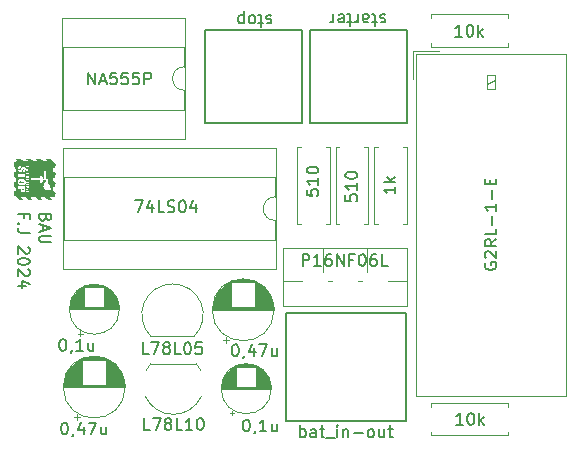
<source format=gbr>
%TF.GenerationSoftware,KiCad,Pcbnew,7.0.11-7.0.11~ubuntu22.04.1*%
%TF.CreationDate,2024-09-17T11:44:23+02:00*%
%TF.ProjectId,BAU-Elec,4241552d-456c-4656-932e-6b696361645f,rev?*%
%TF.SameCoordinates,Original*%
%TF.FileFunction,Legend,Top*%
%TF.FilePolarity,Positive*%
%FSLAX46Y46*%
G04 Gerber Fmt 4.6, Leading zero omitted, Abs format (unit mm)*
G04 Created by KiCad (PCBNEW 7.0.11-7.0.11~ubuntu22.04.1) date 2024-09-17 11:44:23*
%MOMM*%
%LPD*%
G01*
G04 APERTURE LIST*
%ADD10C,0.150000*%
%ADD11C,0.000000*%
%ADD12C,0.152400*%
%ADD13C,0.120000*%
G04 APERTURE END LIST*
D10*
X45642377Y-33517721D02*
X45594758Y-33660578D01*
X45594758Y-33660578D02*
X45547139Y-33708197D01*
X45547139Y-33708197D02*
X45451901Y-33755816D01*
X45451901Y-33755816D02*
X45309044Y-33755816D01*
X45309044Y-33755816D02*
X45213806Y-33708197D01*
X45213806Y-33708197D02*
X45166187Y-33660578D01*
X45166187Y-33660578D02*
X45118567Y-33565340D01*
X45118567Y-33565340D02*
X45118567Y-33184388D01*
X45118567Y-33184388D02*
X46118567Y-33184388D01*
X46118567Y-33184388D02*
X46118567Y-33517721D01*
X46118567Y-33517721D02*
X46070948Y-33612959D01*
X46070948Y-33612959D02*
X46023329Y-33660578D01*
X46023329Y-33660578D02*
X45928091Y-33708197D01*
X45928091Y-33708197D02*
X45832853Y-33708197D01*
X45832853Y-33708197D02*
X45737615Y-33660578D01*
X45737615Y-33660578D02*
X45689996Y-33612959D01*
X45689996Y-33612959D02*
X45642377Y-33517721D01*
X45642377Y-33517721D02*
X45642377Y-33184388D01*
X45404282Y-34136769D02*
X45404282Y-34612959D01*
X45118567Y-34041531D02*
X46118567Y-34374864D01*
X46118567Y-34374864D02*
X45118567Y-34708197D01*
X46118567Y-35041531D02*
X45309044Y-35041531D01*
X45309044Y-35041531D02*
X45213806Y-35089150D01*
X45213806Y-35089150D02*
X45166187Y-35136769D01*
X45166187Y-35136769D02*
X45118567Y-35232007D01*
X45118567Y-35232007D02*
X45118567Y-35422483D01*
X45118567Y-35422483D02*
X45166187Y-35517721D01*
X45166187Y-35517721D02*
X45213806Y-35565340D01*
X45213806Y-35565340D02*
X45309044Y-35612959D01*
X45309044Y-35612959D02*
X46118567Y-35612959D01*
X43812377Y-33517721D02*
X43812377Y-33184388D01*
X43288567Y-33184388D02*
X44288567Y-33184388D01*
X44288567Y-33184388D02*
X44288567Y-33660578D01*
X43383806Y-34041531D02*
X43336187Y-34089150D01*
X43336187Y-34089150D02*
X43288567Y-34041531D01*
X43288567Y-34041531D02*
X43336187Y-33993912D01*
X43336187Y-33993912D02*
X43383806Y-34041531D01*
X43383806Y-34041531D02*
X43288567Y-34041531D01*
X44288567Y-34803435D02*
X43574282Y-34803435D01*
X43574282Y-34803435D02*
X43431425Y-34755816D01*
X43431425Y-34755816D02*
X43336187Y-34660578D01*
X43336187Y-34660578D02*
X43288567Y-34517721D01*
X43288567Y-34517721D02*
X43288567Y-34422483D01*
X44193329Y-35993912D02*
X44240948Y-36041531D01*
X44240948Y-36041531D02*
X44288567Y-36136769D01*
X44288567Y-36136769D02*
X44288567Y-36374864D01*
X44288567Y-36374864D02*
X44240948Y-36470102D01*
X44240948Y-36470102D02*
X44193329Y-36517721D01*
X44193329Y-36517721D02*
X44098091Y-36565340D01*
X44098091Y-36565340D02*
X44002853Y-36565340D01*
X44002853Y-36565340D02*
X43859996Y-36517721D01*
X43859996Y-36517721D02*
X43288567Y-35946293D01*
X43288567Y-35946293D02*
X43288567Y-36565340D01*
X44288567Y-37184388D02*
X44288567Y-37279626D01*
X44288567Y-37279626D02*
X44240948Y-37374864D01*
X44240948Y-37374864D02*
X44193329Y-37422483D01*
X44193329Y-37422483D02*
X44098091Y-37470102D01*
X44098091Y-37470102D02*
X43907615Y-37517721D01*
X43907615Y-37517721D02*
X43669520Y-37517721D01*
X43669520Y-37517721D02*
X43479044Y-37470102D01*
X43479044Y-37470102D02*
X43383806Y-37422483D01*
X43383806Y-37422483D02*
X43336187Y-37374864D01*
X43336187Y-37374864D02*
X43288567Y-37279626D01*
X43288567Y-37279626D02*
X43288567Y-37184388D01*
X43288567Y-37184388D02*
X43336187Y-37089150D01*
X43336187Y-37089150D02*
X43383806Y-37041531D01*
X43383806Y-37041531D02*
X43479044Y-36993912D01*
X43479044Y-36993912D02*
X43669520Y-36946293D01*
X43669520Y-36946293D02*
X43907615Y-36946293D01*
X43907615Y-36946293D02*
X44098091Y-36993912D01*
X44098091Y-36993912D02*
X44193329Y-37041531D01*
X44193329Y-37041531D02*
X44240948Y-37089150D01*
X44240948Y-37089150D02*
X44288567Y-37184388D01*
X44193329Y-37898674D02*
X44240948Y-37946293D01*
X44240948Y-37946293D02*
X44288567Y-38041531D01*
X44288567Y-38041531D02*
X44288567Y-38279626D01*
X44288567Y-38279626D02*
X44240948Y-38374864D01*
X44240948Y-38374864D02*
X44193329Y-38422483D01*
X44193329Y-38422483D02*
X44098091Y-38470102D01*
X44098091Y-38470102D02*
X44002853Y-38470102D01*
X44002853Y-38470102D02*
X43859996Y-38422483D01*
X43859996Y-38422483D02*
X43288567Y-37851055D01*
X43288567Y-37851055D02*
X43288567Y-38470102D01*
X43955234Y-39327245D02*
X43288567Y-39327245D01*
X44336187Y-39089150D02*
X43621901Y-38851055D01*
X43621901Y-38851055D02*
X43621901Y-39470102D01*
D11*
G36*
X43644864Y-30451229D02*
G01*
X43801262Y-30452542D01*
X43816861Y-30463238D01*
X43820086Y-30465657D01*
X43823098Y-30468319D01*
X43825898Y-30471211D01*
X43828484Y-30474308D01*
X43829671Y-30475959D01*
X43830859Y-30477604D01*
X43833018Y-30481076D01*
X43834965Y-30484722D01*
X43836703Y-30488499D01*
X43838227Y-30492398D01*
X43839537Y-30496411D01*
X43840638Y-30500508D01*
X43841527Y-30504689D01*
X43842204Y-30508923D01*
X43842671Y-30513188D01*
X43842927Y-30517483D01*
X43842972Y-30521771D01*
X43842805Y-30526013D01*
X43842431Y-30530262D01*
X43841845Y-30534466D01*
X43841052Y-30538601D01*
X43840050Y-30542652D01*
X43838837Y-30546604D01*
X43837418Y-30550442D01*
X43835789Y-30554142D01*
X43833953Y-30557690D01*
X43831906Y-30561070D01*
X43829653Y-30564267D01*
X43827195Y-30567250D01*
X43824526Y-30570004D01*
X43823088Y-30571273D01*
X43821650Y-30572537D01*
X43820109Y-30573671D01*
X43818568Y-30574810D01*
X43815280Y-30576802D01*
X43813996Y-30577447D01*
X43812712Y-30578099D01*
X43811354Y-30578686D01*
X43810994Y-30578825D01*
X43810635Y-30578966D01*
X43809916Y-30579251D01*
X43808371Y-30579769D01*
X43806700Y-30580258D01*
X43805787Y-30580489D01*
X43805331Y-30580604D01*
X43804875Y-30580716D01*
X43802872Y-30581143D01*
X43801771Y-30581340D01*
X43801220Y-30581438D01*
X43800669Y-30581532D01*
X43798241Y-30581906D01*
X43796904Y-30582071D01*
X43795565Y-30582241D01*
X43794093Y-30582395D01*
X43792618Y-30582554D01*
X43785809Y-30583096D01*
X43777627Y-30583554D01*
X43767874Y-30583920D01*
X43756362Y-30584210D01*
X43742901Y-30584431D01*
X43727297Y-30584591D01*
X43688902Y-30584767D01*
X43639641Y-30584805D01*
X43581509Y-30584706D01*
X43536822Y-30584240D01*
X43503594Y-30583149D01*
X43490656Y-30582302D01*
X43479836Y-30581204D01*
X43470889Y-30579830D01*
X43463563Y-30578144D01*
X43457610Y-30576123D01*
X43452784Y-30573727D01*
X43448834Y-30570935D01*
X43445513Y-30567700D01*
X43442574Y-30564007D01*
X43439767Y-30559819D01*
X43438435Y-30557469D01*
X43437173Y-30554760D01*
X43435982Y-30551724D01*
X43434872Y-30548420D01*
X43433852Y-30544895D01*
X43432931Y-30541188D01*
X43432114Y-30537358D01*
X43431410Y-30533459D01*
X43430829Y-30529530D01*
X43430377Y-30525616D01*
X43430062Y-30521786D01*
X43429894Y-30518071D01*
X43429881Y-30514531D01*
X43430030Y-30511204D01*
X43430350Y-30508160D01*
X43430848Y-30505429D01*
X43431946Y-30500912D01*
X43433079Y-30496762D01*
X43434271Y-30492955D01*
X43435544Y-30489453D01*
X43436921Y-30486241D01*
X43438422Y-30483281D01*
X43440072Y-30480542D01*
X43441893Y-30478001D01*
X43443909Y-30475621D01*
X43446143Y-30473385D01*
X43447378Y-30472318D01*
X43448613Y-30471257D01*
X43449978Y-30470233D01*
X43451344Y-30469204D01*
X43454360Y-30467205D01*
X43457682Y-30465229D01*
X43461335Y-30463246D01*
X43465338Y-30461232D01*
X43488467Y-30449917D01*
X43644864Y-30451229D01*
G37*
G36*
X44226130Y-30053624D02*
G01*
X44226102Y-30056012D01*
X44225997Y-30058277D01*
X44225815Y-30060437D01*
X44225558Y-30062497D01*
X44225220Y-30064465D01*
X44224799Y-30066342D01*
X44224290Y-30068150D01*
X44223693Y-30069889D01*
X44223002Y-30071560D01*
X44222609Y-30072370D01*
X44222216Y-30073185D01*
X44221329Y-30074765D01*
X44220341Y-30076313D01*
X44219250Y-30077824D01*
X44218049Y-30079319D01*
X44216736Y-30080807D01*
X44215308Y-30082295D01*
X44213210Y-30084271D01*
X44211085Y-30086048D01*
X44208933Y-30087612D01*
X44206767Y-30088986D01*
X44205676Y-30089567D01*
X44205131Y-30089858D01*
X44204587Y-30090153D01*
X44202401Y-30091137D01*
X44201307Y-30091527D01*
X44200215Y-30091923D01*
X44198029Y-30092511D01*
X44195857Y-30092923D01*
X44194777Y-30093026D01*
X44193698Y-30093136D01*
X44191559Y-30093174D01*
X44190505Y-30093109D01*
X44189977Y-30093075D01*
X44189450Y-30093037D01*
X44188410Y-30092883D01*
X44187371Y-30092724D01*
X44185328Y-30092236D01*
X44184329Y-30091907D01*
X44183830Y-30091741D01*
X44183329Y-30091572D01*
X44182354Y-30091159D01*
X44181378Y-30090741D01*
X44179480Y-30089741D01*
X44178561Y-30089164D01*
X44177642Y-30088581D01*
X44177198Y-30088253D01*
X44176755Y-30087921D01*
X44175868Y-30087254D01*
X44174164Y-30085774D01*
X44173350Y-30084956D01*
X44172536Y-30084133D01*
X44171762Y-30083240D01*
X44170989Y-30082341D01*
X44170258Y-30081369D01*
X44169528Y-30080403D01*
X44168844Y-30079351D01*
X44168160Y-30078305D01*
X44166888Y-30076069D01*
X44165721Y-30073696D01*
X44164660Y-30071179D01*
X44163714Y-30068516D01*
X44162888Y-30065724D01*
X44162186Y-30062802D01*
X44161614Y-30059742D01*
X44161177Y-30056561D01*
X44158837Y-30035786D01*
X44226130Y-30035786D01*
X44226130Y-30053624D01*
G37*
G36*
X43828387Y-31107609D02*
G01*
X43827700Y-31123181D01*
X43826987Y-31135250D01*
X43826569Y-31140148D01*
X43826090Y-31144421D01*
X43825526Y-31148129D01*
X43824858Y-31151341D01*
X43824069Y-31154156D01*
X43823136Y-31156651D01*
X43822041Y-31158894D01*
X43820771Y-31160977D01*
X43819298Y-31162976D01*
X43817608Y-31164967D01*
X43813494Y-31169247D01*
X43811028Y-31171528D01*
X43808348Y-31173664D01*
X43805470Y-31175663D01*
X43803938Y-31176593D01*
X43802407Y-31177517D01*
X43799172Y-31179234D01*
X43795783Y-31180806D01*
X43792250Y-31182232D01*
X43790420Y-31182874D01*
X43788590Y-31183522D01*
X43780947Y-31185665D01*
X43772971Y-31187229D01*
X43764769Y-31188221D01*
X43756465Y-31188633D01*
X43748166Y-31188465D01*
X43739993Y-31187710D01*
X43732056Y-31186375D01*
X43724475Y-31184452D01*
X43722663Y-31183868D01*
X43720852Y-31183277D01*
X43719106Y-31182617D01*
X43717360Y-31181950D01*
X43714015Y-31180477D01*
X43712421Y-31179668D01*
X43710827Y-31178852D01*
X43707818Y-31177090D01*
X43704997Y-31175167D01*
X43703687Y-31174136D01*
X43702378Y-31173100D01*
X43701178Y-31172000D01*
X43699978Y-31170895D01*
X43698718Y-31169575D01*
X43698107Y-31168874D01*
X43697802Y-31168525D01*
X43697497Y-31168179D01*
X43695170Y-31165135D01*
X43693001Y-31161778D01*
X43690993Y-31158093D01*
X43689141Y-31154103D01*
X43687445Y-31149807D01*
X43685912Y-31145192D01*
X43684538Y-31140263D01*
X43683322Y-31135029D01*
X43682269Y-31129498D01*
X43681374Y-31123654D01*
X43680642Y-31117512D01*
X43680071Y-31111073D01*
X43679663Y-31104336D01*
X43679417Y-31097302D01*
X43679335Y-31089978D01*
X43679335Y-31058857D01*
X43830397Y-31058857D01*
X43828387Y-31107609D01*
G37*
G36*
X45355035Y-28633458D02*
G01*
X45471892Y-28752911D01*
X45623814Y-28752621D01*
X45623814Y-29423542D01*
X45623352Y-29423578D01*
X45623121Y-29423597D01*
X45622889Y-29423619D01*
X45621833Y-29423886D01*
X45620648Y-29424336D01*
X45619347Y-29424969D01*
X45618645Y-29425363D01*
X45617942Y-29425762D01*
X45614848Y-29427807D01*
X45611441Y-29430401D01*
X45607798Y-29433461D01*
X45603991Y-29436924D01*
X45600100Y-29440701D01*
X45596198Y-29444737D01*
X45592362Y-29448933D01*
X45588666Y-29453228D01*
X45585187Y-29457547D01*
X45581998Y-29461796D01*
X45579177Y-29465916D01*
X45576796Y-29469830D01*
X45576297Y-29470760D01*
X45575797Y-29471684D01*
X45575366Y-29472576D01*
X45574935Y-29473461D01*
X45571955Y-29480069D01*
X45569733Y-29485241D01*
X45568890Y-29487355D01*
X45568554Y-29488271D01*
X45568219Y-29489193D01*
X45567710Y-29490788D01*
X45567361Y-29492176D01*
X45567162Y-29493374D01*
X45567111Y-29494427D01*
X45567197Y-29495335D01*
X45567416Y-29496159D01*
X45567763Y-29496914D01*
X45567996Y-29497266D01*
X45568113Y-29497443D01*
X45568230Y-29497624D01*
X45568812Y-29498318D01*
X45569503Y-29499050D01*
X45569522Y-29499065D01*
X45569542Y-29499080D01*
X45569581Y-29499112D01*
X45569621Y-29499143D01*
X45569641Y-29499158D01*
X45569661Y-29499173D01*
X45569672Y-29499181D01*
X45569683Y-29499189D01*
X45569706Y-29499204D01*
X45569729Y-29499219D01*
X45569751Y-29499233D01*
X45569797Y-29499259D01*
X45569820Y-29499273D01*
X45569842Y-29499287D01*
X45569868Y-29499298D01*
X45569894Y-29499309D01*
X45569946Y-29499330D01*
X45569972Y-29499341D01*
X45569998Y-29499352D01*
X45570024Y-29499365D01*
X45570050Y-29499379D01*
X45570283Y-29499440D01*
X45570538Y-29499478D01*
X45570817Y-29499493D01*
X45571116Y-29499493D01*
X45571437Y-29499470D01*
X45571776Y-29499424D01*
X45571866Y-29499408D01*
X45571955Y-29499393D01*
X45572000Y-29499385D01*
X45572045Y-29499376D01*
X45572090Y-29499366D01*
X45572135Y-29499356D01*
X45572519Y-29499263D01*
X45572711Y-29499215D01*
X45572903Y-29499165D01*
X45573741Y-29498898D01*
X45573964Y-29498808D01*
X45574187Y-29498720D01*
X45574633Y-29498547D01*
X45575577Y-29498127D01*
X45576565Y-29497639D01*
X45577592Y-29497090D01*
X45577856Y-29496931D01*
X45578120Y-29496774D01*
X45578648Y-29496464D01*
X45579728Y-29495785D01*
X45580825Y-29495037D01*
X45581101Y-29494842D01*
X45581378Y-29494644D01*
X45581931Y-29494244D01*
X45582208Y-29494035D01*
X45582485Y-29493823D01*
X45583039Y-29493397D01*
X45583337Y-29493183D01*
X45583635Y-29492965D01*
X45584233Y-29492527D01*
X45584909Y-29492086D01*
X45585585Y-29491650D01*
X45587086Y-29490765D01*
X45587493Y-29490551D01*
X45587900Y-29490333D01*
X45588713Y-29489895D01*
X45590459Y-29489041D01*
X45591381Y-29488614D01*
X45591842Y-29488402D01*
X45592303Y-29488194D01*
X45593266Y-29487783D01*
X45594229Y-29487377D01*
X45596226Y-29486592D01*
X45598277Y-29485836D01*
X45599320Y-29485488D01*
X45600363Y-29485134D01*
X45602475Y-29484478D01*
X45603533Y-29484176D01*
X45604592Y-29483868D01*
X45606702Y-29483326D01*
X45608790Y-29482838D01*
X45610841Y-29482434D01*
X45611839Y-29482263D01*
X45612838Y-29482098D01*
X45631892Y-29479237D01*
X45630427Y-29452191D01*
X45630042Y-29446728D01*
X45629512Y-29441578D01*
X45628859Y-29436848D01*
X45628108Y-29432659D01*
X45627702Y-29430806D01*
X45627282Y-29429135D01*
X45626849Y-29427655D01*
X45626627Y-29427020D01*
X45626406Y-29426380D01*
X45625956Y-29425335D01*
X45625502Y-29424527D01*
X45625048Y-29423977D01*
X45624991Y-29423932D01*
X45624935Y-29423887D01*
X45624907Y-29423865D01*
X45624878Y-29423843D01*
X45624850Y-29423822D01*
X45624821Y-29423802D01*
X45624794Y-29423785D01*
X45624766Y-29423770D01*
X45624738Y-29423755D01*
X45624710Y-29423742D01*
X45624653Y-29423715D01*
X45624625Y-29423701D01*
X45624596Y-29423687D01*
X45623816Y-29423558D01*
X45623816Y-28752636D01*
X45634764Y-28752621D01*
X45634764Y-28752644D01*
X45634763Y-28752644D01*
X45634763Y-29502362D01*
X45633628Y-29502369D01*
X45632493Y-29502430D01*
X45631362Y-29502560D01*
X45630242Y-29502743D01*
X45629965Y-29502805D01*
X45629688Y-29502864D01*
X45629134Y-29502980D01*
X45628861Y-29503058D01*
X45628589Y-29503135D01*
X45628045Y-29503285D01*
X45626975Y-29503651D01*
X45626713Y-29503751D01*
X45626452Y-29503854D01*
X45625930Y-29504063D01*
X45624915Y-29504551D01*
X45623933Y-29505085D01*
X45622987Y-29505696D01*
X45622082Y-29506352D01*
X45621222Y-29507077D01*
X45620816Y-29507476D01*
X45620613Y-29507674D01*
X45620410Y-29507870D01*
X45620031Y-29508296D01*
X45619842Y-29508508D01*
X45619653Y-29508717D01*
X45619347Y-29509106D01*
X45619275Y-29509205D01*
X45619202Y-29509305D01*
X45619056Y-29509510D01*
X45618785Y-29509960D01*
X45618514Y-29510411D01*
X45618026Y-29511380D01*
X45617809Y-29511916D01*
X45617593Y-29512448D01*
X45617215Y-29513584D01*
X45616891Y-29514798D01*
X45616624Y-29516072D01*
X45616414Y-29517407D01*
X45616263Y-29518803D01*
X45616170Y-29520245D01*
X45616137Y-29521733D01*
X45616166Y-29523266D01*
X45616254Y-29524823D01*
X45616404Y-29526417D01*
X45616618Y-29528027D01*
X45616894Y-29529652D01*
X45619384Y-29543164D01*
X45621251Y-29553929D01*
X45622514Y-29562222D01*
X45623200Y-29568356D01*
X45623334Y-29570713D01*
X45623330Y-29572621D01*
X45623194Y-29574147D01*
X45622927Y-29575306D01*
X45622829Y-29575514D01*
X45622731Y-29575723D01*
X45622535Y-29576145D01*
X45622016Y-29576695D01*
X45621377Y-29577000D01*
X45620618Y-29577092D01*
X45620070Y-29576992D01*
X45619483Y-29576680D01*
X45618859Y-29576168D01*
X45618695Y-29575994D01*
X45618530Y-29575822D01*
X45618203Y-29575482D01*
X45617518Y-29574612D01*
X45616811Y-29573582D01*
X45615334Y-29571072D01*
X45613805Y-29568043D01*
X45612250Y-29564556D01*
X45610701Y-29560726D01*
X45609191Y-29556622D01*
X45607747Y-29552327D01*
X45606396Y-29547924D01*
X45605172Y-29543515D01*
X45604104Y-29539158D01*
X45603223Y-29534970D01*
X45602555Y-29531010D01*
X45602132Y-29527371D01*
X45601985Y-29524136D01*
X45601908Y-29521107D01*
X45601683Y-29518391D01*
X45601315Y-29516018D01*
X45600812Y-29513951D01*
X45600178Y-29512204D01*
X45599419Y-29510777D01*
X45599314Y-29510627D01*
X45599208Y-29510475D01*
X45599103Y-29510324D01*
X45598996Y-29510174D01*
X45598771Y-29509911D01*
X45598544Y-29509648D01*
X45598061Y-29509190D01*
X45597554Y-29508816D01*
X45597020Y-29508511D01*
X45596461Y-29508282D01*
X45596167Y-29508203D01*
X45596021Y-29508165D01*
X45595874Y-29508129D01*
X45595265Y-29508038D01*
X45594630Y-29508023D01*
X45593974Y-29508076D01*
X45593285Y-29508239D01*
X45592941Y-29508320D01*
X45592597Y-29508396D01*
X45592232Y-29508548D01*
X45591866Y-29508697D01*
X45591136Y-29508992D01*
X45589602Y-29509854D01*
X45587996Y-29510975D01*
X45587161Y-29511665D01*
X45586743Y-29512008D01*
X45586325Y-29512348D01*
X45585461Y-29513168D01*
X45584597Y-29513981D01*
X45582818Y-29515858D01*
X45580994Y-29517964D01*
X45579131Y-29520321D01*
X45577233Y-29522892D01*
X45575307Y-29525700D01*
X45573357Y-29528729D01*
X45571397Y-29531979D01*
X45569424Y-29535420D01*
X45567448Y-29539074D01*
X45565474Y-29542927D01*
X45563510Y-29546978D01*
X45561560Y-29551205D01*
X45559630Y-29555622D01*
X45557729Y-29560215D01*
X45555857Y-29564976D01*
X45553769Y-29570752D01*
X45551862Y-29576664D01*
X45550135Y-29582714D01*
X45548590Y-29588909D01*
X45547225Y-29595272D01*
X45546036Y-29601811D01*
X45545026Y-29608517D01*
X45544192Y-29615422D01*
X45543534Y-29622517D01*
X45543050Y-29629826D01*
X45542741Y-29637341D01*
X45542601Y-29645092D01*
X45542636Y-29653080D01*
X45542838Y-29661312D01*
X45543210Y-29669789D01*
X45543751Y-29678540D01*
X45544314Y-29687992D01*
X45544780Y-29698811D01*
X45545399Y-29723027D01*
X45545563Y-29748150D01*
X45545460Y-29760105D01*
X45545224Y-29771145D01*
X45544654Y-29797016D01*
X45544194Y-29829953D01*
X45543893Y-29865734D01*
X45543793Y-29900128D01*
X45543540Y-30039036D01*
X45543244Y-30384762D01*
X45544177Y-30497403D01*
X45545703Y-30540959D01*
X45545876Y-30541088D01*
X45545904Y-30541097D01*
X45545932Y-30541107D01*
X45545989Y-30541127D01*
X45546044Y-30541146D01*
X45546072Y-30541156D01*
X45546099Y-30541165D01*
X45546134Y-30541168D01*
X45546168Y-30541172D01*
X45546202Y-30541176D01*
X45546237Y-30541181D01*
X45546305Y-30541192D01*
X45546372Y-30541203D01*
X45546691Y-30541203D01*
X45546736Y-30541195D01*
X45546782Y-30541187D01*
X45546873Y-30541173D01*
X45546964Y-30541161D01*
X45547055Y-30541149D01*
X45547461Y-30541066D01*
X45547575Y-30541031D01*
X45547688Y-30540998D01*
X45547801Y-30540966D01*
X45547913Y-30540936D01*
X45548405Y-30540768D01*
X45549506Y-30540318D01*
X45550753Y-30539730D01*
X45552136Y-30538998D01*
X45553643Y-30538143D01*
X45555259Y-30537152D01*
X45556975Y-30536045D01*
X45558778Y-30534832D01*
X45560658Y-30533512D01*
X45562602Y-30532093D01*
X45564599Y-30530590D01*
X45565616Y-30529796D01*
X45566634Y-30528996D01*
X45567667Y-30528167D01*
X45568698Y-30527333D01*
X45572022Y-30524464D01*
X45575301Y-30521321D01*
X45581700Y-30514271D01*
X45587867Y-30506291D01*
X45593770Y-30497448D01*
X45599377Y-30487828D01*
X45604663Y-30477520D01*
X45609589Y-30466610D01*
X45614133Y-30455159D01*
X45618258Y-30443272D01*
X45621936Y-30431027D01*
X45625136Y-30418492D01*
X45627825Y-30405766D01*
X45629979Y-30392918D01*
X45631560Y-30380040D01*
X45632542Y-30367207D01*
X45632893Y-30354512D01*
X45633424Y-30337300D01*
X45634839Y-30316082D01*
X45636967Y-30292309D01*
X45639642Y-30267460D01*
X45642689Y-30243008D01*
X45645941Y-30220410D01*
X45649226Y-30201138D01*
X45652373Y-30186665D01*
X45654473Y-30179280D01*
X45657056Y-30171307D01*
X45660073Y-30162854D01*
X45663466Y-30154034D01*
X45671178Y-30135708D01*
X45679770Y-30117215D01*
X45688822Y-30099408D01*
X45697909Y-30083165D01*
X45702332Y-30075901D01*
X45706607Y-30069363D01*
X45710679Y-30063633D01*
X45714494Y-30058850D01*
X45730563Y-30040097D01*
X45719420Y-29994908D01*
X45714617Y-29974232D01*
X45710126Y-29952465D01*
X45705987Y-29929898D01*
X45702245Y-29906826D01*
X45698943Y-29883526D01*
X45696126Y-29860302D01*
X45693841Y-29837437D01*
X45692126Y-29815228D01*
X45690486Y-29792683D01*
X45688615Y-29772656D01*
X45686421Y-29754666D01*
X45683818Y-29738217D01*
X45680718Y-29722805D01*
X45677029Y-29707959D01*
X45672667Y-29693158D01*
X45667542Y-29677929D01*
X45663361Y-29665943D01*
X45661668Y-29660855D01*
X45660224Y-29656262D01*
X45659018Y-29652081D01*
X45658042Y-29648236D01*
X45657284Y-29644657D01*
X45656733Y-29641247D01*
X45656380Y-29637951D01*
X45656213Y-29634678D01*
X45656215Y-29633770D01*
X45673400Y-29633770D01*
X45673518Y-29635693D01*
X45673770Y-29637966D01*
X45674147Y-29640560D01*
X45674643Y-29643437D01*
X45675254Y-29646572D01*
X45676787Y-29653530D01*
X45678691Y-29661183D01*
X45680917Y-29669339D01*
X45683411Y-29677761D01*
X45686124Y-29686222D01*
X45688946Y-29694416D01*
X45691758Y-29702061D01*
X45694484Y-29708989D01*
X45697051Y-29715039D01*
X45699382Y-29720028D01*
X45701405Y-29723805D01*
X45702281Y-29725186D01*
X45703048Y-29726193D01*
X45703212Y-29726347D01*
X45703375Y-29726503D01*
X45703539Y-29726660D01*
X45703702Y-29726818D01*
X45703737Y-29726836D01*
X45703773Y-29726854D01*
X45703808Y-29726873D01*
X45703844Y-29726892D01*
X45703914Y-29726931D01*
X45703984Y-29726971D01*
X45704234Y-29727024D01*
X45704463Y-29727017D01*
X45704680Y-29726986D01*
X45704886Y-29726933D01*
X45705083Y-29726872D01*
X45705106Y-29726861D01*
X45705128Y-29726850D01*
X45705174Y-29726829D01*
X45705197Y-29726818D01*
X45705220Y-29726806D01*
X45705243Y-29726794D01*
X45705254Y-29726787D01*
X45705266Y-29726780D01*
X45705288Y-29726768D01*
X45705310Y-29726756D01*
X45705353Y-29726731D01*
X45705396Y-29726705D01*
X45705418Y-29726693D01*
X45705439Y-29726681D01*
X45705460Y-29726666D01*
X45705480Y-29726651D01*
X45705521Y-29726620D01*
X45705561Y-29726589D01*
X45705581Y-29726574D01*
X45705601Y-29726559D01*
X45705621Y-29726542D01*
X45705640Y-29726523D01*
X45705678Y-29726487D01*
X45705717Y-29726450D01*
X45705735Y-29726432D01*
X45705754Y-29726414D01*
X45705771Y-29726397D01*
X45705789Y-29726378D01*
X45705806Y-29726360D01*
X45705824Y-29726341D01*
X45705841Y-29726321D01*
X45705859Y-29726301D01*
X45705893Y-29726261D01*
X45705910Y-29726241D01*
X45705927Y-29726221D01*
X45705943Y-29726201D01*
X45705960Y-29726180D01*
X45705976Y-29726159D01*
X45705992Y-29726138D01*
X45706009Y-29726116D01*
X45706025Y-29726094D01*
X45706143Y-29725911D01*
X45706156Y-29725887D01*
X45706169Y-29725862D01*
X45706195Y-29725811D01*
X45706221Y-29725760D01*
X45706235Y-29725736D01*
X45706248Y-29725712D01*
X45706272Y-29725656D01*
X45706296Y-29725602D01*
X45706343Y-29725499D01*
X45706354Y-29725468D01*
X45706365Y-29725438D01*
X45706386Y-29725380D01*
X45706407Y-29725323D01*
X45706417Y-29725293D01*
X45706427Y-29725262D01*
X45706446Y-29725204D01*
X45706464Y-29725144D01*
X45706500Y-29725026D01*
X45706561Y-29724766D01*
X45706584Y-29724636D01*
X45706596Y-29724571D01*
X45706609Y-29724507D01*
X45706626Y-29724367D01*
X45706635Y-29724297D01*
X45706645Y-29724232D01*
X45706668Y-29723942D01*
X45706673Y-29723796D01*
X45706675Y-29723720D01*
X45706679Y-29723645D01*
X45706675Y-29723332D01*
X45706662Y-29723019D01*
X45706637Y-29722691D01*
X45706626Y-29722605D01*
X45706616Y-29722519D01*
X45706597Y-29722348D01*
X45706583Y-29722262D01*
X45706570Y-29722175D01*
X45706544Y-29721997D01*
X45706512Y-29721824D01*
X45706481Y-29721646D01*
X45706441Y-29721466D01*
X45706421Y-29721377D01*
X45706403Y-29721287D01*
X45706356Y-29721104D01*
X45706333Y-29721012D01*
X45706311Y-29720921D01*
X45706285Y-29720825D01*
X45706259Y-29720731D01*
X45706206Y-29720547D01*
X45706088Y-29720158D01*
X45705956Y-29719769D01*
X45705884Y-29719570D01*
X45705848Y-29719471D01*
X45705811Y-29719372D01*
X45705500Y-29718243D01*
X45705170Y-29716442D01*
X45704470Y-29711010D01*
X45703736Y-29703373D01*
X45702988Y-29693875D01*
X45702250Y-29682797D01*
X45701546Y-29670468D01*
X45700896Y-29657200D01*
X45700322Y-29643292D01*
X45699254Y-29620434D01*
X45697875Y-29601071D01*
X45696152Y-29585080D01*
X45695155Y-29578297D01*
X45694060Y-29572300D01*
X45692866Y-29567082D01*
X45691571Y-29562611D01*
X45690165Y-29558880D01*
X45688653Y-29555859D01*
X45687024Y-29553540D01*
X45685279Y-29551915D01*
X45683409Y-29550946D01*
X45682414Y-29550783D01*
X45681916Y-29550702D01*
X45681426Y-29550626D01*
X45681426Y-29520130D01*
X45681418Y-29520182D01*
X45681418Y-29550625D01*
X45681426Y-29550626D01*
X45681426Y-29550640D01*
X45681321Y-29550663D01*
X45681214Y-29550686D01*
X45681000Y-29550824D01*
X45680973Y-29550850D01*
X45680946Y-29550876D01*
X45680893Y-29550930D01*
X45680840Y-29550984D01*
X45680813Y-29551011D01*
X45680787Y-29551037D01*
X45680569Y-29551342D01*
X45680516Y-29551439D01*
X45680462Y-29551536D01*
X45680408Y-29551631D01*
X45680354Y-29551724D01*
X45680138Y-29552189D01*
X45679711Y-29553341D01*
X45679286Y-29554783D01*
X45679080Y-29555644D01*
X45678872Y-29556500D01*
X45678469Y-29558468D01*
X45678080Y-29560681D01*
X45677706Y-29563114D01*
X45677354Y-29565747D01*
X45677024Y-29568562D01*
X45676718Y-29571545D01*
X45676442Y-29574688D01*
X45676196Y-29577954D01*
X45675984Y-29581333D01*
X45675811Y-29584812D01*
X45674489Y-29612828D01*
X45673421Y-29632206D01*
X45673400Y-29633770D01*
X45656215Y-29633770D01*
X45656220Y-29631344D01*
X45656392Y-29627880D01*
X45656718Y-29624211D01*
X45657189Y-29620236D01*
X45658519Y-29611119D01*
X45659302Y-29605152D01*
X45659878Y-29598729D01*
X45660256Y-29591931D01*
X45660445Y-29584851D01*
X45660449Y-29577572D01*
X45660273Y-29570210D01*
X45659428Y-29555516D01*
X45658770Y-29548390D01*
X45657964Y-29541531D01*
X45657017Y-29535015D01*
X45655938Y-29528942D01*
X45654734Y-29523403D01*
X45653411Y-29518498D01*
X45651976Y-29514286D01*
X45650439Y-29510899D01*
X45649886Y-29509953D01*
X45649268Y-29509060D01*
X45648928Y-29508647D01*
X45648758Y-29508439D01*
X45648589Y-29508229D01*
X45647851Y-29507458D01*
X45647057Y-29506726D01*
X45646216Y-29506054D01*
X45645771Y-29505748D01*
X45645549Y-29505594D01*
X45645325Y-29505436D01*
X45644395Y-29504879D01*
X45643424Y-29504376D01*
X45642421Y-29503926D01*
X45641387Y-29503537D01*
X45640856Y-29503366D01*
X45640592Y-29503282D01*
X45640326Y-29503201D01*
X45639243Y-29502919D01*
X45638140Y-29502705D01*
X45637861Y-29502660D01*
X45637583Y-29502618D01*
X45637025Y-29502537D01*
X45635895Y-29502430D01*
X45634763Y-29502385D01*
X45634763Y-29502362D01*
X45634764Y-29502362D01*
X45634764Y-29446987D01*
X45646985Y-29446987D01*
X45647053Y-29449253D01*
X45647444Y-29454045D01*
X45648164Y-29459187D01*
X45649215Y-29464657D01*
X45650592Y-29470448D01*
X45652299Y-29476559D01*
X45654328Y-29482975D01*
X45656684Y-29489689D01*
X45659362Y-29496678D01*
X45662364Y-29503949D01*
X45664910Y-29509777D01*
X45667403Y-29515210D01*
X45669774Y-29520138D01*
X45671965Y-29524433D01*
X45673915Y-29527981D01*
X45675557Y-29530674D01*
X45676242Y-29531651D01*
X45676535Y-29532007D01*
X45676682Y-29532186D01*
X45676829Y-29532368D01*
X45676948Y-29532481D01*
X45677067Y-29532593D01*
X45677186Y-29532705D01*
X45677306Y-29532818D01*
X45677352Y-29532836D01*
X45677397Y-29532854D01*
X45677488Y-29532892D01*
X45677579Y-29532931D01*
X45677670Y-29532971D01*
X45678105Y-29532780D01*
X45678538Y-29532246D01*
X45679398Y-29530194D01*
X45680238Y-29526944D01*
X45681046Y-29522679D01*
X45681418Y-29520182D01*
X45681418Y-29520108D01*
X45681426Y-29520056D01*
X45681802Y-29517536D01*
X45682511Y-29511708D01*
X45683707Y-29498600D01*
X45684533Y-29484623D01*
X45684891Y-29471073D01*
X45684867Y-29464856D01*
X45684687Y-29459233D01*
X45684346Y-29454357D01*
X45683827Y-29450390D01*
X45682133Y-29441273D01*
X45681346Y-29437413D01*
X45680583Y-29434002D01*
X45679831Y-29430996D01*
X45679084Y-29428395D01*
X45678328Y-29426144D01*
X45677550Y-29424237D01*
X45676741Y-29422657D01*
X45676317Y-29422006D01*
X45675891Y-29421360D01*
X45674987Y-29420330D01*
X45674501Y-29419931D01*
X45674259Y-29419733D01*
X45674016Y-29419537D01*
X45673493Y-29419254D01*
X45673231Y-29419111D01*
X45672971Y-29418965D01*
X45672405Y-29418781D01*
X45672122Y-29418687D01*
X45671838Y-29418591D01*
X45670605Y-29418385D01*
X45669937Y-29418353D01*
X45669601Y-29418337D01*
X45669276Y-29418317D01*
X45669276Y-28752583D01*
X45669266Y-28752583D01*
X45669266Y-29418316D01*
X45669276Y-29418317D01*
X45669276Y-29418385D01*
X45668513Y-29418423D01*
X45668097Y-29418477D01*
X45667889Y-29418506D01*
X45667785Y-29418521D01*
X45667681Y-29418537D01*
X45667238Y-29418630D01*
X45667016Y-29418678D01*
X45666795Y-29418728D01*
X45665856Y-29418988D01*
X45665611Y-29419072D01*
X45665367Y-29419154D01*
X45664878Y-29419316D01*
X45663867Y-29419705D01*
X45662829Y-29420155D01*
X45661772Y-29420658D01*
X45660708Y-29421208D01*
X45660175Y-29421502D01*
X45659909Y-29421651D01*
X45659642Y-29421803D01*
X45658581Y-29422428D01*
X45658321Y-29422599D01*
X45658060Y-29422767D01*
X45657538Y-29423100D01*
X45656516Y-29423817D01*
X45655524Y-29424549D01*
X45654570Y-29425320D01*
X45653662Y-29426106D01*
X45652644Y-29427113D01*
X45652177Y-29427667D01*
X45651709Y-29428227D01*
X45651286Y-29428830D01*
X45651073Y-29429133D01*
X45650861Y-29429440D01*
X45650094Y-29430752D01*
X45649415Y-29432179D01*
X45648818Y-29433697D01*
X45648307Y-29435315D01*
X45647877Y-29437023D01*
X45647532Y-29438832D01*
X45647271Y-29440739D01*
X45647092Y-29442730D01*
X45646996Y-29444813D01*
X45646985Y-29446987D01*
X45634764Y-29446987D01*
X45634764Y-28752644D01*
X45669266Y-28752583D01*
X45669266Y-28752522D01*
X45669276Y-28752522D01*
X45673627Y-28752514D01*
X45708113Y-28752316D01*
X45708113Y-29759945D01*
X45707965Y-29759976D01*
X45707574Y-29760479D01*
X45707405Y-29760964D01*
X45707234Y-29761448D01*
X45706696Y-29764698D01*
X45706341Y-29769551D01*
X45706162Y-29775837D01*
X45706296Y-29792012D01*
X45707030Y-29811810D01*
X45708298Y-29833805D01*
X45710030Y-29856617D01*
X45712163Y-29878804D01*
X45714621Y-29898991D01*
X45716119Y-29909100D01*
X45717906Y-29920101D01*
X45722083Y-29943348D01*
X45726615Y-29965916D01*
X45728846Y-29976063D01*
X45730965Y-29984982D01*
X45740866Y-30024670D01*
X45758506Y-30024670D01*
X45761239Y-30024655D01*
X45763684Y-30024594D01*
X45764229Y-30024562D01*
X45764774Y-30024534D01*
X45765864Y-30024479D01*
X45767794Y-30024304D01*
X45769490Y-30024052D01*
X45770230Y-30023891D01*
X45770600Y-30023808D01*
X45770970Y-30023724D01*
X45771302Y-30023631D01*
X45771468Y-30023583D01*
X45771634Y-30023533D01*
X45772250Y-30023312D01*
X45772822Y-30023060D01*
X45773350Y-30022793D01*
X45773839Y-30022496D01*
X45773895Y-30022453D01*
X45773950Y-30022412D01*
X45774062Y-30022332D01*
X45774174Y-30022251D01*
X45774231Y-30022210D01*
X45774287Y-30022168D01*
X45774338Y-30022122D01*
X45774390Y-30022078D01*
X45774492Y-30021992D01*
X45774595Y-30021906D01*
X45774647Y-30021862D01*
X45774699Y-30021817D01*
X45775075Y-30021420D01*
X45775118Y-30021371D01*
X45775161Y-30021320D01*
X45775246Y-30021217D01*
X45775418Y-30021008D01*
X45775733Y-30020542D01*
X45775804Y-30020421D01*
X45775875Y-30020298D01*
X45775947Y-30020176D01*
X45776019Y-30020054D01*
X45776278Y-30019528D01*
X45776726Y-30018360D01*
X45777097Y-30017041D01*
X45777405Y-30015545D01*
X45777671Y-30013882D01*
X45777888Y-30010861D01*
X45777791Y-30007191D01*
X45777377Y-30002880D01*
X45776652Y-29997937D01*
X45775622Y-29992382D01*
X45774291Y-29986225D01*
X45772658Y-29979473D01*
X45770732Y-29972149D01*
X45768513Y-29964268D01*
X45766009Y-29955845D01*
X45760148Y-29937405D01*
X45753182Y-29916951D01*
X45745141Y-29894581D01*
X45741231Y-29883519D01*
X45737271Y-29871510D01*
X45733371Y-29858944D01*
X45729638Y-29846188D01*
X45726184Y-29833645D01*
X45723117Y-29821698D01*
X45720544Y-29810711D01*
X45718577Y-29801083D01*
X45716935Y-29792530D01*
X45715295Y-29784611D01*
X45713702Y-29777493D01*
X45712201Y-29771359D01*
X45710831Y-29766377D01*
X45709643Y-29762707D01*
X45709126Y-29761418D01*
X45708672Y-29760517D01*
X45708285Y-29760029D01*
X45708115Y-29759953D01*
X45708115Y-28752323D01*
X45751960Y-28752079D01*
X45781056Y-28751660D01*
X45781056Y-28751629D01*
X45781083Y-28751629D01*
X45816083Y-28751126D01*
X45859425Y-28749852D01*
X45871228Y-28749134D01*
X45875346Y-28748387D01*
X45874734Y-28747410D01*
X45873838Y-28746347D01*
X45872943Y-28745289D01*
X45866053Y-28737858D01*
X45855164Y-28726567D01*
X45840754Y-28711918D01*
X45823308Y-28694401D01*
X45803311Y-28674496D01*
X45757586Y-28629490D01*
X45639828Y-28514309D01*
X46052171Y-28514309D01*
X46171963Y-28632275D01*
X46387950Y-28845036D01*
X46484143Y-28939846D01*
X46481683Y-29339321D01*
X46358210Y-29218487D01*
X46234738Y-29097653D01*
X46233523Y-29305386D01*
X46232304Y-29513111D01*
X46246751Y-29525860D01*
X46251927Y-29530674D01*
X46261151Y-29539502D01*
X46289674Y-29567211D01*
X46328196Y-29604969D01*
X46372586Y-29648724D01*
X46483977Y-29758839D01*
X46481684Y-30158055D01*
X46358212Y-30037754D01*
X46234740Y-29917439D01*
X46233422Y-30123173D01*
X46232106Y-30328900D01*
X46358042Y-30453198D01*
X46483979Y-30577496D01*
X46482831Y-30777928D01*
X46481683Y-30978360D01*
X46232535Y-30732899D01*
X46232342Y-30940998D01*
X46232150Y-31149105D01*
X46358155Y-31272572D01*
X46484158Y-31396046D01*
X46482920Y-31595578D01*
X46481683Y-31795101D01*
X46457429Y-31772389D01*
X46440100Y-31755726D01*
X46410849Y-31727162D01*
X46373763Y-31690686D01*
X46332923Y-31650311D01*
X46232671Y-31550946D01*
X46231498Y-31676335D01*
X46230326Y-31801739D01*
X46138819Y-31801739D01*
X46103289Y-31801846D01*
X46074195Y-31802159D01*
X46054536Y-31802624D01*
X46049184Y-31802899D01*
X46047318Y-31803181D01*
X46048522Y-31804515D01*
X46049725Y-31805844D01*
X46056626Y-31812924D01*
X46081971Y-31838383D01*
X46119479Y-31875698D01*
X46165280Y-31920994D01*
X46283240Y-32037358D01*
X45898915Y-32037663D01*
X45787219Y-31925465D01*
X45707453Y-31844799D01*
X45682505Y-31819157D01*
X45672532Y-31808422D01*
X45672143Y-31808110D01*
X45671752Y-31807960D01*
X45671557Y-31807883D01*
X45671363Y-31807804D01*
X45668618Y-31807232D01*
X45664263Y-31806691D01*
X45658269Y-31806187D01*
X45641217Y-31805279D01*
X45617196Y-31804509D01*
X45585942Y-31803868D01*
X45547190Y-31803356D01*
X45500670Y-31802952D01*
X45446120Y-31802655D01*
X45288329Y-31802578D01*
X45240327Y-31802990D01*
X45222697Y-31803662D01*
X45222844Y-31803861D01*
X45222991Y-31804058D01*
X45223286Y-31804455D01*
X45225014Y-31806401D01*
X45231656Y-31813488D01*
X45256053Y-31838795D01*
X45292159Y-31875744D01*
X45336249Y-31920521D01*
X45449797Y-32035450D01*
X45249156Y-32036724D01*
X45048514Y-32038006D01*
X44933861Y-31920918D01*
X44819211Y-31803830D01*
X44597621Y-31802784D01*
X44511668Y-31802609D01*
X44441447Y-31802914D01*
X44394190Y-31803624D01*
X44381434Y-31804119D01*
X44377135Y-31804684D01*
X44377326Y-31804956D01*
X44377517Y-31805225D01*
X44377900Y-31805760D01*
X44379876Y-31808049D01*
X44387692Y-31816494D01*
X44401049Y-31830517D01*
X44420418Y-31850613D01*
X44479054Y-31910908D01*
X44567343Y-32001263D01*
X44602938Y-32037648D01*
X44411212Y-32037442D01*
X44219487Y-32037228D01*
X43982190Y-31803936D01*
X43786646Y-31803524D01*
X43577872Y-31802731D01*
X43577536Y-31802721D01*
X43577201Y-31802713D01*
X43576529Y-31802700D01*
X43575238Y-31802716D01*
X43574619Y-31802749D01*
X43574309Y-31802764D01*
X43574000Y-31802777D01*
X43572823Y-31802861D01*
X43572547Y-31802894D01*
X43572270Y-31802924D01*
X43571715Y-31802983D01*
X43570677Y-31803135D01*
X43569722Y-31803318D01*
X43569505Y-31803373D01*
X43569288Y-31803424D01*
X43568854Y-31803524D01*
X43568078Y-31803768D01*
X43567401Y-31804028D01*
X43567113Y-31804176D01*
X43566970Y-31804248D01*
X43566826Y-31804318D01*
X43566710Y-31804397D01*
X43566594Y-31804474D01*
X43566478Y-31804552D01*
X43566363Y-31804631D01*
X43566018Y-31804959D01*
X43565890Y-31805127D01*
X43565795Y-31805302D01*
X43565778Y-31805351D01*
X43565762Y-31805396D01*
X43565746Y-31805440D01*
X43565730Y-31805485D01*
X43565723Y-31805531D01*
X43565715Y-31805576D01*
X43565707Y-31805619D01*
X43565703Y-31805640D01*
X43565699Y-31805661D01*
X43565700Y-31805686D01*
X43565701Y-31805711D01*
X43565703Y-31805760D01*
X43565705Y-31805859D01*
X43565745Y-31806050D01*
X43566390Y-31806950D01*
X43568066Y-31808873D01*
X43574296Y-31815525D01*
X43584004Y-31825573D01*
X43596766Y-31838581D01*
X43629740Y-31871754D01*
X43669804Y-31911572D01*
X43710467Y-31952061D01*
X43745070Y-31987042D01*
X43769951Y-32012768D01*
X43777602Y-32021000D01*
X43781449Y-32025509D01*
X43790139Y-32037640D01*
X43621167Y-32037564D01*
X43452195Y-32037495D01*
X43394307Y-31987950D01*
X43272404Y-31884205D01*
X43023591Y-31673268D01*
X42956584Y-31616505D01*
X42956341Y-31413700D01*
X42956099Y-31210911D01*
X43029965Y-31284291D01*
X43087346Y-31341015D01*
X43132817Y-31385411D01*
X43163142Y-31414334D01*
X43171614Y-31422024D01*
X43175088Y-31424671D01*
X43175391Y-31420445D01*
X43175669Y-31408352D01*
X43176146Y-31363942D01*
X43176468Y-31298214D01*
X43176587Y-31217953D01*
X43176587Y-31058621D01*
X43335347Y-31058621D01*
X43567797Y-31058621D01*
X43570290Y-31136898D01*
X43571070Y-31157040D01*
X43572098Y-31175701D01*
X43573399Y-31192982D01*
X43575001Y-31208973D01*
X43576930Y-31223767D01*
X43579213Y-31237446D01*
X43581874Y-31250111D01*
X43584942Y-31261853D01*
X43588444Y-31272763D01*
X43592406Y-31282925D01*
X43596854Y-31292439D01*
X43601815Y-31301388D01*
X43607314Y-31309880D01*
X43613377Y-31317990D01*
X43620036Y-31325817D01*
X43627312Y-31333447D01*
X43633744Y-31339619D01*
X43640151Y-31345242D01*
X43646584Y-31350354D01*
X43653103Y-31354962D01*
X43659766Y-31359089D01*
X43666628Y-31362751D01*
X43673747Y-31365979D01*
X43681176Y-31368779D01*
X43688977Y-31371174D01*
X43697201Y-31373188D01*
X43705910Y-31374844D01*
X43715157Y-31376149D01*
X43725003Y-31377133D01*
X43735501Y-31377804D01*
X43746709Y-31378193D01*
X43758683Y-31378308D01*
X43773484Y-31378224D01*
X43785685Y-31377934D01*
X43795767Y-31377385D01*
X43800164Y-31376980D01*
X43804209Y-31376492D01*
X43807967Y-31375904D01*
X43809730Y-31375554D01*
X43811494Y-31375210D01*
X43813174Y-31374795D01*
X43814852Y-31374386D01*
X43818101Y-31373440D01*
X43819700Y-31372905D01*
X43821297Y-31372364D01*
X43824507Y-31371151D01*
X43831198Y-31368252D01*
X43832715Y-31367520D01*
X44010079Y-31367520D01*
X44120638Y-31367520D01*
X44195975Y-31409413D01*
X44249674Y-31438999D01*
X44266392Y-31448002D01*
X44272988Y-31451306D01*
X44273074Y-31451245D01*
X44273085Y-31451227D01*
X44273095Y-31451209D01*
X44273106Y-31451190D01*
X44273116Y-31451171D01*
X44273127Y-31451152D01*
X44273137Y-31451132D01*
X44273158Y-31451092D01*
X44273200Y-31450936D01*
X44273241Y-31450779D01*
X44273324Y-31450466D01*
X44273404Y-31449955D01*
X44273484Y-31449444D01*
X44273638Y-31448056D01*
X44273923Y-31444256D01*
X44274171Y-31439221D01*
X44274375Y-31433132D01*
X44274531Y-31426152D01*
X44274628Y-31418446D01*
X44274663Y-31410191D01*
X44274663Y-31369061D01*
X44232966Y-31349552D01*
X44216759Y-31341793D01*
X44209662Y-31338261D01*
X44203461Y-31335087D01*
X44198331Y-31332356D01*
X44194440Y-31330166D01*
X44191964Y-31328595D01*
X44191801Y-31328462D01*
X44191637Y-31328328D01*
X44191474Y-31328193D01*
X44191310Y-31328060D01*
X44191251Y-31327979D01*
X44191192Y-31327895D01*
X44191133Y-31327810D01*
X44191075Y-31327725D01*
X44191085Y-31327690D01*
X44191096Y-31327655D01*
X44191107Y-31327619D01*
X44191119Y-31327580D01*
X44191194Y-31327487D01*
X44191213Y-31327464D01*
X44191232Y-31327439D01*
X44191251Y-31327414D01*
X44191270Y-31327389D01*
X44191887Y-31326847D01*
X44192143Y-31326661D01*
X44192397Y-31326478D01*
X44192906Y-31326115D01*
X44194302Y-31325199D01*
X44195178Y-31324661D01*
X44196053Y-31324116D01*
X44198142Y-31322888D01*
X44203240Y-31319996D01*
X44209422Y-31316632D01*
X44216519Y-31312886D01*
X44224358Y-31308857D01*
X44232770Y-31304623D01*
X44274663Y-31283818D01*
X44274663Y-31244107D01*
X44274579Y-31236012D01*
X44274336Y-31228520D01*
X44273951Y-31221768D01*
X44273442Y-31215908D01*
X44272822Y-31211087D01*
X44272477Y-31209118D01*
X44272109Y-31207463D01*
X44271720Y-31206143D01*
X44271517Y-31205658D01*
X44271416Y-31205415D01*
X44271313Y-31205174D01*
X44271209Y-31205026D01*
X44271103Y-31204880D01*
X44270892Y-31204586D01*
X44270838Y-31204546D01*
X44270784Y-31204507D01*
X44270757Y-31204488D01*
X44270730Y-31204469D01*
X44270703Y-31204451D01*
X44270676Y-31204434D01*
X44270663Y-31204431D01*
X44270649Y-31204427D01*
X44270622Y-31204420D01*
X44270594Y-31204412D01*
X44270567Y-31204403D01*
X44270540Y-31204395D01*
X44270512Y-31204387D01*
X44270485Y-31204379D01*
X44270459Y-31204373D01*
X44270459Y-31204357D01*
X44269654Y-31204571D01*
X44268134Y-31205166D01*
X44263108Y-31207493D01*
X44255694Y-31211171D01*
X44246207Y-31216023D01*
X44234957Y-31221905D01*
X44222264Y-31228642D01*
X44208439Y-31236073D01*
X44193801Y-31244046D01*
X44121344Y-31283734D01*
X44010079Y-31283734D01*
X44010079Y-31367520D01*
X43832715Y-31367520D01*
X43839388Y-31364300D01*
X43847182Y-31360134D01*
X43854590Y-31355717D01*
X43861622Y-31351033D01*
X43868285Y-31346043D01*
X43874585Y-31340718D01*
X43880532Y-31335034D01*
X43886134Y-31328961D01*
X43891400Y-31322468D01*
X43896338Y-31315533D01*
X43900956Y-31308117D01*
X43905263Y-31300198D01*
X43909264Y-31291745D01*
X43912972Y-31282719D01*
X43916392Y-31273114D01*
X43919533Y-31262883D01*
X43922406Y-31251988D01*
X43925013Y-31240429D01*
X43927369Y-31228161D01*
X43929478Y-31215153D01*
X43931349Y-31201382D01*
X43932992Y-31186817D01*
X43934413Y-31171421D01*
X43935620Y-31155186D01*
X43936621Y-31138058D01*
X43937430Y-31120022D01*
X43938489Y-31081105D01*
X43938861Y-31038189D01*
X43938611Y-30991055D01*
X43937274Y-30868351D01*
X43937274Y-30868344D01*
X43646231Y-30868679D01*
X43345269Y-30869007D01*
X43335347Y-30869007D01*
X43335347Y-31058621D01*
X43176587Y-31058621D01*
X43176587Y-31011242D01*
X43066342Y-30903965D01*
X42956097Y-30796696D01*
X42956097Y-30390957D01*
X43062010Y-30496609D01*
X43103474Y-30537747D01*
X43138081Y-30571652D01*
X43162215Y-30594822D01*
X43169222Y-30601277D01*
X43172253Y-30603726D01*
X43172286Y-30603711D01*
X43172319Y-30603696D01*
X43172351Y-30603680D01*
X43172384Y-30603664D01*
X43172448Y-30603630D01*
X43172513Y-30603596D01*
X43172763Y-30603047D01*
X43173241Y-30600659D01*
X43173689Y-30596585D01*
X43174107Y-30590847D01*
X43174849Y-30574437D01*
X43175465Y-30551594D01*
X43175950Y-30522465D01*
X43176301Y-30487210D01*
X43176512Y-30445973D01*
X43176585Y-30398930D01*
X43176585Y-30192662D01*
X42955630Y-29976071D01*
X42956967Y-29776600D01*
X42958302Y-29577130D01*
X42997990Y-29615223D01*
X43046422Y-29662281D01*
X43107131Y-29721913D01*
X43176585Y-29790501D01*
X43176585Y-29375286D01*
X43082879Y-29282330D01*
X43011840Y-29212223D01*
X42986451Y-29187428D01*
X42972636Y-29174214D01*
X42956097Y-29159069D01*
X42956097Y-28754956D01*
X43018937Y-28817005D01*
X43076916Y-28873829D01*
X43128075Y-28923329D01*
X43174378Y-28967610D01*
X43175559Y-28859982D01*
X43176737Y-28752362D01*
X43271470Y-28752362D01*
X43308234Y-28752095D01*
X43338309Y-28751385D01*
X43349866Y-28750897D01*
X43358588Y-28750332D01*
X43364089Y-28749714D01*
X43364443Y-28749630D01*
X43364798Y-28749547D01*
X43365508Y-28749386D01*
X43365625Y-28749300D01*
X43365743Y-28749215D01*
X43365861Y-28749132D01*
X43365979Y-28749050D01*
X43365374Y-28748120D01*
X43364510Y-28747085D01*
X43363646Y-28746044D01*
X43357047Y-28738720D01*
X43346640Y-28727551D01*
X43332888Y-28713032D01*
X43297192Y-28675862D01*
X43253642Y-28631085D01*
X43141526Y-28516430D01*
X43340958Y-28515225D01*
X43492587Y-28514302D01*
X43492587Y-29166874D01*
X43478367Y-29166943D01*
X43466935Y-29167233D01*
X43462054Y-29167492D01*
X43457617Y-29167866D01*
X43453545Y-29168354D01*
X43449753Y-29168972D01*
X43446158Y-29169743D01*
X43442673Y-29170681D01*
X43439221Y-29171788D01*
X43437467Y-29172447D01*
X43435713Y-29173100D01*
X43433892Y-29173866D01*
X43432070Y-29174626D01*
X43428206Y-29176373D01*
X43419486Y-29180622D01*
X43413230Y-29183956D01*
X43407174Y-29187619D01*
X43401316Y-29191593D01*
X43395653Y-29195889D01*
X43390191Y-29200512D01*
X43384921Y-29205456D01*
X43379843Y-29210728D01*
X43374962Y-29216328D01*
X43370274Y-29222256D01*
X43365777Y-29228505D01*
X43361470Y-29235089D01*
X43357352Y-29242001D01*
X43353425Y-29249249D01*
X43349684Y-29256832D01*
X43346131Y-29264744D01*
X43342763Y-29272992D01*
X43339720Y-29281041D01*
X43336991Y-29288784D01*
X43334555Y-29296337D01*
X43332408Y-29303807D01*
X43330531Y-29311314D01*
X43328910Y-29318959D01*
X43327534Y-29326847D01*
X43326390Y-29335095D01*
X43325463Y-29343808D01*
X43324738Y-29353093D01*
X43324206Y-29363072D01*
X43323849Y-29373837D01*
X43323659Y-29385510D01*
X43323619Y-29398197D01*
X43323939Y-29427044D01*
X43324402Y-29449398D01*
X43324988Y-29467396D01*
X43325816Y-29481999D01*
X43326357Y-29488308D01*
X43327002Y-29494130D01*
X43327767Y-29499562D01*
X43328663Y-29504734D01*
X43329711Y-29509762D01*
X43330918Y-29514752D01*
X43333884Y-29525120D01*
X43337679Y-29536785D01*
X43341323Y-29547009D01*
X43345196Y-29556721D01*
X43349318Y-29565930D01*
X43353701Y-29574665D01*
X43358365Y-29582936D01*
X43363320Y-29590771D01*
X43368584Y-29598164D01*
X43374173Y-29605160D01*
X43380099Y-29611767D01*
X43386378Y-29618000D01*
X43393029Y-29623890D01*
X43400061Y-29629429D01*
X43407496Y-29634663D01*
X43415347Y-29639592D01*
X43423627Y-29644238D01*
X43432353Y-29648632D01*
X43433884Y-29649337D01*
X43435416Y-29650036D01*
X43436914Y-29650672D01*
X43438412Y-29651303D01*
X43441393Y-29652439D01*
X43444415Y-29653447D01*
X43445970Y-29653892D01*
X43447526Y-29654332D01*
X43449154Y-29654723D01*
X43450781Y-29655110D01*
X43452508Y-29655448D01*
X43454234Y-29655781D01*
X43457938Y-29656361D01*
X43461943Y-29656842D01*
X43464125Y-29657033D01*
X43466305Y-29657231D01*
X43471076Y-29657559D01*
X43476308Y-29657811D01*
X43482054Y-29658001D01*
X43488368Y-29658139D01*
X43502909Y-29658268D01*
X43518662Y-29658268D01*
X43531256Y-29658047D01*
X43536584Y-29657826D01*
X43541379Y-29657505D01*
X43545725Y-29657078D01*
X43549714Y-29656529D01*
X43551570Y-29656183D01*
X43553425Y-29655842D01*
X43555188Y-29655423D01*
X43556950Y-29655011D01*
X43560370Y-29654011D01*
X43563775Y-29652829D01*
X43565510Y-29652149D01*
X43567246Y-29651463D01*
X43570870Y-29649899D01*
X43578927Y-29646077D01*
X43587844Y-29641484D01*
X43596198Y-29636647D01*
X43600188Y-29634114D01*
X43604066Y-29631466D01*
X43607842Y-29628712D01*
X43611525Y-29625828D01*
X43615126Y-29622815D01*
X43618655Y-29619641D01*
X43622119Y-29616307D01*
X43623824Y-29614541D01*
X43625531Y-29612782D01*
X43628897Y-29609074D01*
X43632229Y-29605152D01*
X43635539Y-29601017D01*
X43638833Y-29596646D01*
X43642121Y-29592030D01*
X43645413Y-29587162D01*
X43652051Y-29576588D01*
X43658822Y-29564823D01*
X43665806Y-29551762D01*
X43673081Y-29537289D01*
X43680722Y-29521313D01*
X43688809Y-29503712D01*
X43697419Y-29484387D01*
X43710761Y-29454624D01*
X43722491Y-29429776D01*
X43732876Y-29409390D01*
X43737652Y-29400738D01*
X43742194Y-29393032D01*
X43746537Y-29386227D01*
X43750712Y-29380253D01*
X43754758Y-29375073D01*
X43758706Y-29370617D01*
X43762591Y-29366833D01*
X43766444Y-29363667D01*
X43770302Y-29361058D01*
X43774197Y-29358960D01*
X43776230Y-29358052D01*
X43778287Y-29357251D01*
X43780362Y-29356541D01*
X43782456Y-29355938D01*
X43783509Y-29355682D01*
X43784562Y-29355419D01*
X43785621Y-29355220D01*
X43786681Y-29355015D01*
X43790930Y-29354489D01*
X43795178Y-29354336D01*
X43799399Y-29354557D01*
X43803559Y-29355145D01*
X43805597Y-29355613D01*
X43807635Y-29356076D01*
X43809616Y-29356723D01*
X43811597Y-29357365D01*
X43813508Y-29358180D01*
X43815419Y-29358990D01*
X43819069Y-29360951D01*
X43819947Y-29361497D01*
X43820386Y-29361772D01*
X43820824Y-29362049D01*
X43822526Y-29363232D01*
X43823348Y-29363862D01*
X43824170Y-29364498D01*
X43824963Y-29365167D01*
X43825757Y-29365841D01*
X43827279Y-29367253D01*
X43828734Y-29368748D01*
X43829427Y-29369537D01*
X43830121Y-29370320D01*
X43831433Y-29371968D01*
X43832667Y-29373677D01*
X43833243Y-29374576D01*
X43833821Y-29375470D01*
X43835686Y-29378941D01*
X43837327Y-29382847D01*
X43838738Y-29387120D01*
X43839923Y-29391713D01*
X43840876Y-29396550D01*
X43841597Y-29401600D01*
X43842087Y-29406788D01*
X43842343Y-29412068D01*
X43842362Y-29417393D01*
X43842145Y-29422680D01*
X43841687Y-29427899D01*
X43840989Y-29432980D01*
X43840050Y-29437870D01*
X43838868Y-29442517D01*
X43837439Y-29446865D01*
X43835766Y-29450848D01*
X43835019Y-29452343D01*
X43834206Y-29453816D01*
X43833331Y-29455265D01*
X43832862Y-29455982D01*
X43832394Y-29456692D01*
X43831399Y-29458104D01*
X43830873Y-29458797D01*
X43830348Y-29459484D01*
X43828093Y-29462162D01*
X43825652Y-29464703D01*
X43823044Y-29467106D01*
X43820294Y-29469349D01*
X43817422Y-29471424D01*
X43814450Y-29473301D01*
X43811400Y-29474995D01*
X43809848Y-29475717D01*
X43808297Y-29476445D01*
X43805157Y-29477681D01*
X43803584Y-29478207D01*
X43802010Y-29478672D01*
X43800439Y-29479061D01*
X43799655Y-29479228D01*
X43798873Y-29479390D01*
X43797314Y-29479649D01*
X43795766Y-29479832D01*
X43795000Y-29479886D01*
X43794616Y-29479915D01*
X43794234Y-29479946D01*
X43792718Y-29479977D01*
X43790246Y-29480030D01*
X43787394Y-29480191D01*
X43784262Y-29480450D01*
X43782606Y-29480615D01*
X43780949Y-29480786D01*
X43777562Y-29481190D01*
X43774197Y-29481663D01*
X43770962Y-29482182D01*
X43769458Y-29482457D01*
X43767954Y-29482739D01*
X43754082Y-29485508D01*
X43756470Y-29658558D01*
X43785134Y-29658230D01*
X43791932Y-29657994D01*
X43798653Y-29657429D01*
X43805295Y-29656559D01*
X43811850Y-29655369D01*
X43818205Y-29653897D01*
X43818205Y-29707066D01*
X43816998Y-29780926D01*
X43815791Y-29854786D01*
X43335343Y-29854786D01*
X43335343Y-30048817D01*
X43461020Y-30048817D01*
X43461020Y-30262684D01*
X43434561Y-30273327D01*
X43427069Y-30276615D01*
X43419695Y-30280400D01*
X43412467Y-30284649D01*
X43405402Y-30289341D01*
X43398530Y-30294453D01*
X43391875Y-30299954D01*
X43385459Y-30305813D01*
X43379305Y-30312023D01*
X43373444Y-30318547D01*
X43367894Y-30325352D01*
X43362683Y-30332424D01*
X43357833Y-30339733D01*
X43353366Y-30347248D01*
X43349312Y-30354954D01*
X43345692Y-30362812D01*
X43342530Y-30370808D01*
X43340031Y-30377919D01*
X43337546Y-30385426D01*
X43335139Y-30393086D01*
X43332875Y-30400685D01*
X43330821Y-30408001D01*
X43329039Y-30414791D01*
X43327603Y-30420849D01*
X43326567Y-30425938D01*
X43325534Y-30433689D01*
X43324729Y-30443821D01*
X43323762Y-30469830D01*
X43323598Y-30501126D01*
X43324160Y-30534886D01*
X43325373Y-30568302D01*
X43327166Y-30598545D01*
X43329461Y-30622792D01*
X43330773Y-30631794D01*
X43332183Y-30638234D01*
X43336671Y-30652546D01*
X43341630Y-30665982D01*
X43347079Y-30678578D01*
X43353030Y-30690327D01*
X43359503Y-30701252D01*
X43366517Y-30711384D01*
X43374081Y-30720723D01*
X43382218Y-30729283D01*
X43390942Y-30737088D01*
X43400269Y-30744152D01*
X43410218Y-30750492D01*
X43420802Y-30756131D01*
X43432040Y-30761067D01*
X43443947Y-30765324D01*
X43456542Y-30768925D01*
X43469840Y-30771878D01*
X43473706Y-30772503D01*
X43478570Y-30773068D01*
X43491334Y-30774044D01*
X43508214Y-30774823D01*
X43529294Y-30775395D01*
X43554656Y-30775753D01*
X43584382Y-30775906D01*
X43618554Y-30775853D01*
X43657254Y-30775608D01*
X43818209Y-30774220D01*
X43843653Y-30762295D01*
X43846369Y-30760960D01*
X43849225Y-30759449D01*
X43852193Y-30757756D01*
X43853722Y-30756839D01*
X43855252Y-30755917D01*
X43858378Y-30753949D01*
X43861550Y-30751866D01*
X43867932Y-30747410D01*
X43874211Y-30742695D01*
X43877251Y-30740277D01*
X43880198Y-30737858D01*
X43883025Y-30735432D01*
X43885708Y-30733021D01*
X43888226Y-30730656D01*
X43890555Y-30728344D01*
X43895295Y-30723210D01*
X43899861Y-30717717D01*
X43904252Y-30711888D01*
X43908467Y-30705716D01*
X43916356Y-30692440D01*
X43923514Y-30677952D01*
X43929925Y-30662342D01*
X43935570Y-30645710D01*
X43937274Y-30639553D01*
X43937274Y-30639561D01*
X43940434Y-30628132D01*
X43944501Y-30609684D01*
X43947751Y-30590466D01*
X43950169Y-30570546D01*
X43951743Y-30550022D01*
X43952450Y-30528973D01*
X43952279Y-30507489D01*
X43951209Y-30485653D01*
X43949223Y-30463551D01*
X43946311Y-30441265D01*
X43943711Y-30425968D01*
X43940644Y-30411358D01*
X43937110Y-30397435D01*
X43933102Y-30384175D01*
X43928614Y-30371601D01*
X43923644Y-30359677D01*
X43918187Y-30348408D01*
X43912236Y-30337788D01*
X43905791Y-30327809D01*
X43898842Y-30318455D01*
X43891390Y-30309727D01*
X43883427Y-30301617D01*
X43874951Y-30294110D01*
X43865954Y-30287205D01*
X43856434Y-30280903D01*
X43846387Y-30275181D01*
X43822617Y-30262669D01*
X43461022Y-30262669D01*
X43461022Y-30048802D01*
X43815796Y-30048802D01*
X43818207Y-30200932D01*
X43937270Y-30200932D01*
X43937270Y-29707051D01*
X43818207Y-29707051D01*
X43818207Y-29653881D01*
X43818318Y-29653859D01*
X43824690Y-29652058D01*
X43830962Y-29649952D01*
X43837130Y-29647557D01*
X43843190Y-29644871D01*
X43849135Y-29641903D01*
X43854962Y-29638653D01*
X43860667Y-29635128D01*
X43866242Y-29631329D01*
X43871686Y-29627255D01*
X43876994Y-29622921D01*
X43882159Y-29618328D01*
X43887175Y-29613476D01*
X43892045Y-29608380D01*
X43896756Y-29603031D01*
X43901307Y-29597439D01*
X43905692Y-29591610D01*
X43909909Y-29585553D01*
X43913951Y-29579258D01*
X43917813Y-29572743D01*
X43921490Y-29566006D01*
X43924979Y-29559056D01*
X43931370Y-29544514D01*
X43936951Y-29529156D01*
X43941683Y-29513028D01*
X43943638Y-29504757D01*
X43945382Y-29495823D01*
X43946913Y-29486294D01*
X43948231Y-29476261D01*
X43949334Y-29465809D01*
X43950217Y-29455006D01*
X43951314Y-29432705D01*
X43951506Y-29410015D01*
X43951258Y-29398724D01*
X43950776Y-29387585D01*
X43950059Y-29376675D01*
X43949103Y-29366062D01*
X43947905Y-29355847D01*
X43946469Y-29346112D01*
X43942618Y-29326138D01*
X43937853Y-29307385D01*
X43932185Y-29289868D01*
X43925618Y-29273617D01*
X43922001Y-29265950D01*
X43918166Y-29258610D01*
X43914111Y-29251576D01*
X43909836Y-29244862D01*
X43905345Y-29238468D01*
X43900635Y-29232395D01*
X43895714Y-29226651D01*
X43890578Y-29221218D01*
X43885230Y-29216107D01*
X43879670Y-29211331D01*
X43873900Y-29206860D01*
X43867922Y-29202732D01*
X43861737Y-29198925D01*
X43855342Y-29195454D01*
X43848744Y-29192311D01*
X43841942Y-29189495D01*
X43834937Y-29187023D01*
X43827729Y-29184880D01*
X43820319Y-29183071D01*
X43812710Y-29181599D01*
X43804904Y-29180462D01*
X43796900Y-29179669D01*
X43788701Y-29179219D01*
X43780306Y-29179097D01*
X43769478Y-29179463D01*
X43758984Y-29180416D01*
X43748814Y-29181958D01*
X43738959Y-29184101D01*
X43729409Y-29186856D01*
X43720154Y-29190213D01*
X43711186Y-29194187D01*
X43702496Y-29198780D01*
X43694073Y-29204014D01*
X43685910Y-29209874D01*
X43677994Y-29216366D01*
X43670317Y-29223500D01*
X43662871Y-29231297D01*
X43655642Y-29239743D01*
X43648627Y-29248844D01*
X43641812Y-29258618D01*
X43637179Y-29266049D01*
X43631552Y-29275814D01*
X43625149Y-29287510D01*
X43618188Y-29300717D01*
X43610884Y-29315014D01*
X43603453Y-29329991D01*
X43596112Y-29345227D01*
X43589076Y-29360295D01*
X43575526Y-29389439D01*
X43563042Y-29415554D01*
X43553010Y-29435772D01*
X43549346Y-29442791D01*
X43546816Y-29447262D01*
X43544259Y-29451168D01*
X43541556Y-29454838D01*
X43538718Y-29458294D01*
X43535752Y-29461529D01*
X43532668Y-29464527D01*
X43529477Y-29467305D01*
X43526187Y-29469845D01*
X43522807Y-29472164D01*
X43521078Y-29473213D01*
X43519349Y-29474255D01*
X43515818Y-29476109D01*
X43514023Y-29476924D01*
X43512229Y-29477734D01*
X43508586Y-29479130D01*
X43506744Y-29479707D01*
X43504902Y-29480290D01*
X43501187Y-29481213D01*
X43497449Y-29481915D01*
X43495572Y-29482137D01*
X43493697Y-29482365D01*
X43489939Y-29482594D01*
X43486189Y-29482579D01*
X43482455Y-29482319D01*
X43478743Y-29481823D01*
X43476906Y-29481454D01*
X43475068Y-29481091D01*
X43471434Y-29480114D01*
X43467854Y-29478894D01*
X43464337Y-29477436D01*
X43460890Y-29475735D01*
X43457524Y-29473782D01*
X43454251Y-29471592D01*
X43451075Y-29469151D01*
X43448010Y-29466465D01*
X43445063Y-29463528D01*
X43443655Y-29461934D01*
X43442246Y-29460347D01*
X43439566Y-29456913D01*
X43439053Y-29456149D01*
X43438796Y-29455766D01*
X43438540Y-29455380D01*
X43438058Y-29454536D01*
X43437577Y-29453686D01*
X43435837Y-29449841D01*
X43434352Y-29445446D01*
X43433119Y-29440586D01*
X43432143Y-29435337D01*
X43431422Y-29429783D01*
X43430958Y-29424000D01*
X43430752Y-29418072D01*
X43430804Y-29412091D01*
X43431117Y-29406109D01*
X43431691Y-29400235D01*
X43432526Y-29394528D01*
X43433625Y-29389080D01*
X43434987Y-29383969D01*
X43436614Y-29379277D01*
X43438508Y-29375088D01*
X43439574Y-29373089D01*
X43440663Y-29371174D01*
X43441777Y-29369343D01*
X43442919Y-29367588D01*
X43443509Y-29366756D01*
X43444098Y-29365918D01*
X43445315Y-29364331D01*
X43446570Y-29362812D01*
X43447873Y-29361378D01*
X43449223Y-29360005D01*
X43449927Y-29359359D01*
X43450631Y-29358708D01*
X43451362Y-29358100D01*
X43452094Y-29357487D01*
X43453620Y-29356327D01*
X43454416Y-29355781D01*
X43454814Y-29355507D01*
X43455212Y-29355229D01*
X43456874Y-29354199D01*
X43458609Y-29353230D01*
X43459516Y-29352773D01*
X43460421Y-29352322D01*
X43462319Y-29351460D01*
X43464299Y-29350666D01*
X43466368Y-29349919D01*
X43468531Y-29349224D01*
X43470793Y-29348576D01*
X43473158Y-29347973D01*
X43475628Y-29347424D01*
X43478207Y-29346913D01*
X43480902Y-29346447D01*
X43483714Y-29346012D01*
X43489709Y-29345280D01*
X43496222Y-29344677D01*
X43503291Y-29344197D01*
X43538195Y-29342175D01*
X43538195Y-29166920D01*
X43492598Y-29166920D01*
X43492598Y-28514355D01*
X43540402Y-28514065D01*
X43658902Y-28633381D01*
X43777381Y-28752552D01*
X43997887Y-28752552D01*
X44009715Y-28752537D01*
X44009715Y-29361096D01*
X44010989Y-29399678D01*
X44012263Y-29438267D01*
X44047541Y-29437222D01*
X44146762Y-29434048D01*
X44210702Y-29431904D01*
X44184245Y-29440136D01*
X44169274Y-29444622D01*
X44148070Y-29450734D01*
X44123456Y-29457684D01*
X44098254Y-29464665D01*
X44051945Y-29477467D01*
X44024207Y-29485379D01*
X44009690Y-29489788D01*
X44012267Y-29551693D01*
X44107825Y-29578778D01*
X44145218Y-29589596D01*
X44176390Y-29599057D01*
X44198084Y-29606121D01*
X44204360Y-29608441D01*
X44207045Y-29609776D01*
X44207228Y-29609982D01*
X44207247Y-29610007D01*
X44207266Y-29610032D01*
X44207285Y-29610056D01*
X44207304Y-29610080D01*
X44207342Y-29610127D01*
X44207381Y-29610173D01*
X44207503Y-29610371D01*
X44207548Y-29610456D01*
X44207571Y-29610501D01*
X44207595Y-29610546D01*
X44207610Y-29610587D01*
X44207626Y-29610627D01*
X44207642Y-29610670D01*
X44207657Y-29610714D01*
X44207678Y-29610791D01*
X44207680Y-29610799D01*
X44207682Y-29610808D01*
X44207685Y-29610826D01*
X44207687Y-29610835D01*
X44207689Y-29610845D01*
X44207690Y-29610856D01*
X44207692Y-29610867D01*
X44207698Y-29610936D01*
X44207698Y-29611004D01*
X44207697Y-29611015D01*
X44207696Y-29611026D01*
X44207694Y-29611045D01*
X44207692Y-29611063D01*
X44207691Y-29611072D01*
X44207690Y-29611080D01*
X44207677Y-29611149D01*
X44207654Y-29611218D01*
X44207627Y-29611279D01*
X44207622Y-29611287D01*
X44207617Y-29611295D01*
X44207608Y-29611309D01*
X44207604Y-29611317D01*
X44207599Y-29611324D01*
X44207595Y-29611332D01*
X44207591Y-29611340D01*
X44207569Y-29611373D01*
X44207564Y-29611381D01*
X44207559Y-29611388D01*
X44207554Y-29611395D01*
X44207551Y-29611398D01*
X44207549Y-29611401D01*
X44207499Y-29611454D01*
X44207493Y-29611460D01*
X44207486Y-29611466D01*
X44207472Y-29611477D01*
X44207458Y-29611489D01*
X44207444Y-29611500D01*
X44207427Y-29611514D01*
X44207411Y-29611527D01*
X44207395Y-29611540D01*
X44207379Y-29611553D01*
X44207363Y-29611565D01*
X44207347Y-29611576D01*
X44207314Y-29611599D01*
X44207295Y-29611610D01*
X44207275Y-29611621D01*
X44207236Y-29611642D01*
X44207216Y-29611653D01*
X44207197Y-29611665D01*
X44207187Y-29611671D01*
X44207177Y-29611677D01*
X44207167Y-29611684D01*
X44207158Y-29611691D01*
X44206977Y-29611760D01*
X44206950Y-29611768D01*
X44206924Y-29611775D01*
X44206872Y-29611790D01*
X44206820Y-29611805D01*
X44206794Y-29611812D01*
X44206769Y-29611821D01*
X44206534Y-29611874D01*
X44206277Y-29611912D01*
X44205994Y-29611943D01*
X44205687Y-29611966D01*
X44205357Y-29611973D01*
X44205004Y-29611966D01*
X44204627Y-29611950D01*
X44204226Y-29611927D01*
X44203805Y-29611889D01*
X44203693Y-29611878D01*
X44203582Y-29611865D01*
X44203471Y-29611852D01*
X44203416Y-29611844D01*
X44203360Y-29611836D01*
X44202895Y-29611775D01*
X44202408Y-29611706D01*
X44202345Y-29611692D01*
X44202282Y-29611680D01*
X44202156Y-29611657D01*
X44202029Y-29611636D01*
X44201903Y-29611615D01*
X44201375Y-29611523D01*
X44201306Y-29611507D01*
X44201237Y-29611491D01*
X44201100Y-29611463D01*
X44200825Y-29611409D01*
X44200259Y-29611286D01*
X44200112Y-29611257D01*
X44199965Y-29611224D01*
X44199671Y-29611157D01*
X44195630Y-29610577D01*
X44188330Y-29609921D01*
X44178181Y-29609196D01*
X44165600Y-29608441D01*
X44134780Y-29606892D01*
X44099167Y-29605481D01*
X44009690Y-29602352D01*
X44009720Y-29603276D01*
X44009720Y-29952008D01*
X44012255Y-30033581D01*
X44064627Y-30034832D01*
X44116999Y-30036076D01*
X44114735Y-30056164D01*
X44114478Y-30058239D01*
X44114176Y-30060307D01*
X44113453Y-30064366D01*
X44112599Y-30068249D01*
X44111638Y-30071850D01*
X44111130Y-30073506D01*
X44110606Y-30075054D01*
X44110072Y-30076489D01*
X44109801Y-30077134D01*
X44109530Y-30077786D01*
X44109258Y-30078355D01*
X44109122Y-30078641D01*
X44108986Y-30078930D01*
X44108443Y-30079914D01*
X44107901Y-30080716D01*
X44107768Y-30080874D01*
X44107636Y-30081031D01*
X44107371Y-30081341D01*
X44107291Y-30081409D01*
X44107212Y-30081475D01*
X44107133Y-30081541D01*
X44107054Y-30081608D01*
X44107003Y-30081640D01*
X44106951Y-30081674D01*
X44106846Y-30081743D01*
X44106639Y-30081883D01*
X44105507Y-30082424D01*
X44104006Y-30082974D01*
X44103080Y-30083249D01*
X44102154Y-30083531D01*
X44099976Y-30084088D01*
X44097495Y-30084637D01*
X44094735Y-30085194D01*
X44091717Y-30085728D01*
X44088473Y-30086239D01*
X44085019Y-30086735D01*
X44081380Y-30087208D01*
X44077582Y-30087658D01*
X44069598Y-30088444D01*
X44067529Y-30088615D01*
X44065461Y-30088780D01*
X44063359Y-30088935D01*
X44061257Y-30089085D01*
X44052914Y-30089680D01*
X44044930Y-30090359D01*
X44037493Y-30091107D01*
X44030795Y-30091885D01*
X44025021Y-30092678D01*
X44020363Y-30093457D01*
X44017010Y-30094197D01*
X44016728Y-30094287D01*
X44016446Y-30094375D01*
X44015881Y-30094548D01*
X44015151Y-30094891D01*
X44014582Y-30095486D01*
X44014313Y-30096013D01*
X44014044Y-30096546D01*
X44013066Y-30099896D01*
X44012217Y-30104702D01*
X44011502Y-30110714D01*
X44010922Y-30117665D01*
X44010478Y-30125317D01*
X44010018Y-30141743D01*
X44010140Y-30157994D01*
X44010426Y-30165425D01*
X44010867Y-30172062D01*
X44011462Y-30177655D01*
X44012215Y-30181965D01*
X44013133Y-30184735D01*
X44013650Y-30185467D01*
X44014210Y-30185711D01*
X44014645Y-30185696D01*
X44015093Y-30185635D01*
X44015208Y-30185608D01*
X44015322Y-30185582D01*
X44015549Y-30185536D01*
X44016015Y-30185398D01*
X44016480Y-30185231D01*
X44016944Y-30185032D01*
X44017174Y-30184919D01*
X44017289Y-30184864D01*
X44017403Y-30184811D01*
X44017517Y-30184744D01*
X44017630Y-30184678D01*
X44017855Y-30184552D01*
X44017911Y-30184515D01*
X44017967Y-30184480D01*
X44018077Y-30184410D01*
X44018188Y-30184341D01*
X44018243Y-30184306D01*
X44018298Y-30184269D01*
X44018405Y-30184195D01*
X44018512Y-30184120D01*
X44018620Y-30184043D01*
X44018727Y-30183964D01*
X44018829Y-30183884D01*
X44018930Y-30183803D01*
X44019032Y-30183721D01*
X44019133Y-30183636D01*
X44019182Y-30183595D01*
X44019231Y-30183553D01*
X44019280Y-30183511D01*
X44019328Y-30183467D01*
X44019425Y-30183380D01*
X44019522Y-30183293D01*
X44019568Y-30183249D01*
X44019614Y-30183206D01*
X44019704Y-30183116D01*
X44019887Y-30182934D01*
X44019928Y-30182886D01*
X44019970Y-30182839D01*
X44020054Y-30182747D01*
X44020138Y-30182655D01*
X44020180Y-30182608D01*
X44020222Y-30182560D01*
X44020526Y-30182164D01*
X44020661Y-30181968D01*
X44020729Y-30181869D01*
X44020796Y-30181767D01*
X44020974Y-30181561D01*
X44021009Y-30181533D01*
X44021044Y-30181506D01*
X44021080Y-30181480D01*
X44021115Y-30181455D01*
X44021186Y-30181405D01*
X44021221Y-30181380D01*
X44021256Y-30181355D01*
X44022118Y-30180920D01*
X44023362Y-30180470D01*
X44024962Y-30180012D01*
X44026900Y-30179554D01*
X44029151Y-30179081D01*
X44031695Y-30178608D01*
X44034506Y-30178135D01*
X44037566Y-30177670D01*
X44040852Y-30177212D01*
X44048010Y-30176350D01*
X44055802Y-30175564D01*
X44064051Y-30174893D01*
X44081746Y-30173436D01*
X44089276Y-30172642D01*
X44096003Y-30171757D01*
X44101987Y-30170781D01*
X44107278Y-30169682D01*
X44111941Y-30168431D01*
X44116027Y-30167012D01*
X44119593Y-30165409D01*
X44121148Y-30164495D01*
X44122702Y-30163586D01*
X44124055Y-30162553D01*
X44125407Y-30161526D01*
X44127762Y-30159214D01*
X44128399Y-30158416D01*
X44129037Y-30157612D01*
X44129037Y-30203625D01*
X44105275Y-30203968D01*
X44094943Y-30204441D01*
X44085555Y-30205136D01*
X44077044Y-30206066D01*
X44069346Y-30207234D01*
X44062390Y-30208653D01*
X44056113Y-30210347D01*
X44050446Y-30212300D01*
X44045325Y-30214550D01*
X44040679Y-30217106D01*
X44036444Y-30219967D01*
X44032553Y-30223156D01*
X44028943Y-30226689D01*
X44027554Y-30228199D01*
X44026158Y-30229809D01*
X44024764Y-30231488D01*
X44023381Y-30233235D01*
X44022015Y-30235028D01*
X44020680Y-30236866D01*
X44019381Y-30238720D01*
X44018132Y-30240582D01*
X44017535Y-30241512D01*
X44016938Y-30242436D01*
X44015811Y-30244274D01*
X44015284Y-30245176D01*
X44014758Y-30246083D01*
X44013791Y-30247830D01*
X44013354Y-30248676D01*
X44012915Y-30249516D01*
X44012530Y-30250327D01*
X44012145Y-30251133D01*
X44011814Y-30251897D01*
X44011485Y-30252667D01*
X44011215Y-30253370D01*
X44010947Y-30254078D01*
X44009780Y-30258030D01*
X44008778Y-30262638D01*
X44007941Y-30267819D01*
X44007264Y-30273457D01*
X44006751Y-30279454D01*
X44006398Y-30285725D01*
X44006205Y-30292157D01*
X44006175Y-30298664D01*
X44006301Y-30305134D01*
X44006587Y-30311482D01*
X44007027Y-30317593D01*
X44007628Y-30323384D01*
X44008383Y-30328755D01*
X44009293Y-30333592D01*
X44009717Y-30335263D01*
X44009717Y-30701664D01*
X44010991Y-30740246D01*
X44011342Y-30748333D01*
X44011830Y-30755696D01*
X44012438Y-30762226D01*
X44013148Y-30767788D01*
X44013943Y-30772290D01*
X44014369Y-30774105D01*
X44014807Y-30775608D01*
X44015259Y-30776783D01*
X44015725Y-30777630D01*
X44015842Y-30777752D01*
X44015960Y-30777874D01*
X44016077Y-30777997D01*
X44016196Y-30778118D01*
X44016434Y-30778233D01*
X44016675Y-30778248D01*
X44023780Y-30777798D01*
X44039866Y-30777005D01*
X44089434Y-30774830D01*
X44157786Y-30771992D01*
X44098254Y-30797802D01*
X44073996Y-30808415D01*
X44051955Y-30818249D01*
X44034554Y-30826199D01*
X44024230Y-30831173D01*
X44009736Y-30838749D01*
X44011002Y-30879345D01*
X44012269Y-30919934D01*
X44142682Y-30921093D01*
X44142682Y-30957424D01*
X44118611Y-30957478D01*
X44099486Y-30957692D01*
X44084534Y-30958142D01*
X44072981Y-30958889D01*
X44068238Y-30959400D01*
X44066146Y-30959703D01*
X44064053Y-30960011D01*
X44062193Y-30960367D01*
X44060332Y-30960728D01*
X44056975Y-30961560D01*
X44053887Y-30962529D01*
X44052427Y-30963079D01*
X44050969Y-30963635D01*
X44045260Y-30966290D01*
X44043745Y-30967115D01*
X44042229Y-30967945D01*
X44040777Y-30968850D01*
X44039324Y-30969761D01*
X44036540Y-30971737D01*
X44035206Y-30972806D01*
X44033871Y-30973881D01*
X44031317Y-30976193D01*
X44028872Y-30978688D01*
X44026530Y-30981373D01*
X44024291Y-30984249D01*
X44022147Y-30987316D01*
X44020095Y-30990582D01*
X44018132Y-30994053D01*
X44016255Y-30997746D01*
X44014456Y-31001644D01*
X44012736Y-31005772D01*
X44011088Y-31010136D01*
X44009509Y-31014729D01*
X44008359Y-31019337D01*
X44007487Y-31025174D01*
X44006880Y-31032063D01*
X44006528Y-31039837D01*
X44006419Y-31048321D01*
X44006541Y-31057339D01*
X44007430Y-31076268D01*
X44009104Y-31095272D01*
X44010207Y-31104359D01*
X44011468Y-31112942D01*
X44012881Y-31120846D01*
X44014428Y-31127896D01*
X44016102Y-31133923D01*
X44017890Y-31138737D01*
X44020415Y-31144101D01*
X44023066Y-31149037D01*
X44024445Y-31151348D01*
X44025864Y-31153561D01*
X44026595Y-31154611D01*
X44027323Y-31155667D01*
X44028828Y-31157673D01*
X44030379Y-31159581D01*
X44031178Y-31160487D01*
X44031577Y-31160940D01*
X44031977Y-31161389D01*
X44033631Y-31163105D01*
X44034483Y-31163911D01*
X44035336Y-31164723D01*
X44037099Y-31166249D01*
X44038918Y-31167683D01*
X44039389Y-31168017D01*
X44039859Y-31168355D01*
X44040801Y-31169033D01*
X44042746Y-31170285D01*
X44043752Y-31170875D01*
X44044758Y-31171460D01*
X44045279Y-31171737D01*
X44045800Y-31172012D01*
X44046839Y-31172558D01*
X44048995Y-31173565D01*
X44051222Y-31174496D01*
X44053527Y-31175343D01*
X44055909Y-31176113D01*
X44057141Y-31176454D01*
X44057756Y-31176625D01*
X44058371Y-31176800D01*
X44059646Y-31177106D01*
X44060283Y-31177260D01*
X44060919Y-31177418D01*
X44063553Y-31177960D01*
X44066277Y-31178425D01*
X44071999Y-31179150D01*
X44078108Y-31179608D01*
X44084622Y-31179806D01*
X44113703Y-31180119D01*
X44114972Y-31139325D01*
X44116240Y-31098538D01*
X44095006Y-31098538D01*
X44089781Y-31098431D01*
X44084950Y-31098111D01*
X44080502Y-31097569D01*
X44076430Y-31096798D01*
X44072726Y-31095799D01*
X44071009Y-31095219D01*
X44070196Y-31094892D01*
X44069382Y-31094570D01*
X44067845Y-31093861D01*
X44066392Y-31093098D01*
X44066051Y-31092888D01*
X44065710Y-31092679D01*
X44065028Y-31092266D01*
X44063750Y-31091366D01*
X44062556Y-31090405D01*
X44061446Y-31089390D01*
X44060418Y-31088307D01*
X44059945Y-31087728D01*
X44059472Y-31087155D01*
X44058606Y-31085934D01*
X44058214Y-31085292D01*
X44057822Y-31084645D01*
X44057645Y-31084310D01*
X44057469Y-31083972D01*
X44057116Y-31083294D01*
X44056489Y-31081868D01*
X44055937Y-31080380D01*
X44055464Y-31078823D01*
X44055066Y-31077191D01*
X44054741Y-31075489D01*
X44054314Y-31071873D01*
X44054175Y-31067959D01*
X44054206Y-31066159D01*
X44054303Y-31064366D01*
X44054459Y-31062596D01*
X44054677Y-31060856D01*
X44054947Y-31059155D01*
X44055274Y-31057492D01*
X44055647Y-31055889D01*
X44056071Y-31054356D01*
X44056536Y-31052899D01*
X44057044Y-31051525D01*
X44057181Y-31051208D01*
X44057317Y-31050887D01*
X44057589Y-31050244D01*
X44057882Y-31049659D01*
X44058175Y-31049069D01*
X44058791Y-31048016D01*
X44059435Y-31047070D01*
X44059773Y-31046668D01*
X44059942Y-31046466D01*
X44060111Y-31046261D01*
X44060460Y-31045932D01*
X44060635Y-31045767D01*
X44060811Y-31045597D01*
X44061406Y-31045280D01*
X44061704Y-31045120D01*
X44062003Y-31044957D01*
X44063956Y-31044369D01*
X44069945Y-31043316D01*
X44078366Y-31042446D01*
X44088820Y-31041752D01*
X44114192Y-31040882D01*
X44142815Y-31040684D01*
X44171445Y-31041157D01*
X44196829Y-31042279D01*
X44207293Y-31043080D01*
X44215729Y-31044033D01*
X44221734Y-31045132D01*
X44222224Y-31045290D01*
X44222715Y-31045444D01*
X44223696Y-31045750D01*
X44224898Y-31046398D01*
X44225598Y-31047070D01*
X44226250Y-31047871D01*
X44226855Y-31048794D01*
X44227410Y-31049824D01*
X44227917Y-31050961D01*
X44228379Y-31052189D01*
X44229153Y-31054913D01*
X44229743Y-31057911D01*
X44230143Y-31061131D01*
X44230359Y-31064480D01*
X44230387Y-31067906D01*
X44230235Y-31071324D01*
X44229897Y-31074688D01*
X44229382Y-31077908D01*
X44228684Y-31080929D01*
X44227809Y-31083668D01*
X44227301Y-31084919D01*
X44226754Y-31086071D01*
X44226163Y-31087117D01*
X44225525Y-31088063D01*
X44224846Y-31088879D01*
X44224122Y-31089566D01*
X44223374Y-31090130D01*
X44222466Y-31090695D01*
X44221938Y-31090978D01*
X44221674Y-31091121D01*
X44221409Y-31091267D01*
X44220217Y-31091832D01*
X44218901Y-31092396D01*
X44218189Y-31092681D01*
X44217833Y-31092822D01*
X44217476Y-31092961D01*
X44215953Y-31093510D01*
X44214343Y-31094044D01*
X44212659Y-31094563D01*
X44211787Y-31094806D01*
X44211350Y-31094927D01*
X44210913Y-31095044D01*
X44209122Y-31095509D01*
X44207293Y-31095944D01*
X44206368Y-31096145D01*
X44205443Y-31096341D01*
X44203578Y-31096707D01*
X44201716Y-31097020D01*
X44200792Y-31097160D01*
X44200330Y-31097229D01*
X44199868Y-31097294D01*
X44182057Y-31099690D01*
X44182057Y-31183529D01*
X44207181Y-31180577D01*
X44211945Y-31179936D01*
X44216513Y-31179150D01*
X44220891Y-31178227D01*
X44225073Y-31177143D01*
X44229069Y-31175915D01*
X44232882Y-31174511D01*
X44236512Y-31172955D01*
X44238237Y-31172082D01*
X44239962Y-31171215D01*
X44243239Y-31169300D01*
X44246340Y-31167218D01*
X44247806Y-31166074D01*
X44249272Y-31164936D01*
X44252038Y-31162472D01*
X44254637Y-31159809D01*
X44257079Y-31156941D01*
X44259360Y-31153874D01*
X44261487Y-31150593D01*
X44263461Y-31147099D01*
X44265286Y-31143383D01*
X44266966Y-31139439D01*
X44268502Y-31135273D01*
X44269898Y-31130864D01*
X44270459Y-31128788D01*
X44270459Y-31128804D01*
X44271157Y-31126225D01*
X44272282Y-31121334D01*
X44273276Y-31116192D01*
X44274142Y-31110791D01*
X44274882Y-31105137D01*
X44275500Y-31099217D01*
X44276000Y-31093022D01*
X44276654Y-31079815D01*
X44276866Y-31065464D01*
X44276759Y-31054837D01*
X44276427Y-31045002D01*
X44275855Y-31035893D01*
X44275029Y-31027493D01*
X44273932Y-31019757D01*
X44272551Y-31012638D01*
X44270875Y-31006108D01*
X44268881Y-31000119D01*
X44266562Y-30994633D01*
X44263898Y-30989613D01*
X44260876Y-30985020D01*
X44257481Y-30980816D01*
X44253701Y-30976956D01*
X44249516Y-30973408D01*
X44244914Y-30970127D01*
X44239882Y-30967068D01*
X44236991Y-30965489D01*
X44234191Y-30964093D01*
X44231372Y-30962872D01*
X44229922Y-30962323D01*
X44228427Y-30961804D01*
X44226870Y-30961338D01*
X44225239Y-30960896D01*
X44223523Y-30960484D01*
X44222612Y-30960300D01*
X44221701Y-30960110D01*
X44219767Y-30959774D01*
X44217703Y-30959462D01*
X44213133Y-30958927D01*
X44207883Y-30958493D01*
X44201836Y-30958157D01*
X44194886Y-30957905D01*
X44186921Y-30957722D01*
X44177828Y-30957592D01*
X44167500Y-30957516D01*
X44142689Y-30957470D01*
X44142689Y-30921147D01*
X44143466Y-30921154D01*
X44274657Y-30922322D01*
X44274657Y-30841908D01*
X44214022Y-30844815D01*
X44189479Y-30846135D01*
X44167473Y-30847584D01*
X44150416Y-30848973D01*
X44144494Y-30849598D01*
X44140710Y-30850148D01*
X44140322Y-30850221D01*
X44139934Y-30850292D01*
X44139159Y-30850430D01*
X44137734Y-30850659D01*
X44137087Y-30850740D01*
X44136763Y-30850782D01*
X44136439Y-30850827D01*
X44135270Y-30850933D01*
X44134750Y-30850957D01*
X44134490Y-30850971D01*
X44134230Y-30850987D01*
X44133319Y-30850972D01*
X44132533Y-30850911D01*
X44132367Y-30850881D01*
X44132202Y-30850849D01*
X44131873Y-30850781D01*
X44131590Y-30850705D01*
X44131339Y-30850605D01*
X44131117Y-30850499D01*
X44131070Y-30850464D01*
X44131023Y-30850431D01*
X44130999Y-30850415D01*
X44130976Y-30850399D01*
X44130952Y-30850383D01*
X44130929Y-30850369D01*
X44130909Y-30850351D01*
X44130889Y-30850333D01*
X44130849Y-30850296D01*
X44130809Y-30850259D01*
X44130790Y-30850241D01*
X44130770Y-30850224D01*
X44130643Y-30850071D01*
X44130545Y-30849903D01*
X44130480Y-30849713D01*
X44130472Y-30849661D01*
X44130462Y-30849611D01*
X44130444Y-30849514D01*
X44130440Y-30849293D01*
X44130465Y-30849064D01*
X44130522Y-30848812D01*
X44130726Y-30848286D01*
X44130807Y-30848138D01*
X44130888Y-30847992D01*
X44131051Y-30847699D01*
X44131133Y-30847574D01*
X44131216Y-30847451D01*
X44131299Y-30847327D01*
X44131383Y-30847203D01*
X44131753Y-30846714D01*
X44131954Y-30846482D01*
X44132055Y-30846365D01*
X44132157Y-30846249D01*
X44132592Y-30845799D01*
X44132708Y-30845691D01*
X44132823Y-30845585D01*
X44132939Y-30845479D01*
X44133053Y-30845372D01*
X44133175Y-30845273D01*
X44133296Y-30845172D01*
X44133538Y-30844967D01*
X44134041Y-30844593D01*
X44134302Y-30844419D01*
X44134431Y-30844333D01*
X44134496Y-30844291D01*
X44134560Y-30844250D01*
X44134825Y-30844087D01*
X44134958Y-30844007D01*
X44135024Y-30843967D01*
X44135090Y-30843930D01*
X44135626Y-30843647D01*
X44135694Y-30843618D01*
X44135761Y-30843588D01*
X44135896Y-30843524D01*
X44136166Y-30843396D01*
X44136435Y-30843295D01*
X44136570Y-30843244D01*
X44136637Y-30843218D01*
X44136704Y-30843190D01*
X44136970Y-30843109D01*
X44137103Y-30843066D01*
X44137236Y-30843022D01*
X44137499Y-30842961D01*
X44137532Y-30842955D01*
X44137564Y-30842948D01*
X44137597Y-30842941D01*
X44137630Y-30842933D01*
X44137696Y-30842917D01*
X44137761Y-30842900D01*
X44138018Y-30842854D01*
X44138272Y-30842823D01*
X44138522Y-30842800D01*
X44138766Y-30842793D01*
X44139866Y-30842648D01*
X44141551Y-30842213D01*
X44143853Y-30841473D01*
X44145328Y-30840946D01*
X44146803Y-30840412D01*
X44154790Y-30837277D01*
X44165770Y-30832684D01*
X44180009Y-30826535D01*
X44197766Y-30818714D01*
X44219306Y-30809094D01*
X44244893Y-30797589D01*
X44274659Y-30784161D01*
X44274659Y-30701687D01*
X44009730Y-30701687D01*
X44009730Y-30335286D01*
X44010375Y-30337841D01*
X44011593Y-30341336D01*
X44012238Y-30342816D01*
X44012946Y-30344319D01*
X44013709Y-30345837D01*
X44014113Y-30346597D01*
X44014517Y-30347363D01*
X44015370Y-30348873D01*
X44016255Y-30350369D01*
X44017167Y-30351841D01*
X44017632Y-30352558D01*
X44018098Y-30353268D01*
X44019042Y-30354657D01*
X44019992Y-30355984D01*
X44020939Y-30357228D01*
X44021880Y-30358403D01*
X44022805Y-30359478D01*
X44023703Y-30360455D01*
X44024140Y-30360889D01*
X44024357Y-30361104D01*
X44024575Y-30361317D01*
X44025408Y-30362065D01*
X44026717Y-30363156D01*
X44027842Y-30364125D01*
X44028784Y-30364994D01*
X44028834Y-30365041D01*
X44028885Y-30365088D01*
X44028985Y-30365186D01*
X44029086Y-30365285D01*
X44029187Y-30365383D01*
X44029363Y-30365567D01*
X44029540Y-30365750D01*
X44029617Y-30365837D01*
X44029693Y-30365924D01*
X44029770Y-30366010D01*
X44029808Y-30366052D01*
X44029847Y-30366093D01*
X44029911Y-30366178D01*
X44029976Y-30366260D01*
X44030040Y-30366341D01*
X44030104Y-30366421D01*
X44030209Y-30366580D01*
X44030261Y-30366658D01*
X44030288Y-30366696D01*
X44030314Y-30366734D01*
X44030474Y-30367024D01*
X44030489Y-30367056D01*
X44030503Y-30367089D01*
X44030531Y-30367158D01*
X44030559Y-30367229D01*
X44030587Y-30367298D01*
X44030648Y-30367550D01*
X44030657Y-30367802D01*
X44030648Y-30367856D01*
X44030638Y-30367913D01*
X44030628Y-30367969D01*
X44030623Y-30367997D01*
X44030617Y-30368023D01*
X44030573Y-30368130D01*
X44030551Y-30368184D01*
X44030528Y-30368237D01*
X44030387Y-30368450D01*
X44030362Y-30368474D01*
X44030338Y-30368498D01*
X44030314Y-30368522D01*
X44030289Y-30368547D01*
X44030241Y-30368597D01*
X44030192Y-30368649D01*
X44029946Y-30368840D01*
X44029648Y-30369023D01*
X44029297Y-30369198D01*
X44028895Y-30369374D01*
X44028780Y-30369419D01*
X44028665Y-30369464D01*
X44028550Y-30369508D01*
X44028435Y-30369549D01*
X44028308Y-30369595D01*
X44028180Y-30369640D01*
X44028052Y-30369683D01*
X44027924Y-30369725D01*
X44027641Y-30369815D01*
X44027499Y-30369859D01*
X44027358Y-30369900D01*
X44026059Y-30370274D01*
X44025677Y-30370367D01*
X44025297Y-30370462D01*
X44024537Y-30370655D01*
X44022788Y-30371075D01*
X44022357Y-30371181D01*
X44021927Y-30371290D01*
X44021065Y-30371510D01*
X44020280Y-30371746D01*
X44019541Y-30371983D01*
X44018851Y-30372242D01*
X44018204Y-30372517D01*
X44017903Y-30372676D01*
X44017752Y-30372754D01*
X44017602Y-30372830D01*
X44017462Y-30372915D01*
X44017322Y-30373000D01*
X44017182Y-30373084D01*
X44017043Y-30373165D01*
X44016782Y-30373356D01*
X44016652Y-30373451D01*
X44016522Y-30373547D01*
X44016462Y-30373596D01*
X44016402Y-30373647D01*
X44016281Y-30373750D01*
X44016039Y-30373959D01*
X44015597Y-30374417D01*
X44015494Y-30374544D01*
X44015392Y-30374672D01*
X44015290Y-30374801D01*
X44015189Y-30374928D01*
X44014815Y-30375485D01*
X44014729Y-30375643D01*
X44014644Y-30375797D01*
X44014474Y-30376103D01*
X44014165Y-30376782D01*
X44013886Y-30377529D01*
X44013761Y-30377935D01*
X44013636Y-30378346D01*
X44013524Y-30378785D01*
X44013411Y-30379231D01*
X44013215Y-30380200D01*
X44013039Y-30381253D01*
X44012890Y-30382397D01*
X44012761Y-30383633D01*
X44012650Y-30384960D01*
X44012559Y-30386395D01*
X44012419Y-30389576D01*
X44012335Y-30393223D01*
X44012293Y-30397358D01*
X44012282Y-30402020D01*
X44012282Y-30430485D01*
X44097621Y-30430485D01*
X44097621Y-30468716D01*
X44056481Y-30468808D01*
X44027722Y-30469235D01*
X44019330Y-30469570D01*
X44017489Y-30469770D01*
X44015648Y-30469975D01*
X44015257Y-30470188D01*
X44014886Y-30470547D01*
X44014841Y-30470605D01*
X44014797Y-30470664D01*
X44014708Y-30470785D01*
X44014531Y-30471028D01*
X44014360Y-30471347D01*
X44014275Y-30471505D01*
X44014189Y-30471661D01*
X44013867Y-30472447D01*
X44013558Y-30473385D01*
X44013266Y-30474476D01*
X44012988Y-30475743D01*
X44012477Y-30478787D01*
X44012023Y-30482548D01*
X44011622Y-30487080D01*
X44011275Y-30492413D01*
X44010975Y-30498600D01*
X44010726Y-30505680D01*
X44010520Y-30513699D01*
X44010357Y-30522686D01*
X44010150Y-30543766D01*
X44010087Y-30569264D01*
X44010087Y-30666416D01*
X44063002Y-30666416D01*
X44063002Y-30551770D01*
X44120328Y-30551770D01*
X44120328Y-30657597D01*
X44173243Y-30657597D01*
X44173243Y-30551770D01*
X44221751Y-30551770D01*
X44221751Y-30657597D01*
X44274842Y-30657597D01*
X44272462Y-30470188D01*
X44146842Y-30469014D01*
X44097626Y-30468724D01*
X44097626Y-30430493D01*
X44153401Y-30430493D01*
X44154633Y-30374272D01*
X44155867Y-30318051D01*
X44107098Y-30318051D01*
X44107098Y-30333477D01*
X44107087Y-30336064D01*
X44107037Y-30338353D01*
X44106934Y-30340344D01*
X44106755Y-30342068D01*
X44106631Y-30342839D01*
X44106480Y-30343548D01*
X44106303Y-30344197D01*
X44106095Y-30344799D01*
X44105853Y-30345341D01*
X44105714Y-30345589D01*
X44105645Y-30345712D01*
X44105576Y-30345837D01*
X44105261Y-30346287D01*
X44105173Y-30346389D01*
X44105085Y-30346488D01*
X44104997Y-30346586D01*
X44104909Y-30346684D01*
X44104512Y-30347050D01*
X44104457Y-30347088D01*
X44104402Y-30347127D01*
X44104291Y-30347207D01*
X44104181Y-30347289D01*
X44104069Y-30347370D01*
X44103825Y-30347508D01*
X44103583Y-30347645D01*
X44103043Y-30347897D01*
X44102454Y-30348103D01*
X44101809Y-30348286D01*
X44101109Y-30348439D01*
X44100350Y-30348568D01*
X44098647Y-30348751D01*
X44097663Y-30348802D01*
X44096678Y-30348858D01*
X44094426Y-30348904D01*
X44091872Y-30348912D01*
X44090262Y-30348889D01*
X44088584Y-30348805D01*
X44086850Y-30348683D01*
X44085962Y-30348596D01*
X44085074Y-30348515D01*
X44081450Y-30348042D01*
X44079635Y-30347726D01*
X44077820Y-30347416D01*
X44074294Y-30346653D01*
X44072602Y-30346241D01*
X44070979Y-30345791D01*
X44069434Y-30345318D01*
X44067982Y-30344830D01*
X44066638Y-30344326D01*
X44065415Y-30343808D01*
X44063727Y-30342999D01*
X44063531Y-30342897D01*
X44063336Y-30342798D01*
X44062947Y-30342602D01*
X44062209Y-30342190D01*
X44061513Y-30341786D01*
X44060856Y-30341359D01*
X44060238Y-30340924D01*
X44060093Y-30340815D01*
X44059948Y-30340705D01*
X44059803Y-30340594D01*
X44059659Y-30340481D01*
X44059113Y-30340016D01*
X44058606Y-30339535D01*
X44058487Y-30339410D01*
X44058369Y-30339287D01*
X44058250Y-30339164D01*
X44058133Y-30339039D01*
X44057692Y-30338520D01*
X44057284Y-30337979D01*
X44057190Y-30337832D01*
X44057095Y-30337690D01*
X44056906Y-30337406D01*
X44056732Y-30337108D01*
X44056645Y-30336957D01*
X44056557Y-30336804D01*
X44056241Y-30336178D01*
X44056095Y-30335840D01*
X44055951Y-30335507D01*
X44055686Y-30334797D01*
X44055447Y-30334065D01*
X44055341Y-30333672D01*
X44055234Y-30333279D01*
X44055045Y-30332455D01*
X44054877Y-30331585D01*
X44054803Y-30331124D01*
X44054730Y-30330662D01*
X44054602Y-30329693D01*
X44054494Y-30328671D01*
X44054449Y-30328137D01*
X44054404Y-30327603D01*
X44054274Y-30325268D01*
X44054202Y-30322697D01*
X44054181Y-30319859D01*
X44054236Y-30314297D01*
X44054328Y-30311764D01*
X44054482Y-30309399D01*
X44054713Y-30307194D01*
X44055033Y-30305134D01*
X44055461Y-30303227D01*
X44056006Y-30301457D01*
X44056687Y-30299816D01*
X44057515Y-30298313D01*
X44058505Y-30296925D01*
X44059670Y-30295666D01*
X44060009Y-30295376D01*
X44060349Y-30295087D01*
X44061028Y-30294514D01*
X44062592Y-30293469D01*
X44063484Y-30292997D01*
X44063930Y-30292762D01*
X44064376Y-30292530D01*
X44066393Y-30291684D01*
X44068661Y-30290943D01*
X44071194Y-30290280D01*
X44072599Y-30289989D01*
X44074004Y-30289692D01*
X44077105Y-30289196D01*
X44078810Y-30288986D01*
X44080514Y-30288769D01*
X44082379Y-30288583D01*
X44084244Y-30288403D01*
X44086278Y-30288247D01*
X44088311Y-30288098D01*
X44092726Y-30287838D01*
X44102664Y-30287480D01*
X44114174Y-30287274D01*
X44127371Y-30287182D01*
X44142375Y-30287167D01*
X44170272Y-30287289D01*
X44181695Y-30287495D01*
X44191579Y-30287846D01*
X44200036Y-30288388D01*
X44207179Y-30289166D01*
X44213116Y-30290196D01*
X44217959Y-30291539D01*
X44219887Y-30292379D01*
X44221816Y-30293225D01*
X44223410Y-30294209D01*
X44224801Y-30295285D01*
X44226000Y-30296482D01*
X44227023Y-30297772D01*
X44227883Y-30299183D01*
X44228593Y-30300709D01*
X44229622Y-30304142D01*
X44230219Y-30308110D01*
X44230498Y-30312657D01*
X44230567Y-30317807D01*
X44230498Y-30321423D01*
X44230282Y-30324711D01*
X44230113Y-30326237D01*
X44229897Y-30327687D01*
X44229638Y-30329060D01*
X44229331Y-30330365D01*
X44228972Y-30331601D01*
X44228562Y-30332760D01*
X44228330Y-30333307D01*
X44228099Y-30333859D01*
X44227576Y-30334889D01*
X44226996Y-30335858D01*
X44226353Y-30336766D01*
X44226002Y-30337192D01*
X44225826Y-30337404D01*
X44225649Y-30337612D01*
X44225264Y-30338012D01*
X44225072Y-30338210D01*
X44224879Y-30338406D01*
X44224040Y-30339154D01*
X44223586Y-30339494D01*
X44223359Y-30339665D01*
X44223132Y-30339840D01*
X44222642Y-30340158D01*
X44222396Y-30340318D01*
X44222151Y-30340481D01*
X44221099Y-30341069D01*
X44219966Y-30341626D01*
X44218756Y-30342129D01*
X44217467Y-30342594D01*
X44216779Y-30342801D01*
X44216435Y-30342907D01*
X44216092Y-30343014D01*
X44214635Y-30343411D01*
X44213860Y-30343583D01*
X44213086Y-30343762D01*
X44209721Y-30344364D01*
X44205983Y-30344860D01*
X44201848Y-30345257D01*
X44184264Y-30346684D01*
X44182995Y-30387478D01*
X44181729Y-30428273D01*
X44202908Y-30428273D01*
X44208386Y-30428128D01*
X44213629Y-30427708D01*
X44218649Y-30427006D01*
X44223448Y-30426014D01*
X44228030Y-30424725D01*
X44232401Y-30423153D01*
X44236571Y-30421269D01*
X44240540Y-30419094D01*
X44244319Y-30416607D01*
X44247908Y-30413815D01*
X44251319Y-30410710D01*
X44254552Y-30407292D01*
X44257617Y-30403553D01*
X44260516Y-30399487D01*
X44263259Y-30395092D01*
X44265847Y-30390385D01*
X44267598Y-30386914D01*
X44269158Y-30383641D01*
X44270533Y-30380497D01*
X44271739Y-30377407D01*
X44272782Y-30374302D01*
X44273678Y-30371113D01*
X44274434Y-30367749D01*
X44275063Y-30364163D01*
X44275578Y-30360257D01*
X44275988Y-30355969D01*
X44276305Y-30351223D01*
X44276538Y-30345959D01*
X44276700Y-30340084D01*
X44276803Y-30333546D01*
X44276869Y-30318142D01*
X44276770Y-30307072D01*
X44276461Y-30296841D01*
X44275927Y-30287411D01*
X44275153Y-30278721D01*
X44274119Y-30270741D01*
X44272811Y-30263432D01*
X44271212Y-30256718D01*
X44269307Y-30250576D01*
X44267079Y-30244953D01*
X44264510Y-30239796D01*
X44261586Y-30235073D01*
X44258290Y-30230717D01*
X44254605Y-30226712D01*
X44250514Y-30222981D01*
X44246003Y-30219494D01*
X44241051Y-30216198D01*
X44238196Y-30214474D01*
X44235455Y-30212933D01*
X44234098Y-30212257D01*
X44232741Y-30211575D01*
X44232051Y-30211269D01*
X44231706Y-30211115D01*
X44231362Y-30210957D01*
X44229954Y-30210385D01*
X44228507Y-30209843D01*
X44228132Y-30209713D01*
X44227756Y-30209585D01*
X44227006Y-30209332D01*
X44226615Y-30209221D01*
X44226224Y-30209106D01*
X44225442Y-30208874D01*
X44223803Y-30208439D01*
X44222941Y-30208234D01*
X44222079Y-30208035D01*
X44220254Y-30207653D01*
X44219287Y-30207481D01*
X44218320Y-30207302D01*
X44216263Y-30206982D01*
X44211743Y-30206417D01*
X44206597Y-30205929D01*
X44200730Y-30205510D01*
X44194054Y-30205151D01*
X44186474Y-30204838D01*
X44177899Y-30204548D01*
X44157387Y-30204014D01*
X44129052Y-30203625D01*
X44129052Y-30157612D01*
X44129843Y-30156620D01*
X44131678Y-30153729D01*
X44133334Y-30150509D01*
X44134869Y-30146946D01*
X44141221Y-30131024D01*
X44148501Y-30145100D01*
X44150700Y-30149121D01*
X44151822Y-30150990D01*
X44152964Y-30152768D01*
X44154128Y-30154454D01*
X44155318Y-30156063D01*
X44156539Y-30157582D01*
X44157788Y-30159016D01*
X44159073Y-30160366D01*
X44160397Y-30161640D01*
X44161763Y-30162823D01*
X44163170Y-30163937D01*
X44164626Y-30164967D01*
X44166133Y-30165921D01*
X44167691Y-30166798D01*
X44169306Y-30167607D01*
X44170979Y-30168347D01*
X44171850Y-30168676D01*
X44172284Y-30168841D01*
X44172719Y-30169010D01*
X44174519Y-30169598D01*
X44176392Y-30170124D01*
X44178334Y-30170590D01*
X44180352Y-30170994D01*
X44181400Y-30171159D01*
X44182448Y-30171330D01*
X44184624Y-30171597D01*
X44186886Y-30171818D01*
X44188060Y-30171892D01*
X44189234Y-30171971D01*
X44191672Y-30172062D01*
X44194205Y-30172100D01*
X44199561Y-30172032D01*
X44205327Y-30171749D01*
X44210576Y-30171337D01*
X44215565Y-30170773D01*
X44220301Y-30170056D01*
X44224789Y-30169163D01*
X44229037Y-30168072D01*
X44233046Y-30166783D01*
X44236827Y-30165280D01*
X44240382Y-30163540D01*
X44243722Y-30161564D01*
X44246850Y-30159336D01*
X44249772Y-30156834D01*
X44251134Y-30155435D01*
X44252495Y-30154042D01*
X44255028Y-30150952D01*
X44257372Y-30147557D01*
X44259535Y-30143833D01*
X44261527Y-30139775D01*
X44263348Y-30135357D01*
X44265008Y-30130574D01*
X44266513Y-30125416D01*
X44267867Y-30119862D01*
X44269076Y-30113896D01*
X44270148Y-30107518D01*
X44271090Y-30100705D01*
X44271906Y-30093441D01*
X44272603Y-30085713D01*
X44273186Y-30077504D01*
X44274041Y-30059613D01*
X44274516Y-30039662D01*
X44274665Y-30017536D01*
X44274665Y-29951992D01*
X44009751Y-29951992D01*
X44009751Y-29947552D01*
X44391516Y-29947552D01*
X44392626Y-30261746D01*
X44393736Y-30575932D01*
X44437827Y-30577198D01*
X44481917Y-30578457D01*
X44481917Y-30340023D01*
X44550000Y-30340023D01*
X44550000Y-30431805D01*
X44550008Y-30431805D01*
X44550008Y-30431828D01*
X44548836Y-30431857D01*
X44547665Y-30431881D01*
X44545327Y-30432072D01*
X44542998Y-30432415D01*
X44540686Y-30432904D01*
X44538396Y-30433544D01*
X44537265Y-30433938D01*
X44536134Y-30434338D01*
X44533906Y-30435276D01*
X44533359Y-30435554D01*
X44532813Y-30435829D01*
X44531718Y-30436375D01*
X44529578Y-30437626D01*
X44528534Y-30438325D01*
X44527489Y-30439030D01*
X44526476Y-30439805D01*
X44525462Y-30440586D01*
X44523497Y-30442295D01*
X44522552Y-30443233D01*
X44521607Y-30444165D01*
X44519791Y-30446202D01*
X44517251Y-30449421D01*
X44516106Y-30451039D01*
X44515046Y-30452656D01*
X44514558Y-30453462D01*
X44514069Y-30454274D01*
X44513623Y-30455083D01*
X44513177Y-30455899D01*
X44512366Y-30457516D01*
X44512003Y-30458335D01*
X44511639Y-30459149D01*
X44510998Y-30460781D01*
X44510440Y-30462406D01*
X44509967Y-30464039D01*
X44509576Y-30465672D01*
X44509270Y-30467305D01*
X44509047Y-30468937D01*
X44508910Y-30470570D01*
X44508857Y-30472203D01*
X44508887Y-30473828D01*
X44509000Y-30475453D01*
X44509198Y-30477078D01*
X44509478Y-30478703D01*
X44509845Y-30480328D01*
X44510295Y-30481953D01*
X44510827Y-30483570D01*
X44511443Y-30485180D01*
X44511792Y-30485988D01*
X44512143Y-30486790D01*
X44512927Y-30488400D01*
X44513361Y-30489202D01*
X44513795Y-30490010D01*
X44514746Y-30491604D01*
X44515264Y-30492404D01*
X44515782Y-30493199D01*
X44516902Y-30494793D01*
X44519395Y-30497959D01*
X44530419Y-30511067D01*
X44530419Y-30946682D01*
X44567902Y-30945340D01*
X44568519Y-30828099D01*
X45465924Y-30828099D01*
X45466174Y-30853817D01*
X45467183Y-30878537D01*
X45468957Y-30900967D01*
X45470132Y-30910916D01*
X45471501Y-30919812D01*
X45474389Y-30934460D01*
X45477814Y-30948735D01*
X45481766Y-30962605D01*
X45486233Y-30976063D01*
X45491208Y-30989094D01*
X45496678Y-31001683D01*
X45502637Y-31013790D01*
X45509070Y-31025425D01*
X45515971Y-31036557D01*
X45523328Y-31047184D01*
X45531134Y-31057263D01*
X45539376Y-31066799D01*
X45548045Y-31075764D01*
X45557130Y-31084141D01*
X45566622Y-31091923D01*
X45576512Y-31099087D01*
X45603249Y-31117237D01*
X45593325Y-31124729D01*
X45592790Y-31125154D01*
X45592253Y-31125584D01*
X45591749Y-31126033D01*
X45591497Y-31126257D01*
X45591244Y-31126477D01*
X45590298Y-31127415D01*
X45589419Y-31128384D01*
X45588607Y-31129376D01*
X45587867Y-31130398D01*
X45587203Y-31131428D01*
X45587055Y-31131695D01*
X45586908Y-31131957D01*
X45586613Y-31132481D01*
X45586106Y-31133534D01*
X45585894Y-31134061D01*
X45585683Y-31134594D01*
X45585343Y-31135640D01*
X45585217Y-31136162D01*
X45585091Y-31136685D01*
X45585046Y-31136940D01*
X45585000Y-31137196D01*
X45584933Y-31137715D01*
X45584885Y-31138218D01*
X45584866Y-31138722D01*
X45584870Y-31139218D01*
X45584884Y-31139462D01*
X45584891Y-31139585D01*
X45584899Y-31139706D01*
X45584950Y-31140187D01*
X45585028Y-31140652D01*
X45585198Y-31141400D01*
X45585309Y-31141751D01*
X45585442Y-31142094D01*
X45585483Y-31142180D01*
X45585523Y-31142265D01*
X45585564Y-31142348D01*
X45585604Y-31142430D01*
X45585628Y-31142472D01*
X45585652Y-31142514D01*
X45585701Y-31142597D01*
X45585799Y-31142758D01*
X45585856Y-31142837D01*
X45585914Y-31142914D01*
X45585971Y-31142992D01*
X45586030Y-31143071D01*
X45586306Y-31143376D01*
X45586631Y-31143666D01*
X45587008Y-31143948D01*
X45587118Y-31144018D01*
X45587228Y-31144088D01*
X45587337Y-31144157D01*
X45587392Y-31144190D01*
X45587447Y-31144223D01*
X45587947Y-31144482D01*
X45588515Y-31144734D01*
X45589158Y-31144986D01*
X45589881Y-31145214D01*
X45590283Y-31145328D01*
X45590485Y-31145383D01*
X45590686Y-31145436D01*
X45591580Y-31145665D01*
X45592568Y-31145871D01*
X45593655Y-31146069D01*
X45593953Y-31146119D01*
X45594251Y-31146167D01*
X45594846Y-31146260D01*
X45596146Y-31146450D01*
X45596500Y-31146492D01*
X45596853Y-31146535D01*
X45597560Y-31146626D01*
X45598327Y-31146707D01*
X45598711Y-31146749D01*
X45599095Y-31146794D01*
X45599923Y-31146871D01*
X45600338Y-31146911D01*
X45600753Y-31146954D01*
X45601645Y-31147027D01*
X45602538Y-31147106D01*
X45604460Y-31147244D01*
X45606593Y-31147384D01*
X45608725Y-31147518D01*
X45613591Y-31147763D01*
X45619092Y-31147976D01*
X45625273Y-31148167D01*
X45632174Y-31148335D01*
X45639834Y-31148480D01*
X45648293Y-31148609D01*
X45657593Y-31148716D01*
X45667775Y-31148815D01*
X45678876Y-31148884D01*
X45690940Y-31148953D01*
X45718114Y-31149037D01*
X45749621Y-31149090D01*
X45785783Y-31149105D01*
X45826922Y-31149113D01*
X46067193Y-31149113D01*
X46065783Y-31105015D01*
X46065371Y-31095318D01*
X46064738Y-31084668D01*
X46063914Y-31073407D01*
X46062932Y-31061879D01*
X46061822Y-31050434D01*
X46060618Y-31039425D01*
X46059350Y-31029194D01*
X46058051Y-31020092D01*
X46056014Y-31008541D01*
X46053275Y-30995495D01*
X46045941Y-30965702D01*
X46036565Y-30932316D01*
X46025658Y-30896954D01*
X46013737Y-30861203D01*
X46001317Y-30826672D01*
X45988908Y-30794957D01*
X45977029Y-30767674D01*
X45967767Y-30746960D01*
X45963572Y-30736874D01*
X45959651Y-30726895D01*
X45955983Y-30716976D01*
X45952555Y-30707051D01*
X45949355Y-30697071D01*
X45946362Y-30686978D01*
X45943562Y-30676716D01*
X45940940Y-30666241D01*
X45938481Y-30655484D01*
X45936166Y-30644406D01*
X45931918Y-30621029D01*
X45928071Y-30595684D01*
X45926570Y-30586476D01*
X45924544Y-30576504D01*
X45922028Y-30565892D01*
X45919059Y-30554783D01*
X45915671Y-30543286D01*
X45911900Y-30531544D01*
X45907784Y-30519680D01*
X45903361Y-30507824D01*
X45895133Y-30487568D01*
X45885756Y-30466137D01*
X45875832Y-30444722D01*
X45865960Y-30424511D01*
X45856740Y-30406712D01*
X45848771Y-30392506D01*
X45845443Y-30387120D01*
X45842652Y-30383084D01*
X45840474Y-30380551D01*
X45839638Y-30379887D01*
X45838984Y-30379666D01*
X45838576Y-30379780D01*
X45838198Y-30380154D01*
X45837849Y-30380757D01*
X45837770Y-30380967D01*
X45837690Y-30381175D01*
X45837531Y-30381588D01*
X45836980Y-30383931D01*
X45836547Y-30387081D01*
X45836228Y-30390965D01*
X45836026Y-30395535D01*
X45835936Y-30400692D01*
X45835961Y-30406384D01*
X45836097Y-30412525D01*
X45836343Y-30419056D01*
X45836697Y-30425892D01*
X45837165Y-30432965D01*
X45837739Y-30440213D01*
X45838418Y-30447560D01*
X45839205Y-30454930D01*
X45840098Y-30462246D01*
X45841231Y-30470066D01*
X45842618Y-30478054D01*
X45844256Y-30486210D01*
X45846144Y-30494511D01*
X45848279Y-30502972D01*
X45850655Y-30511570D01*
X45853276Y-30520298D01*
X45856135Y-30529141D01*
X45859231Y-30538113D01*
X45862561Y-30547192D01*
X45869912Y-30565647D01*
X45878169Y-30584446D01*
X45887311Y-30603535D01*
X45892356Y-30613850D01*
X45896456Y-30622670D01*
X45899640Y-30630085D01*
X45900899Y-30633297D01*
X45901938Y-30636189D01*
X45902766Y-30638783D01*
X45903384Y-30641079D01*
X45903796Y-30643086D01*
X45904006Y-30644825D01*
X45904019Y-30646305D01*
X45903836Y-30647526D01*
X45903462Y-30648518D01*
X45903323Y-30648710D01*
X45903183Y-30648899D01*
X45903042Y-30649089D01*
X45902901Y-30649281D01*
X45902674Y-30649475D01*
X45902446Y-30649670D01*
X45902209Y-30649823D01*
X45901963Y-30649945D01*
X45901707Y-30650029D01*
X45901675Y-30650039D01*
X45901642Y-30650049D01*
X45901609Y-30650058D01*
X45901577Y-30650066D01*
X45901512Y-30650081D01*
X45901479Y-30650089D01*
X45901446Y-30650097D01*
X45901175Y-30650112D01*
X45900899Y-30650105D01*
X45900611Y-30650059D01*
X45900573Y-30650048D01*
X45900536Y-30650037D01*
X45900499Y-30650028D01*
X45900462Y-30650018D01*
X45900388Y-30650000D01*
X45900315Y-30649983D01*
X45899689Y-30649731D01*
X45899022Y-30649319D01*
X45898307Y-30648762D01*
X45897540Y-30648045D01*
X45897131Y-30647609D01*
X45896926Y-30647389D01*
X45896722Y-30647168D01*
X45895846Y-30646130D01*
X45894910Y-30644909D01*
X45893910Y-30643521D01*
X45892844Y-30641934D01*
X45892277Y-30641052D01*
X45891711Y-30640164D01*
X45890502Y-30638211D01*
X45889218Y-30636036D01*
X45887854Y-30633671D01*
X45887130Y-30632381D01*
X45886407Y-30631085D01*
X45885639Y-30629691D01*
X45884873Y-30628292D01*
X45881530Y-30622021D01*
X45877805Y-30614834D01*
X45873666Y-30606655D01*
X45869090Y-30597462D01*
X45864051Y-30587200D01*
X45858519Y-30575833D01*
X45847832Y-30553784D01*
X45840649Y-30575833D01*
X45839158Y-30580128D01*
X45837651Y-30583927D01*
X45836150Y-30587231D01*
X45834676Y-30590031D01*
X45833956Y-30591236D01*
X45833603Y-30591781D01*
X45833251Y-30592320D01*
X45832562Y-30593266D01*
X45832228Y-30593671D01*
X45831895Y-30594082D01*
X45831734Y-30594249D01*
X45831572Y-30594419D01*
X45831411Y-30594590D01*
X45831250Y-30594761D01*
X45830630Y-30595311D01*
X45830039Y-30595730D01*
X45829478Y-30595997D01*
X45829346Y-30596036D01*
X45829215Y-30596073D01*
X45829082Y-30596108D01*
X45828950Y-30596142D01*
X45828458Y-30596142D01*
X45828345Y-30596109D01*
X45828232Y-30596076D01*
X45828119Y-30596042D01*
X45828062Y-30596024D01*
X45828006Y-30596005D01*
X45827954Y-30595973D01*
X45827903Y-30595939D01*
X45827800Y-30595871D01*
X45827697Y-30595803D01*
X45827646Y-30595770D01*
X45827594Y-30595738D01*
X45827225Y-30595318D01*
X45826907Y-30594761D01*
X45826634Y-30594067D01*
X45826524Y-30593640D01*
X45826415Y-30593212D01*
X45826332Y-30592717D01*
X45826251Y-30592221D01*
X45826142Y-30591084D01*
X45826094Y-30589810D01*
X45826108Y-30588375D01*
X45826188Y-30586796D01*
X45826337Y-30585072D01*
X45826846Y-30581158D01*
X45827447Y-30576351D01*
X45827925Y-30570416D01*
X45828538Y-30555302D01*
X45828688Y-30536175D01*
X45828385Y-30513394D01*
X45827634Y-30487301D01*
X45826445Y-30458287D01*
X45824828Y-30426678D01*
X45822789Y-30392849D01*
X45815875Y-30286335D01*
X45813645Y-30255169D01*
X45811862Y-30235386D01*
X45810254Y-30224476D01*
X45809428Y-30221569D01*
X45808985Y-30220754D01*
X45808541Y-30219944D01*
X45807559Y-30219281D01*
X45806447Y-30219273D01*
X45803693Y-30219960D01*
X45803243Y-30220025D01*
X45803019Y-30220059D01*
X45802794Y-30220097D01*
X45801955Y-30220181D01*
X45801173Y-30220234D01*
X45800450Y-30220234D01*
X45799786Y-30220181D01*
X45799182Y-30220097D01*
X45799114Y-30220078D01*
X45799046Y-30220059D01*
X45798910Y-30220025D01*
X45798638Y-30219960D01*
X45798152Y-30219769D01*
X45797726Y-30219525D01*
X45797358Y-30219242D01*
X45797281Y-30219156D01*
X45797204Y-30219068D01*
X45797127Y-30218982D01*
X45797088Y-30218940D01*
X45797049Y-30218899D01*
X45796801Y-30218502D01*
X45796614Y-30218052D01*
X45796485Y-30217549D01*
X45796414Y-30216992D01*
X45796403Y-30216374D01*
X45796450Y-30215702D01*
X45796559Y-30214978D01*
X45796642Y-30214578D01*
X45796727Y-30214184D01*
X45796840Y-30213754D01*
X45796954Y-30213330D01*
X45797240Y-30212414D01*
X45797587Y-30211438D01*
X45797992Y-30210400D01*
X45798459Y-30209286D01*
X45798981Y-30208111D01*
X45799569Y-30206868D01*
X45800214Y-30205571D01*
X45800917Y-30204190D01*
X45802506Y-30201222D01*
X45804333Y-30197972D01*
X45805632Y-30195393D01*
X45807019Y-30192059D01*
X45808470Y-30188061D01*
X45809962Y-30183522D01*
X45812978Y-30173169D01*
X45815875Y-30161808D01*
X45818457Y-30150227D01*
X45820540Y-30139225D01*
X45821332Y-30134190D01*
X45821929Y-30129597D01*
X45822303Y-30125561D01*
X45822432Y-30122158D01*
X45822398Y-30121998D01*
X45822386Y-30121981D01*
X45822374Y-30121963D01*
X45822361Y-30121944D01*
X45822349Y-30121925D01*
X45822325Y-30121886D01*
X45822301Y-30121846D01*
X45822280Y-30121828D01*
X45822260Y-30121810D01*
X45822239Y-30121791D01*
X45822219Y-30121772D01*
X45822199Y-30121753D01*
X45822179Y-30121733D01*
X45822139Y-30121693D01*
X45822082Y-30121659D01*
X45822026Y-30121623D01*
X45821998Y-30121605D01*
X45821970Y-30121587D01*
X45821941Y-30121568D01*
X45821913Y-30121548D01*
X45821772Y-30121479D01*
X45821629Y-30121411D01*
X45821544Y-30121376D01*
X45821458Y-30121343D01*
X45821372Y-30121311D01*
X45821329Y-30121296D01*
X45821286Y-30121281D01*
X45820430Y-30121029D01*
X45819358Y-30120816D01*
X45818084Y-30120625D01*
X45817718Y-30120580D01*
X45817353Y-30120538D01*
X45816621Y-30120457D01*
X45816211Y-30120419D01*
X45815800Y-30120385D01*
X45814980Y-30120320D01*
X45814079Y-30120265D01*
X45813628Y-30120237D01*
X45813178Y-30120205D01*
X45811227Y-30120129D01*
X45810180Y-30120105D01*
X45809134Y-30120076D01*
X45806918Y-30120060D01*
X45804591Y-30120076D01*
X45803378Y-30120105D01*
X45802167Y-30120129D01*
X45799657Y-30120213D01*
X45798365Y-30120277D01*
X45797074Y-30120335D01*
X45771718Y-30121655D01*
X45770646Y-30141507D01*
X45769755Y-30155712D01*
X45768702Y-30168545D01*
X45767512Y-30179829D01*
X45766209Y-30189427D01*
X45764823Y-30197163D01*
X45764102Y-30200291D01*
X45763369Y-30202885D01*
X45762627Y-30204945D01*
X45761880Y-30206433D01*
X45761504Y-30206889D01*
X45761128Y-30207341D01*
X45760752Y-30207577D01*
X45760377Y-30207646D01*
X45760274Y-30207587D01*
X45760171Y-30207527D01*
X45760069Y-30207468D01*
X45759967Y-30207409D01*
X45759869Y-30207233D01*
X45759770Y-30207059D01*
X45759574Y-30206715D01*
X45758851Y-30204045D01*
X45758210Y-30199894D01*
X45757657Y-30194470D01*
X45756819Y-30180729D01*
X45756367Y-30164639D01*
X45756329Y-30148022D01*
X45756730Y-30132695D01*
X45757104Y-30126088D01*
X45757598Y-30120480D01*
X45758216Y-30116101D01*
X45758961Y-30113194D01*
X45759064Y-30112954D01*
X45759166Y-30112713D01*
X45759400Y-30112255D01*
X45759466Y-30112142D01*
X45759533Y-30112030D01*
X45759667Y-30111805D01*
X45759816Y-30111599D01*
X45759967Y-30111393D01*
X45760300Y-30110981D01*
X45760670Y-30110600D01*
X45760772Y-30110507D01*
X45760873Y-30110414D01*
X45760923Y-30110368D01*
X45760974Y-30110322D01*
X45761025Y-30110277D01*
X45761077Y-30110234D01*
X45761299Y-30110059D01*
X45761411Y-30109973D01*
X45761467Y-30109931D01*
X45761523Y-30109890D01*
X45761644Y-30109806D01*
X45761764Y-30109723D01*
X45761885Y-30109642D01*
X45762006Y-30109562D01*
X45762269Y-30109403D01*
X45762401Y-30109325D01*
X45762532Y-30109249D01*
X45763102Y-30108960D01*
X45763715Y-30108677D01*
X45764373Y-30108418D01*
X45765078Y-30108174D01*
X45765830Y-30107945D01*
X45766031Y-30107890D01*
X45766231Y-30107839D01*
X45766633Y-30107739D01*
X45767485Y-30107540D01*
X45767938Y-30107452D01*
X45768164Y-30107406D01*
X45768389Y-30107357D01*
X45768869Y-30107276D01*
X45769109Y-30107234D01*
X45769349Y-30107190D01*
X45769602Y-30107154D01*
X45769854Y-30107116D01*
X45770360Y-30107037D01*
X45770895Y-30106967D01*
X45771161Y-30106931D01*
X45771428Y-30106892D01*
X45772555Y-30106770D01*
X45772850Y-30106738D01*
X45773146Y-30106710D01*
X45773738Y-30106655D01*
X45774359Y-30106609D01*
X45774671Y-30106584D01*
X45774981Y-30106556D01*
X45776320Y-30106479D01*
X45776989Y-30106439D01*
X45777657Y-30106396D01*
X45780591Y-30106289D01*
X45782189Y-30106258D01*
X45783787Y-30106221D01*
X45787265Y-30106205D01*
X45793294Y-30106175D01*
X45798695Y-30106060D01*
X45803502Y-30105854D01*
X45807746Y-30105542D01*
X45809604Y-30105325D01*
X45811463Y-30105114D01*
X45813073Y-30104825D01*
X45814683Y-30104542D01*
X45817439Y-30103817D01*
X45819764Y-30102925D01*
X45820777Y-30102414D01*
X45821692Y-30101849D01*
X45822518Y-30101239D01*
X45823256Y-30100575D01*
X45823912Y-30099865D01*
X45824490Y-30099087D01*
X45824992Y-30098255D01*
X45825208Y-30097810D01*
X45825316Y-30097589D01*
X45825425Y-30097370D01*
X45825791Y-30096417D01*
X45825942Y-30095909D01*
X45826094Y-30095402D01*
X45826533Y-30093167D01*
X45826770Y-30090672D01*
X45826842Y-30087880D01*
X45826758Y-30084751D01*
X45826506Y-30081700D01*
X45826092Y-30078755D01*
X45825520Y-30075886D01*
X45824794Y-30073117D01*
X45823918Y-30070446D01*
X45822894Y-30067883D01*
X45821728Y-30065411D01*
X45820424Y-30063046D01*
X45818986Y-30060788D01*
X45817418Y-30058659D01*
X45816571Y-30057638D01*
X45815724Y-30056622D01*
X45814816Y-30055665D01*
X45813908Y-30054715D01*
X45812941Y-30053815D01*
X45811974Y-30052922D01*
X45811462Y-30052501D01*
X45810950Y-30052083D01*
X45809926Y-30051251D01*
X45808848Y-30050477D01*
X45807770Y-30049710D01*
X45806639Y-30048997D01*
X45805508Y-30048291D01*
X45804327Y-30047643D01*
X45803143Y-30047001D01*
X45801914Y-30046422D01*
X45800683Y-30045849D01*
X45798127Y-30044834D01*
X45795481Y-30043957D01*
X45792752Y-30043225D01*
X45789941Y-30042630D01*
X45788495Y-30042405D01*
X45787051Y-30042187D01*
X45785570Y-30042035D01*
X45784089Y-30041890D01*
X45782573Y-30041814D01*
X45781083Y-30041746D01*
X45781083Y-28751660D01*
X45781056Y-28751660D01*
X45781056Y-30041745D01*
X45781083Y-30041746D01*
X45781083Y-30041775D01*
X45777985Y-30041783D01*
X45774829Y-30041951D01*
X45771615Y-30042279D01*
X45768346Y-30042767D01*
X45765031Y-30043423D01*
X45761668Y-30044247D01*
X45757849Y-30045452D01*
X45755940Y-30046241D01*
X45754031Y-30047024D01*
X45750212Y-30048939D01*
X45746400Y-30051190D01*
X45742598Y-30053784D01*
X45738810Y-30056706D01*
X45735039Y-30059941D01*
X45733167Y-30061721D01*
X45731293Y-30063496D01*
X45727576Y-30067356D01*
X45723889Y-30071514D01*
X45720237Y-30075962D01*
X45716626Y-30080685D01*
X45713057Y-30085697D01*
X45709540Y-30090969D01*
X45706074Y-30096493D01*
X45702666Y-30102276D01*
X45699319Y-30108303D01*
X45696036Y-30114575D01*
X45689688Y-30127789D01*
X45683654Y-30141873D01*
X45677966Y-30156750D01*
X45672662Y-30172375D01*
X45667775Y-30188679D01*
X45663337Y-30205609D01*
X45659383Y-30223103D01*
X45658334Y-30229832D01*
X45657111Y-30240544D01*
X45655759Y-30254689D01*
X45654320Y-30271710D01*
X45651366Y-30312207D01*
X45648600Y-30357609D01*
X45645406Y-30409054D01*
X45643779Y-30430264D01*
X45642123Y-30448559D01*
X45640425Y-30464032D01*
X45638684Y-30476757D01*
X45636887Y-30486821D01*
X45635030Y-30494305D01*
X45632838Y-30500836D01*
X45630147Y-30507748D01*
X45627024Y-30514927D01*
X45623540Y-30522274D01*
X45619767Y-30529660D01*
X45615773Y-30536991D01*
X45611628Y-30544140D01*
X45607405Y-30551014D01*
X45603173Y-30557484D01*
X45599000Y-30563458D01*
X45594958Y-30568814D01*
X45591117Y-30573445D01*
X45587544Y-30577236D01*
X45584313Y-30580090D01*
X45582903Y-30580983D01*
X45581492Y-30581883D01*
X45581183Y-30581994D01*
X45580875Y-30582109D01*
X45580258Y-30582341D01*
X45579705Y-30582420D01*
X45579428Y-30582458D01*
X45579152Y-30582493D01*
X45578519Y-30582463D01*
X45577946Y-30582379D01*
X45577819Y-30582340D01*
X45577692Y-30582303D01*
X45577564Y-30582268D01*
X45577437Y-30582234D01*
X45577213Y-30582131D01*
X45576991Y-30582028D01*
X45576890Y-30581971D01*
X45576840Y-30581942D01*
X45576791Y-30581913D01*
X45576767Y-30581894D01*
X45576744Y-30581876D01*
X45576721Y-30581858D01*
X45576698Y-30581842D01*
X45576606Y-30581776D01*
X45576585Y-30581758D01*
X45576564Y-30581739D01*
X45576521Y-30581700D01*
X45576500Y-30581680D01*
X45576479Y-30581660D01*
X45576457Y-30581641D01*
X45576447Y-30581632D01*
X45576436Y-30581623D01*
X45576417Y-30581603D01*
X45576397Y-30581582D01*
X45576359Y-30581539D01*
X45576340Y-30581518D01*
X45576321Y-30581497D01*
X45576301Y-30581476D01*
X45576281Y-30581456D01*
X45576144Y-30581280D01*
X45576022Y-30581089D01*
X45575922Y-30580880D01*
X45575822Y-30580670D01*
X45575682Y-30580197D01*
X45575604Y-30579670D01*
X45575587Y-30579090D01*
X45575607Y-30578771D01*
X45575629Y-30578457D01*
X45575654Y-30578282D01*
X45575679Y-30578111D01*
X45575730Y-30577771D01*
X45575894Y-30577038D01*
X45576006Y-30576648D01*
X45576062Y-30576451D01*
X45576117Y-30576252D01*
X45576259Y-30575839D01*
X45576400Y-30575421D01*
X45576571Y-30574985D01*
X45576743Y-30574543D01*
X45577142Y-30573613D01*
X45577603Y-30572636D01*
X45578120Y-30571614D01*
X45578696Y-30570546D01*
X45579013Y-30569986D01*
X45579172Y-30569708D01*
X45579331Y-30569432D01*
X45580022Y-30568272D01*
X45580397Y-30567666D01*
X45580773Y-30567067D01*
X45581580Y-30565815D01*
X45582446Y-30564526D01*
X45583369Y-30563191D01*
X45583858Y-30562501D01*
X45584103Y-30562158D01*
X45584347Y-30561817D01*
X45585385Y-30560398D01*
X45586476Y-30558941D01*
X45587626Y-30557438D01*
X45588830Y-30555905D01*
X45591544Y-30552311D01*
X45594325Y-30548321D01*
X45597131Y-30544010D01*
X45599927Y-30539456D01*
X45602669Y-30534741D01*
X45605323Y-30529957D01*
X45610194Y-30520481D01*
X45612334Y-30515950D01*
X45614226Y-30511669D01*
X45615828Y-30507717D01*
X45617102Y-30504177D01*
X45618008Y-30501126D01*
X45618506Y-30498654D01*
X45618558Y-30496830D01*
X45618481Y-30496513D01*
X45618405Y-30496189D01*
X45618334Y-30496076D01*
X45618263Y-30495965D01*
X45618123Y-30495747D01*
X45618107Y-30495733D01*
X45618092Y-30495720D01*
X45618076Y-30495707D01*
X45618061Y-30495694D01*
X45618045Y-30495682D01*
X45618030Y-30495671D01*
X45617999Y-30495648D01*
X45617856Y-30495587D01*
X45617846Y-30495585D01*
X45617836Y-30495583D01*
X45617826Y-30495581D01*
X45617816Y-30495579D01*
X45617796Y-30495573D01*
X45617776Y-30495568D01*
X45617756Y-30495562D01*
X45617736Y-30495557D01*
X45617726Y-30495554D01*
X45617716Y-30495552D01*
X45617706Y-30495550D01*
X45617696Y-30495549D01*
X45617520Y-30495549D01*
X45617508Y-30495550D01*
X45617496Y-30495552D01*
X45617472Y-30495557D01*
X45617448Y-30495562D01*
X45617424Y-30495568D01*
X45617399Y-30495573D01*
X45617374Y-30495579D01*
X45617350Y-30495583D01*
X45617338Y-30495585D01*
X45617326Y-30495587D01*
X45617300Y-30495595D01*
X45617274Y-30495603D01*
X45617222Y-30495617D01*
X45617170Y-30495632D01*
X45617144Y-30495639D01*
X45617118Y-30495648D01*
X45617062Y-30495671D01*
X45617006Y-30495694D01*
X45616978Y-30495707D01*
X45616950Y-30495720D01*
X45616922Y-30495733D01*
X45616894Y-30495747D01*
X45616656Y-30495861D01*
X45616593Y-30495901D01*
X45616530Y-30495941D01*
X45616499Y-30495960D01*
X45616467Y-30495978D01*
X45616436Y-30495996D01*
X45616404Y-30496014D01*
X45616338Y-30496060D01*
X45616271Y-30496105D01*
X45616238Y-30496127D01*
X45616204Y-30496148D01*
X45616171Y-30496169D01*
X45616137Y-30496189D01*
X45615861Y-30496403D01*
X45615788Y-30496459D01*
X45615715Y-30496515D01*
X45615679Y-30496543D01*
X45615643Y-30496572D01*
X45615607Y-30496601D01*
X45615571Y-30496632D01*
X45615533Y-30496664D01*
X45615495Y-30496696D01*
X45615420Y-30496763D01*
X45615269Y-30496899D01*
X45614959Y-30497181D01*
X45614795Y-30497346D01*
X45614632Y-30497508D01*
X45614306Y-30497830D01*
X45613618Y-30498577D01*
X45613259Y-30498990D01*
X45612900Y-30499409D01*
X45612530Y-30499870D01*
X45612344Y-30500099D01*
X45612159Y-30500325D01*
X45611394Y-30501324D01*
X45611199Y-30501596D01*
X45611005Y-30501865D01*
X45610615Y-30502400D01*
X45609830Y-30503544D01*
X45609038Y-30504750D01*
X45608247Y-30506016D01*
X45607293Y-30507466D01*
X45606023Y-30509205D01*
X45605240Y-30510213D01*
X45604459Y-30511227D01*
X45602620Y-30513485D01*
X45598206Y-30518673D01*
X45592953Y-30524578D01*
X45587031Y-30531010D01*
X45580605Y-30537785D01*
X45573849Y-30544712D01*
X45566933Y-30551617D01*
X45558366Y-30560391D01*
X45550194Y-30569485D01*
X45542413Y-30578930D01*
X45535010Y-30588726D01*
X45527978Y-30598904D01*
X45521306Y-30609478D01*
X45514987Y-30620472D01*
X45509009Y-30631893D01*
X45503361Y-30643772D01*
X45498040Y-30656124D01*
X45493031Y-30668972D01*
X45488328Y-30682324D01*
X45483920Y-30696217D01*
X45479798Y-30710644D01*
X45475953Y-30725636D01*
X45472375Y-30741223D01*
X45470925Y-30748982D01*
X45469657Y-30757954D01*
X45467671Y-30778874D01*
X45466424Y-30802685D01*
X45465924Y-30828099D01*
X44568519Y-30828099D01*
X44569047Y-30727810D01*
X44569873Y-30606114D01*
X44570435Y-30567242D01*
X44571231Y-30539967D01*
X44572350Y-30522015D01*
X44573893Y-30511090D01*
X44575959Y-30504917D01*
X44578639Y-30501210D01*
X44579768Y-30499914D01*
X44580899Y-30498623D01*
X44582923Y-30495976D01*
X44584706Y-30493260D01*
X44586253Y-30490498D01*
X44587558Y-30487683D01*
X44588624Y-30484814D01*
X44589450Y-30481930D01*
X44589772Y-30480465D01*
X44590033Y-30479000D01*
X44590234Y-30477528D01*
X44590375Y-30476055D01*
X44590453Y-30474575D01*
X44590470Y-30473088D01*
X44590426Y-30471600D01*
X44590319Y-30470112D01*
X44590152Y-30468617D01*
X44589923Y-30467129D01*
X44589631Y-30465641D01*
X44589278Y-30464154D01*
X44588385Y-30461171D01*
X44587245Y-30458210D01*
X44585852Y-30455265D01*
X44584487Y-30452801D01*
X44583014Y-30450466D01*
X44581443Y-30448262D01*
X44579776Y-30446194D01*
X44578023Y-30444264D01*
X44576186Y-30442471D01*
X44574275Y-30440815D01*
X44572295Y-30439289D01*
X44570250Y-30437901D01*
X44568148Y-30436657D01*
X44565995Y-30435551D01*
X44563796Y-30434582D01*
X44563236Y-30434379D01*
X44562677Y-30434173D01*
X44561558Y-30433758D01*
X44559289Y-30433079D01*
X44556990Y-30432545D01*
X44554673Y-30432148D01*
X44552340Y-30431904D01*
X44550008Y-30431805D01*
X44550008Y-30340023D01*
X44550000Y-30340023D01*
X44550000Y-30340000D01*
X45187463Y-30340000D01*
X45187463Y-30600178D01*
X45200227Y-30600178D01*
X45207156Y-30599789D01*
X45214938Y-30598690D01*
X45223456Y-30596913D01*
X45232600Y-30594502D01*
X45242255Y-30591519D01*
X45252309Y-30588009D01*
X45262648Y-30584027D01*
X45273162Y-30579609D01*
X45283736Y-30574818D01*
X45294259Y-30569691D01*
X45304614Y-30564282D01*
X45314692Y-30558636D01*
X45324380Y-30552815D01*
X45333564Y-30546864D01*
X45342129Y-30540829D01*
X45349969Y-30534756D01*
X45359395Y-30526654D01*
X45368611Y-30517926D01*
X45377591Y-30508618D01*
X45386309Y-30498761D01*
X45394744Y-30488400D01*
X45402867Y-30477581D01*
X45410653Y-30466343D01*
X45418076Y-30454716D01*
X45425114Y-30442768D01*
X45431741Y-30430516D01*
X45437928Y-30418011D01*
X45443654Y-30405278D01*
X45448891Y-30392384D01*
X45453618Y-30379353D01*
X45457804Y-30366230D01*
X45461428Y-30353062D01*
X45464110Y-30341908D01*
X45465220Y-30336743D01*
X45466183Y-30331753D01*
X45467007Y-30326840D01*
X45467698Y-30321926D01*
X45468262Y-30316929D01*
X45468703Y-30311756D01*
X45469027Y-30306332D01*
X45469245Y-30300564D01*
X45469355Y-30294384D01*
X45469371Y-30287693D01*
X45469130Y-30272480D01*
X45468573Y-30254231D01*
X45467866Y-30236561D01*
X45467034Y-30221630D01*
X45466002Y-30208927D01*
X45464696Y-30197918D01*
X45463040Y-30188069D01*
X45460957Y-30178845D01*
X45458377Y-30169720D01*
X45455218Y-30160160D01*
X45450902Y-30148274D01*
X45446385Y-30136769D01*
X45441655Y-30125645D01*
X45436703Y-30114895D01*
X45431525Y-30104489D01*
X45426106Y-30094418D01*
X45420439Y-30084668D01*
X45414519Y-30075230D01*
X45408330Y-30066098D01*
X45401868Y-30057232D01*
X45395125Y-30048642D01*
X45388089Y-30040303D01*
X45380749Y-30032208D01*
X45373103Y-30024334D01*
X45365136Y-30016682D01*
X45356843Y-30009220D01*
X45348336Y-30002056D01*
X45339732Y-29995259D01*
X45331021Y-29988827D01*
X45322194Y-29982754D01*
X45313243Y-29977040D01*
X45304156Y-29971684D01*
X45294928Y-29966679D01*
X45285548Y-29962017D01*
X45276007Y-29957707D01*
X45266301Y-29953724D01*
X45256415Y-29950077D01*
X45246341Y-29946766D01*
X45236069Y-29943776D01*
X45225596Y-29941105D01*
X45214909Y-29938748D01*
X45203999Y-29936711D01*
X45187472Y-29933881D01*
X45187472Y-28514378D01*
X45187464Y-28514378D01*
X45187464Y-29933880D01*
X45187472Y-29933881D01*
X45187472Y-30172238D01*
X44481917Y-30172238D01*
X44481917Y-30064343D01*
X44508391Y-30064343D01*
X44508456Y-30066090D01*
X44508612Y-30067822D01*
X44508857Y-30069554D01*
X44509188Y-30071263D01*
X44509610Y-30072956D01*
X44510121Y-30074650D01*
X44510718Y-30076313D01*
X44511062Y-30077138D01*
X44511407Y-30077969D01*
X44512183Y-30079602D01*
X44513047Y-30081204D01*
X44513522Y-30082004D01*
X44513999Y-30082798D01*
X44514518Y-30083581D01*
X44515038Y-30084370D01*
X44516165Y-30085903D01*
X44517384Y-30087414D01*
X44518691Y-30088902D01*
X44520085Y-30090359D01*
X44522870Y-30093022D01*
X44525643Y-30095417D01*
X44528407Y-30097546D01*
X44529787Y-30098478D01*
X44531169Y-30099415D01*
X44533932Y-30101025D01*
X44535315Y-30101727D01*
X44536702Y-30102368D01*
X44538092Y-30102940D01*
X44539487Y-30103459D01*
X44540186Y-30103677D01*
X44540536Y-30103788D01*
X44540887Y-30103901D01*
X44542290Y-30104290D01*
X44543700Y-30104596D01*
X44544054Y-30104663D01*
X44544409Y-30104728D01*
X44545117Y-30104855D01*
X44546540Y-30105046D01*
X44547971Y-30105175D01*
X44549411Y-30105236D01*
X44550858Y-30105236D01*
X44552315Y-30105175D01*
X44553786Y-30105046D01*
X44555266Y-30104855D01*
X44556012Y-30104728D01*
X44556385Y-30104663D01*
X44556758Y-30104596D01*
X44558268Y-30104255D01*
X44559779Y-30103909D01*
X44562854Y-30102978D01*
X44565987Y-30101780D01*
X44567279Y-30101216D01*
X44568558Y-30100567D01*
X44569825Y-30099858D01*
X44571076Y-30099079D01*
X44572312Y-30098240D01*
X44573531Y-30097340D01*
X44574727Y-30096394D01*
X44575900Y-30095387D01*
X44576476Y-30094854D01*
X44577050Y-30094326D01*
X44577612Y-30093776D01*
X44577893Y-30093499D01*
X44578173Y-30093220D01*
X44579254Y-30092059D01*
X44580334Y-30090893D01*
X44582364Y-30088406D01*
X44584248Y-30085789D01*
X44585971Y-30083065D01*
X44587514Y-30080265D01*
X44588864Y-30077397D01*
X44589164Y-30076673D01*
X44589463Y-30075955D01*
X44590007Y-30074505D01*
X44590495Y-30073048D01*
X44590922Y-30071598D01*
X44591290Y-30070141D01*
X44591595Y-30068707D01*
X44591838Y-30067273D01*
X44592013Y-30065846D01*
X44592118Y-30064442D01*
X44592154Y-30063046D01*
X44592099Y-30062100D01*
X44591931Y-30061024D01*
X44591658Y-30059819D01*
X44591286Y-30058499D01*
X44590821Y-30057072D01*
X44590266Y-30055561D01*
X44589631Y-30053967D01*
X44588917Y-30052319D01*
X44588134Y-30050625D01*
X44587285Y-30048878D01*
X44587057Y-30048441D01*
X44586829Y-30048000D01*
X44586375Y-30047116D01*
X44585410Y-30045346D01*
X44584399Y-30043568D01*
X44583344Y-30041798D01*
X44582251Y-30040066D01*
X44581130Y-30038365D01*
X44570105Y-30022122D01*
X44570105Y-29590359D01*
X44530419Y-29590359D01*
X44530419Y-30023442D01*
X44519395Y-30036541D01*
X44518718Y-30037380D01*
X44518040Y-30038212D01*
X44516774Y-30039906D01*
X44515599Y-30041607D01*
X44514510Y-30043316D01*
X44513512Y-30045048D01*
X44512603Y-30046780D01*
X44511782Y-30048527D01*
X44511050Y-30050282D01*
X44510405Y-30052029D01*
X44509852Y-30053791D01*
X44509387Y-30055554D01*
X44509011Y-30057316D01*
X44508723Y-30059079D01*
X44508523Y-30060841D01*
X44508412Y-30062588D01*
X44508391Y-30064343D01*
X44481917Y-30064343D01*
X44481917Y-29947552D01*
X44391516Y-29947552D01*
X44009751Y-29947552D01*
X44009751Y-29916722D01*
X44010083Y-29916722D01*
X44062998Y-29916722D01*
X44062998Y-29806469D01*
X44120324Y-29806469D01*
X44120324Y-29907894D01*
X44173239Y-29907894D01*
X44173239Y-29806469D01*
X44221747Y-29806469D01*
X44221747Y-29912304D01*
X44274663Y-29912304D01*
X44274663Y-29722691D01*
X44010083Y-29722691D01*
X44010083Y-29916722D01*
X44009751Y-29916722D01*
X44009751Y-29613392D01*
X44010079Y-29613392D01*
X44010079Y-29722691D01*
X44010083Y-29722691D01*
X44010083Y-29613509D01*
X44010079Y-29613392D01*
X44009751Y-29613392D01*
X44009751Y-29603260D01*
X44010079Y-29613276D01*
X44010083Y-29613392D01*
X44010083Y-29613509D01*
X44012284Y-29680798D01*
X44272458Y-29680798D01*
X44274663Y-29576284D01*
X44274914Y-29564350D01*
X44256047Y-29559460D01*
X44245936Y-29556752D01*
X44232358Y-29552983D01*
X44217085Y-29548657D01*
X44201899Y-29544270D01*
X44186371Y-29539814D01*
X44170172Y-29535313D01*
X44155221Y-29531277D01*
X44143431Y-29528256D01*
X44138842Y-29527050D01*
X44134692Y-29525807D01*
X44132877Y-29525184D01*
X44131062Y-29524556D01*
X44129468Y-29523953D01*
X44128035Y-29523350D01*
X44126774Y-29522778D01*
X44125695Y-29522213D01*
X44124806Y-29521687D01*
X44124117Y-29521183D01*
X44123643Y-29520718D01*
X44123579Y-29520611D01*
X44123516Y-29520505D01*
X44123389Y-29520298D01*
X44123383Y-29520273D01*
X44123378Y-29520247D01*
X44123368Y-29520195D01*
X44123349Y-29520092D01*
X44123357Y-29520004D01*
X44123362Y-29519958D01*
X44123366Y-29519909D01*
X44123386Y-29519869D01*
X44123406Y-29519828D01*
X44123426Y-29519786D01*
X44123436Y-29519764D01*
X44123446Y-29519741D01*
X44123463Y-29519722D01*
X44123481Y-29519702D01*
X44123516Y-29519664D01*
X44123533Y-29519645D01*
X44123551Y-29519624D01*
X44123568Y-29519603D01*
X44123577Y-29519592D01*
X44123585Y-29519581D01*
X44123657Y-29519538D01*
X44123728Y-29519493D01*
X44123871Y-29519401D01*
X44124156Y-29519215D01*
X44125159Y-29518742D01*
X44126570Y-29518177D01*
X44127019Y-29518008D01*
X44127468Y-29517843D01*
X44128365Y-29517514D01*
X44133011Y-29515942D01*
X44138903Y-29514096D01*
X44145846Y-29512020D01*
X44153643Y-29509793D01*
X44162104Y-29507458D01*
X44171031Y-29505078D01*
X44210595Y-29494526D01*
X44243790Y-29485340D01*
X44272454Y-29477139D01*
X44273684Y-29419102D01*
X44274914Y-29361073D01*
X44009730Y-29361073D01*
X44009730Y-29321385D01*
X44010073Y-29321385D01*
X44062991Y-29321385D01*
X44062991Y-29211140D01*
X44120316Y-29211140D01*
X44120316Y-29312558D01*
X44173232Y-29312558D01*
X44173232Y-29211132D01*
X44221737Y-29211132D01*
X44221737Y-29316967D01*
X44274655Y-29316967D01*
X44274655Y-29127354D01*
X44010073Y-29127354D01*
X44010073Y-29321385D01*
X44009730Y-29321385D01*
X44009730Y-29127354D01*
X44010069Y-29127354D01*
X44010073Y-29127354D01*
X44010073Y-28752514D01*
X44010069Y-28752514D01*
X44010069Y-29127354D01*
X44009730Y-29127354D01*
X44009730Y-28752514D01*
X44010069Y-28752514D01*
X44010069Y-28752507D01*
X44010073Y-28752507D01*
X44120547Y-28752346D01*
X44159279Y-28752011D01*
X44185797Y-28751408D01*
X44202233Y-28750462D01*
X44210717Y-28749096D01*
X44211679Y-28748666D01*
X44212641Y-28748242D01*
X44213379Y-28747242D01*
X44213198Y-28746098D01*
X44212779Y-28745447D01*
X44212361Y-28744801D01*
X44208922Y-28741001D01*
X44201419Y-28733105D01*
X44176097Y-28706959D01*
X44140166Y-28670246D01*
X44097399Y-28626828D01*
X43988490Y-28516583D01*
X44189736Y-28515438D01*
X44274655Y-28514952D01*
X44274911Y-28514950D01*
X44390980Y-28514286D01*
X44507479Y-28633473D01*
X44530419Y-28656933D01*
X44530419Y-28656941D01*
X44623980Y-28752652D01*
X44844306Y-28752430D01*
X44929742Y-28752049D01*
X44999493Y-28751179D01*
X45046378Y-28749935D01*
X45059001Y-28749226D01*
X45063212Y-28748471D01*
X45062485Y-28747494D01*
X45061563Y-28746444D01*
X45060641Y-28745388D01*
X45053824Y-28738018D01*
X45029315Y-28712323D01*
X44993401Y-28675244D01*
X44949811Y-28630665D01*
X44837828Y-28516598D01*
X45038007Y-28515324D01*
X45187464Y-28514378D01*
X45187464Y-28514325D01*
X45187472Y-28514324D01*
X45238177Y-28513996D01*
X45355035Y-28633458D01*
G37*
D10*
X67206666Y-52104819D02*
X67206666Y-51104819D01*
X67206666Y-51485771D02*
X67301904Y-51438152D01*
X67301904Y-51438152D02*
X67492380Y-51438152D01*
X67492380Y-51438152D02*
X67587618Y-51485771D01*
X67587618Y-51485771D02*
X67635237Y-51533390D01*
X67635237Y-51533390D02*
X67682856Y-51628628D01*
X67682856Y-51628628D02*
X67682856Y-51914342D01*
X67682856Y-51914342D02*
X67635237Y-52009580D01*
X67635237Y-52009580D02*
X67587618Y-52057200D01*
X67587618Y-52057200D02*
X67492380Y-52104819D01*
X67492380Y-52104819D02*
X67301904Y-52104819D01*
X67301904Y-52104819D02*
X67206666Y-52057200D01*
X68539999Y-52104819D02*
X68539999Y-51581009D01*
X68539999Y-51581009D02*
X68492380Y-51485771D01*
X68492380Y-51485771D02*
X68397142Y-51438152D01*
X68397142Y-51438152D02*
X68206666Y-51438152D01*
X68206666Y-51438152D02*
X68111428Y-51485771D01*
X68539999Y-52057200D02*
X68444761Y-52104819D01*
X68444761Y-52104819D02*
X68206666Y-52104819D01*
X68206666Y-52104819D02*
X68111428Y-52057200D01*
X68111428Y-52057200D02*
X68063809Y-51961961D01*
X68063809Y-51961961D02*
X68063809Y-51866723D01*
X68063809Y-51866723D02*
X68111428Y-51771485D01*
X68111428Y-51771485D02*
X68206666Y-51723866D01*
X68206666Y-51723866D02*
X68444761Y-51723866D01*
X68444761Y-51723866D02*
X68539999Y-51676247D01*
X68873333Y-51438152D02*
X69254285Y-51438152D01*
X69016190Y-51104819D02*
X69016190Y-51961961D01*
X69016190Y-51961961D02*
X69063809Y-52057200D01*
X69063809Y-52057200D02*
X69159047Y-52104819D01*
X69159047Y-52104819D02*
X69254285Y-52104819D01*
X69349524Y-52200057D02*
X70111428Y-52200057D01*
X70349524Y-52104819D02*
X70349524Y-51438152D01*
X70349524Y-51104819D02*
X70301905Y-51152438D01*
X70301905Y-51152438D02*
X70349524Y-51200057D01*
X70349524Y-51200057D02*
X70397143Y-51152438D01*
X70397143Y-51152438D02*
X70349524Y-51104819D01*
X70349524Y-51104819D02*
X70349524Y-51200057D01*
X70825714Y-51438152D02*
X70825714Y-52104819D01*
X70825714Y-51533390D02*
X70873333Y-51485771D01*
X70873333Y-51485771D02*
X70968571Y-51438152D01*
X70968571Y-51438152D02*
X71111428Y-51438152D01*
X71111428Y-51438152D02*
X71206666Y-51485771D01*
X71206666Y-51485771D02*
X71254285Y-51581009D01*
X71254285Y-51581009D02*
X71254285Y-52104819D01*
X71730476Y-51723866D02*
X72492381Y-51723866D01*
X73111428Y-52104819D02*
X73016190Y-52057200D01*
X73016190Y-52057200D02*
X72968571Y-52009580D01*
X72968571Y-52009580D02*
X72920952Y-51914342D01*
X72920952Y-51914342D02*
X72920952Y-51628628D01*
X72920952Y-51628628D02*
X72968571Y-51533390D01*
X72968571Y-51533390D02*
X73016190Y-51485771D01*
X73016190Y-51485771D02*
X73111428Y-51438152D01*
X73111428Y-51438152D02*
X73254285Y-51438152D01*
X73254285Y-51438152D02*
X73349523Y-51485771D01*
X73349523Y-51485771D02*
X73397142Y-51533390D01*
X73397142Y-51533390D02*
X73444761Y-51628628D01*
X73444761Y-51628628D02*
X73444761Y-51914342D01*
X73444761Y-51914342D02*
X73397142Y-52009580D01*
X73397142Y-52009580D02*
X73349523Y-52057200D01*
X73349523Y-52057200D02*
X73254285Y-52104819D01*
X73254285Y-52104819D02*
X73111428Y-52104819D01*
X74301904Y-51438152D02*
X74301904Y-52104819D01*
X73873333Y-51438152D02*
X73873333Y-51961961D01*
X73873333Y-51961961D02*
X73920952Y-52057200D01*
X73920952Y-52057200D02*
X74016190Y-52104819D01*
X74016190Y-52104819D02*
X74159047Y-52104819D01*
X74159047Y-52104819D02*
X74254285Y-52057200D01*
X74254285Y-52057200D02*
X74301904Y-52009580D01*
X74635238Y-51438152D02*
X75016190Y-51438152D01*
X74778095Y-51104819D02*
X74778095Y-51961961D01*
X74778095Y-51961961D02*
X74825714Y-52057200D01*
X74825714Y-52057200D02*
X74920952Y-52104819D01*
X74920952Y-52104819D02*
X75016190Y-52104819D01*
X64764761Y-16422800D02*
X64669523Y-16375180D01*
X64669523Y-16375180D02*
X64479047Y-16375180D01*
X64479047Y-16375180D02*
X64383809Y-16422800D01*
X64383809Y-16422800D02*
X64336190Y-16518038D01*
X64336190Y-16518038D02*
X64336190Y-16565657D01*
X64336190Y-16565657D02*
X64383809Y-16660895D01*
X64383809Y-16660895D02*
X64479047Y-16708514D01*
X64479047Y-16708514D02*
X64621904Y-16708514D01*
X64621904Y-16708514D02*
X64717142Y-16756133D01*
X64717142Y-16756133D02*
X64764761Y-16851371D01*
X64764761Y-16851371D02*
X64764761Y-16898990D01*
X64764761Y-16898990D02*
X64717142Y-16994228D01*
X64717142Y-16994228D02*
X64621904Y-17041847D01*
X64621904Y-17041847D02*
X64479047Y-17041847D01*
X64479047Y-17041847D02*
X64383809Y-16994228D01*
X64050475Y-17041847D02*
X63669523Y-17041847D01*
X63907618Y-17375180D02*
X63907618Y-16518038D01*
X63907618Y-16518038D02*
X63859999Y-16422800D01*
X63859999Y-16422800D02*
X63764761Y-16375180D01*
X63764761Y-16375180D02*
X63669523Y-16375180D01*
X63193332Y-16375180D02*
X63288570Y-16422800D01*
X63288570Y-16422800D02*
X63336189Y-16470419D01*
X63336189Y-16470419D02*
X63383808Y-16565657D01*
X63383808Y-16565657D02*
X63383808Y-16851371D01*
X63383808Y-16851371D02*
X63336189Y-16946609D01*
X63336189Y-16946609D02*
X63288570Y-16994228D01*
X63288570Y-16994228D02*
X63193332Y-17041847D01*
X63193332Y-17041847D02*
X63050475Y-17041847D01*
X63050475Y-17041847D02*
X62955237Y-16994228D01*
X62955237Y-16994228D02*
X62907618Y-16946609D01*
X62907618Y-16946609D02*
X62859999Y-16851371D01*
X62859999Y-16851371D02*
X62859999Y-16565657D01*
X62859999Y-16565657D02*
X62907618Y-16470419D01*
X62907618Y-16470419D02*
X62955237Y-16422800D01*
X62955237Y-16422800D02*
X63050475Y-16375180D01*
X63050475Y-16375180D02*
X63193332Y-16375180D01*
X62431427Y-17041847D02*
X62431427Y-16041847D01*
X62431427Y-16994228D02*
X62336189Y-17041847D01*
X62336189Y-17041847D02*
X62145713Y-17041847D01*
X62145713Y-17041847D02*
X62050475Y-16994228D01*
X62050475Y-16994228D02*
X62002856Y-16946609D01*
X62002856Y-16946609D02*
X61955237Y-16851371D01*
X61955237Y-16851371D02*
X61955237Y-16565657D01*
X61955237Y-16565657D02*
X62002856Y-16470419D01*
X62002856Y-16470419D02*
X62050475Y-16422800D01*
X62050475Y-16422800D02*
X62145713Y-16375180D01*
X62145713Y-16375180D02*
X62336189Y-16375180D01*
X62336189Y-16375180D02*
X62431427Y-16422800D01*
X74395714Y-16342800D02*
X74300476Y-16295180D01*
X74300476Y-16295180D02*
X74110000Y-16295180D01*
X74110000Y-16295180D02*
X74014762Y-16342800D01*
X74014762Y-16342800D02*
X73967143Y-16438038D01*
X73967143Y-16438038D02*
X73967143Y-16485657D01*
X73967143Y-16485657D02*
X74014762Y-16580895D01*
X74014762Y-16580895D02*
X74110000Y-16628514D01*
X74110000Y-16628514D02*
X74252857Y-16628514D01*
X74252857Y-16628514D02*
X74348095Y-16676133D01*
X74348095Y-16676133D02*
X74395714Y-16771371D01*
X74395714Y-16771371D02*
X74395714Y-16818990D01*
X74395714Y-16818990D02*
X74348095Y-16914228D01*
X74348095Y-16914228D02*
X74252857Y-16961847D01*
X74252857Y-16961847D02*
X74110000Y-16961847D01*
X74110000Y-16961847D02*
X74014762Y-16914228D01*
X73681428Y-16961847D02*
X73300476Y-16961847D01*
X73538571Y-17295180D02*
X73538571Y-16438038D01*
X73538571Y-16438038D02*
X73490952Y-16342800D01*
X73490952Y-16342800D02*
X73395714Y-16295180D01*
X73395714Y-16295180D02*
X73300476Y-16295180D01*
X72538571Y-16295180D02*
X72538571Y-16818990D01*
X72538571Y-16818990D02*
X72586190Y-16914228D01*
X72586190Y-16914228D02*
X72681428Y-16961847D01*
X72681428Y-16961847D02*
X72871904Y-16961847D01*
X72871904Y-16961847D02*
X72967142Y-16914228D01*
X72538571Y-16342800D02*
X72633809Y-16295180D01*
X72633809Y-16295180D02*
X72871904Y-16295180D01*
X72871904Y-16295180D02*
X72967142Y-16342800D01*
X72967142Y-16342800D02*
X73014761Y-16438038D01*
X73014761Y-16438038D02*
X73014761Y-16533276D01*
X73014761Y-16533276D02*
X72967142Y-16628514D01*
X72967142Y-16628514D02*
X72871904Y-16676133D01*
X72871904Y-16676133D02*
X72633809Y-16676133D01*
X72633809Y-16676133D02*
X72538571Y-16723752D01*
X72062380Y-16295180D02*
X72062380Y-16961847D01*
X72062380Y-16771371D02*
X72014761Y-16866609D01*
X72014761Y-16866609D02*
X71967142Y-16914228D01*
X71967142Y-16914228D02*
X71871904Y-16961847D01*
X71871904Y-16961847D02*
X71776666Y-16961847D01*
X71586189Y-16961847D02*
X71205237Y-16961847D01*
X71443332Y-17295180D02*
X71443332Y-16438038D01*
X71443332Y-16438038D02*
X71395713Y-16342800D01*
X71395713Y-16342800D02*
X71300475Y-16295180D01*
X71300475Y-16295180D02*
X71205237Y-16295180D01*
X70490951Y-16342800D02*
X70586189Y-16295180D01*
X70586189Y-16295180D02*
X70776665Y-16295180D01*
X70776665Y-16295180D02*
X70871903Y-16342800D01*
X70871903Y-16342800D02*
X70919522Y-16438038D01*
X70919522Y-16438038D02*
X70919522Y-16818990D01*
X70919522Y-16818990D02*
X70871903Y-16914228D01*
X70871903Y-16914228D02*
X70776665Y-16961847D01*
X70776665Y-16961847D02*
X70586189Y-16961847D01*
X70586189Y-16961847D02*
X70490951Y-16914228D01*
X70490951Y-16914228D02*
X70443332Y-16818990D01*
X70443332Y-16818990D02*
X70443332Y-16723752D01*
X70443332Y-16723752D02*
X70919522Y-16628514D01*
X70014760Y-16295180D02*
X70014760Y-16961847D01*
X70014760Y-16771371D02*
X69967141Y-16866609D01*
X69967141Y-16866609D02*
X69919522Y-16914228D01*
X69919522Y-16914228D02*
X69824284Y-16961847D01*
X69824284Y-16961847D02*
X69729046Y-16961847D01*
X75254819Y-30879047D02*
X75254819Y-31450475D01*
X75254819Y-31164761D02*
X74254819Y-31164761D01*
X74254819Y-31164761D02*
X74397676Y-31259999D01*
X74397676Y-31259999D02*
X74492914Y-31355237D01*
X74492914Y-31355237D02*
X74540533Y-31450475D01*
X75254819Y-30450475D02*
X74254819Y-30450475D01*
X74873866Y-30355237D02*
X75254819Y-30069523D01*
X74588152Y-30069523D02*
X74969104Y-30450475D01*
X47055714Y-43794819D02*
X47150952Y-43794819D01*
X47150952Y-43794819D02*
X47246190Y-43842438D01*
X47246190Y-43842438D02*
X47293809Y-43890057D01*
X47293809Y-43890057D02*
X47341428Y-43985295D01*
X47341428Y-43985295D02*
X47389047Y-44175771D01*
X47389047Y-44175771D02*
X47389047Y-44413866D01*
X47389047Y-44413866D02*
X47341428Y-44604342D01*
X47341428Y-44604342D02*
X47293809Y-44699580D01*
X47293809Y-44699580D02*
X47246190Y-44747200D01*
X47246190Y-44747200D02*
X47150952Y-44794819D01*
X47150952Y-44794819D02*
X47055714Y-44794819D01*
X47055714Y-44794819D02*
X46960476Y-44747200D01*
X46960476Y-44747200D02*
X46912857Y-44699580D01*
X46912857Y-44699580D02*
X46865238Y-44604342D01*
X46865238Y-44604342D02*
X46817619Y-44413866D01*
X46817619Y-44413866D02*
X46817619Y-44175771D01*
X46817619Y-44175771D02*
X46865238Y-43985295D01*
X46865238Y-43985295D02*
X46912857Y-43890057D01*
X46912857Y-43890057D02*
X46960476Y-43842438D01*
X46960476Y-43842438D02*
X47055714Y-43794819D01*
X47865238Y-44747200D02*
X47865238Y-44794819D01*
X47865238Y-44794819D02*
X47817619Y-44890057D01*
X47817619Y-44890057D02*
X47770000Y-44937676D01*
X48817618Y-44794819D02*
X48246190Y-44794819D01*
X48531904Y-44794819D02*
X48531904Y-43794819D01*
X48531904Y-43794819D02*
X48436666Y-43937676D01*
X48436666Y-43937676D02*
X48341428Y-44032914D01*
X48341428Y-44032914D02*
X48246190Y-44080533D01*
X49674761Y-44128152D02*
X49674761Y-44794819D01*
X49246190Y-44128152D02*
X49246190Y-44651961D01*
X49246190Y-44651961D02*
X49293809Y-44747200D01*
X49293809Y-44747200D02*
X49389047Y-44794819D01*
X49389047Y-44794819D02*
X49531904Y-44794819D01*
X49531904Y-44794819D02*
X49627142Y-44747200D01*
X49627142Y-44747200D02*
X49674761Y-44699580D01*
X80904761Y-18174819D02*
X80333333Y-18174819D01*
X80619047Y-18174819D02*
X80619047Y-17174819D01*
X80619047Y-17174819D02*
X80523809Y-17317676D01*
X80523809Y-17317676D02*
X80428571Y-17412914D01*
X80428571Y-17412914D02*
X80333333Y-17460533D01*
X81523809Y-17174819D02*
X81619047Y-17174819D01*
X81619047Y-17174819D02*
X81714285Y-17222438D01*
X81714285Y-17222438D02*
X81761904Y-17270057D01*
X81761904Y-17270057D02*
X81809523Y-17365295D01*
X81809523Y-17365295D02*
X81857142Y-17555771D01*
X81857142Y-17555771D02*
X81857142Y-17793866D01*
X81857142Y-17793866D02*
X81809523Y-17984342D01*
X81809523Y-17984342D02*
X81761904Y-18079580D01*
X81761904Y-18079580D02*
X81714285Y-18127200D01*
X81714285Y-18127200D02*
X81619047Y-18174819D01*
X81619047Y-18174819D02*
X81523809Y-18174819D01*
X81523809Y-18174819D02*
X81428571Y-18127200D01*
X81428571Y-18127200D02*
X81380952Y-18079580D01*
X81380952Y-18079580D02*
X81333333Y-17984342D01*
X81333333Y-17984342D02*
X81285714Y-17793866D01*
X81285714Y-17793866D02*
X81285714Y-17555771D01*
X81285714Y-17555771D02*
X81333333Y-17365295D01*
X81333333Y-17365295D02*
X81380952Y-17270057D01*
X81380952Y-17270057D02*
X81428571Y-17222438D01*
X81428571Y-17222438D02*
X81523809Y-17174819D01*
X82285714Y-18174819D02*
X82285714Y-17174819D01*
X82380952Y-17793866D02*
X82666666Y-18174819D01*
X82666666Y-17508152D02*
X82285714Y-17889104D01*
X53217143Y-32054819D02*
X53883809Y-32054819D01*
X53883809Y-32054819D02*
X53455238Y-33054819D01*
X54693333Y-32388152D02*
X54693333Y-33054819D01*
X54455238Y-32007200D02*
X54217143Y-32721485D01*
X54217143Y-32721485D02*
X54836190Y-32721485D01*
X55693333Y-33054819D02*
X55217143Y-33054819D01*
X55217143Y-33054819D02*
X55217143Y-32054819D01*
X55979048Y-33007200D02*
X56121905Y-33054819D01*
X56121905Y-33054819D02*
X56360000Y-33054819D01*
X56360000Y-33054819D02*
X56455238Y-33007200D01*
X56455238Y-33007200D02*
X56502857Y-32959580D01*
X56502857Y-32959580D02*
X56550476Y-32864342D01*
X56550476Y-32864342D02*
X56550476Y-32769104D01*
X56550476Y-32769104D02*
X56502857Y-32673866D01*
X56502857Y-32673866D02*
X56455238Y-32626247D01*
X56455238Y-32626247D02*
X56360000Y-32578628D01*
X56360000Y-32578628D02*
X56169524Y-32531009D01*
X56169524Y-32531009D02*
X56074286Y-32483390D01*
X56074286Y-32483390D02*
X56026667Y-32435771D01*
X56026667Y-32435771D02*
X55979048Y-32340533D01*
X55979048Y-32340533D02*
X55979048Y-32245295D01*
X55979048Y-32245295D02*
X56026667Y-32150057D01*
X56026667Y-32150057D02*
X56074286Y-32102438D01*
X56074286Y-32102438D02*
X56169524Y-32054819D01*
X56169524Y-32054819D02*
X56407619Y-32054819D01*
X56407619Y-32054819D02*
X56550476Y-32102438D01*
X57169524Y-32054819D02*
X57264762Y-32054819D01*
X57264762Y-32054819D02*
X57360000Y-32102438D01*
X57360000Y-32102438D02*
X57407619Y-32150057D01*
X57407619Y-32150057D02*
X57455238Y-32245295D01*
X57455238Y-32245295D02*
X57502857Y-32435771D01*
X57502857Y-32435771D02*
X57502857Y-32673866D01*
X57502857Y-32673866D02*
X57455238Y-32864342D01*
X57455238Y-32864342D02*
X57407619Y-32959580D01*
X57407619Y-32959580D02*
X57360000Y-33007200D01*
X57360000Y-33007200D02*
X57264762Y-33054819D01*
X57264762Y-33054819D02*
X57169524Y-33054819D01*
X57169524Y-33054819D02*
X57074286Y-33007200D01*
X57074286Y-33007200D02*
X57026667Y-32959580D01*
X57026667Y-32959580D02*
X56979048Y-32864342D01*
X56979048Y-32864342D02*
X56931429Y-32673866D01*
X56931429Y-32673866D02*
X56931429Y-32435771D01*
X56931429Y-32435771D02*
X56979048Y-32245295D01*
X56979048Y-32245295D02*
X57026667Y-32150057D01*
X57026667Y-32150057D02*
X57074286Y-32102438D01*
X57074286Y-32102438D02*
X57169524Y-32054819D01*
X58360000Y-32388152D02*
X58360000Y-33054819D01*
X58121905Y-32007200D02*
X57883810Y-32721485D01*
X57883810Y-32721485D02*
X58502857Y-32721485D01*
X71024819Y-31584285D02*
X71024819Y-32060475D01*
X71024819Y-32060475D02*
X71501009Y-32108094D01*
X71501009Y-32108094D02*
X71453390Y-32060475D01*
X71453390Y-32060475D02*
X71405771Y-31965237D01*
X71405771Y-31965237D02*
X71405771Y-31727142D01*
X71405771Y-31727142D02*
X71453390Y-31631904D01*
X71453390Y-31631904D02*
X71501009Y-31584285D01*
X71501009Y-31584285D02*
X71596247Y-31536666D01*
X71596247Y-31536666D02*
X71834342Y-31536666D01*
X71834342Y-31536666D02*
X71929580Y-31584285D01*
X71929580Y-31584285D02*
X71977200Y-31631904D01*
X71977200Y-31631904D02*
X72024819Y-31727142D01*
X72024819Y-31727142D02*
X72024819Y-31965237D01*
X72024819Y-31965237D02*
X71977200Y-32060475D01*
X71977200Y-32060475D02*
X71929580Y-32108094D01*
X72024819Y-30584285D02*
X72024819Y-31155713D01*
X72024819Y-30869999D02*
X71024819Y-30869999D01*
X71024819Y-30869999D02*
X71167676Y-30965237D01*
X71167676Y-30965237D02*
X71262914Y-31060475D01*
X71262914Y-31060475D02*
X71310533Y-31155713D01*
X71024819Y-29965237D02*
X71024819Y-29869999D01*
X71024819Y-29869999D02*
X71072438Y-29774761D01*
X71072438Y-29774761D02*
X71120057Y-29727142D01*
X71120057Y-29727142D02*
X71215295Y-29679523D01*
X71215295Y-29679523D02*
X71405771Y-29631904D01*
X71405771Y-29631904D02*
X71643866Y-29631904D01*
X71643866Y-29631904D02*
X71834342Y-29679523D01*
X71834342Y-29679523D02*
X71929580Y-29727142D01*
X71929580Y-29727142D02*
X71977200Y-29774761D01*
X71977200Y-29774761D02*
X72024819Y-29869999D01*
X72024819Y-29869999D02*
X72024819Y-29965237D01*
X72024819Y-29965237D02*
X71977200Y-30060475D01*
X71977200Y-30060475D02*
X71929580Y-30108094D01*
X71929580Y-30108094D02*
X71834342Y-30155713D01*
X71834342Y-30155713D02*
X71643866Y-30203332D01*
X71643866Y-30203332D02*
X71405771Y-30203332D01*
X71405771Y-30203332D02*
X71215295Y-30155713D01*
X71215295Y-30155713D02*
X71120057Y-30108094D01*
X71120057Y-30108094D02*
X71072438Y-30060475D01*
X71072438Y-30060475D02*
X71024819Y-29965237D01*
X61649524Y-44234819D02*
X61744762Y-44234819D01*
X61744762Y-44234819D02*
X61840000Y-44282438D01*
X61840000Y-44282438D02*
X61887619Y-44330057D01*
X61887619Y-44330057D02*
X61935238Y-44425295D01*
X61935238Y-44425295D02*
X61982857Y-44615771D01*
X61982857Y-44615771D02*
X61982857Y-44853866D01*
X61982857Y-44853866D02*
X61935238Y-45044342D01*
X61935238Y-45044342D02*
X61887619Y-45139580D01*
X61887619Y-45139580D02*
X61840000Y-45187200D01*
X61840000Y-45187200D02*
X61744762Y-45234819D01*
X61744762Y-45234819D02*
X61649524Y-45234819D01*
X61649524Y-45234819D02*
X61554286Y-45187200D01*
X61554286Y-45187200D02*
X61506667Y-45139580D01*
X61506667Y-45139580D02*
X61459048Y-45044342D01*
X61459048Y-45044342D02*
X61411429Y-44853866D01*
X61411429Y-44853866D02*
X61411429Y-44615771D01*
X61411429Y-44615771D02*
X61459048Y-44425295D01*
X61459048Y-44425295D02*
X61506667Y-44330057D01*
X61506667Y-44330057D02*
X61554286Y-44282438D01*
X61554286Y-44282438D02*
X61649524Y-44234819D01*
X62459048Y-45187200D02*
X62459048Y-45234819D01*
X62459048Y-45234819D02*
X62411429Y-45330057D01*
X62411429Y-45330057D02*
X62363810Y-45377676D01*
X63316190Y-44568152D02*
X63316190Y-45234819D01*
X63078095Y-44187200D02*
X62840000Y-44901485D01*
X62840000Y-44901485D02*
X63459047Y-44901485D01*
X63744762Y-44234819D02*
X64411428Y-44234819D01*
X64411428Y-44234819D02*
X63982857Y-45234819D01*
X65220952Y-44568152D02*
X65220952Y-45234819D01*
X64792381Y-44568152D02*
X64792381Y-45091961D01*
X64792381Y-45091961D02*
X64840000Y-45187200D01*
X64840000Y-45187200D02*
X64935238Y-45234819D01*
X64935238Y-45234819D02*
X65078095Y-45234819D01*
X65078095Y-45234819D02*
X65173333Y-45187200D01*
X65173333Y-45187200D02*
X65220952Y-45139580D01*
X82862438Y-37345714D02*
X82814819Y-37440952D01*
X82814819Y-37440952D02*
X82814819Y-37583809D01*
X82814819Y-37583809D02*
X82862438Y-37726666D01*
X82862438Y-37726666D02*
X82957676Y-37821904D01*
X82957676Y-37821904D02*
X83052914Y-37869523D01*
X83052914Y-37869523D02*
X83243390Y-37917142D01*
X83243390Y-37917142D02*
X83386247Y-37917142D01*
X83386247Y-37917142D02*
X83576723Y-37869523D01*
X83576723Y-37869523D02*
X83671961Y-37821904D01*
X83671961Y-37821904D02*
X83767200Y-37726666D01*
X83767200Y-37726666D02*
X83814819Y-37583809D01*
X83814819Y-37583809D02*
X83814819Y-37488571D01*
X83814819Y-37488571D02*
X83767200Y-37345714D01*
X83767200Y-37345714D02*
X83719580Y-37298095D01*
X83719580Y-37298095D02*
X83386247Y-37298095D01*
X83386247Y-37298095D02*
X83386247Y-37488571D01*
X82910057Y-36917142D02*
X82862438Y-36869523D01*
X82862438Y-36869523D02*
X82814819Y-36774285D01*
X82814819Y-36774285D02*
X82814819Y-36536190D01*
X82814819Y-36536190D02*
X82862438Y-36440952D01*
X82862438Y-36440952D02*
X82910057Y-36393333D01*
X82910057Y-36393333D02*
X83005295Y-36345714D01*
X83005295Y-36345714D02*
X83100533Y-36345714D01*
X83100533Y-36345714D02*
X83243390Y-36393333D01*
X83243390Y-36393333D02*
X83814819Y-36964761D01*
X83814819Y-36964761D02*
X83814819Y-36345714D01*
X83814819Y-35345714D02*
X83338628Y-35679047D01*
X83814819Y-35917142D02*
X82814819Y-35917142D01*
X82814819Y-35917142D02*
X82814819Y-35536190D01*
X82814819Y-35536190D02*
X82862438Y-35440952D01*
X82862438Y-35440952D02*
X82910057Y-35393333D01*
X82910057Y-35393333D02*
X83005295Y-35345714D01*
X83005295Y-35345714D02*
X83148152Y-35345714D01*
X83148152Y-35345714D02*
X83243390Y-35393333D01*
X83243390Y-35393333D02*
X83291009Y-35440952D01*
X83291009Y-35440952D02*
X83338628Y-35536190D01*
X83338628Y-35536190D02*
X83338628Y-35917142D01*
X83814819Y-34440952D02*
X83814819Y-34917142D01*
X83814819Y-34917142D02*
X82814819Y-34917142D01*
X83433866Y-34107618D02*
X83433866Y-33345714D01*
X83814819Y-32345714D02*
X83814819Y-32917142D01*
X83814819Y-32631428D02*
X82814819Y-32631428D01*
X82814819Y-32631428D02*
X82957676Y-32726666D01*
X82957676Y-32726666D02*
X83052914Y-32821904D01*
X83052914Y-32821904D02*
X83100533Y-32917142D01*
X83433866Y-31917142D02*
X83433866Y-31155238D01*
X83291009Y-30679047D02*
X83291009Y-30345714D01*
X83814819Y-30202857D02*
X83814819Y-30679047D01*
X83814819Y-30679047D02*
X82814819Y-30679047D01*
X82814819Y-30679047D02*
X82814819Y-30202857D01*
X54489999Y-51494819D02*
X54013809Y-51494819D01*
X54013809Y-51494819D02*
X54013809Y-50494819D01*
X54728095Y-50494819D02*
X55394761Y-50494819D01*
X55394761Y-50494819D02*
X54966190Y-51494819D01*
X55918571Y-50923390D02*
X55823333Y-50875771D01*
X55823333Y-50875771D02*
X55775714Y-50828152D01*
X55775714Y-50828152D02*
X55728095Y-50732914D01*
X55728095Y-50732914D02*
X55728095Y-50685295D01*
X55728095Y-50685295D02*
X55775714Y-50590057D01*
X55775714Y-50590057D02*
X55823333Y-50542438D01*
X55823333Y-50542438D02*
X55918571Y-50494819D01*
X55918571Y-50494819D02*
X56109047Y-50494819D01*
X56109047Y-50494819D02*
X56204285Y-50542438D01*
X56204285Y-50542438D02*
X56251904Y-50590057D01*
X56251904Y-50590057D02*
X56299523Y-50685295D01*
X56299523Y-50685295D02*
X56299523Y-50732914D01*
X56299523Y-50732914D02*
X56251904Y-50828152D01*
X56251904Y-50828152D02*
X56204285Y-50875771D01*
X56204285Y-50875771D02*
X56109047Y-50923390D01*
X56109047Y-50923390D02*
X55918571Y-50923390D01*
X55918571Y-50923390D02*
X55823333Y-50971009D01*
X55823333Y-50971009D02*
X55775714Y-51018628D01*
X55775714Y-51018628D02*
X55728095Y-51113866D01*
X55728095Y-51113866D02*
X55728095Y-51304342D01*
X55728095Y-51304342D02*
X55775714Y-51399580D01*
X55775714Y-51399580D02*
X55823333Y-51447200D01*
X55823333Y-51447200D02*
X55918571Y-51494819D01*
X55918571Y-51494819D02*
X56109047Y-51494819D01*
X56109047Y-51494819D02*
X56204285Y-51447200D01*
X56204285Y-51447200D02*
X56251904Y-51399580D01*
X56251904Y-51399580D02*
X56299523Y-51304342D01*
X56299523Y-51304342D02*
X56299523Y-51113866D01*
X56299523Y-51113866D02*
X56251904Y-51018628D01*
X56251904Y-51018628D02*
X56204285Y-50971009D01*
X56204285Y-50971009D02*
X56109047Y-50923390D01*
X57204285Y-51494819D02*
X56728095Y-51494819D01*
X56728095Y-51494819D02*
X56728095Y-50494819D01*
X58061428Y-51494819D02*
X57490000Y-51494819D01*
X57775714Y-51494819D02*
X57775714Y-50494819D01*
X57775714Y-50494819D02*
X57680476Y-50637676D01*
X57680476Y-50637676D02*
X57585238Y-50732914D01*
X57585238Y-50732914D02*
X57490000Y-50780533D01*
X58680476Y-50494819D02*
X58775714Y-50494819D01*
X58775714Y-50494819D02*
X58870952Y-50542438D01*
X58870952Y-50542438D02*
X58918571Y-50590057D01*
X58918571Y-50590057D02*
X58966190Y-50685295D01*
X58966190Y-50685295D02*
X59013809Y-50875771D01*
X59013809Y-50875771D02*
X59013809Y-51113866D01*
X59013809Y-51113866D02*
X58966190Y-51304342D01*
X58966190Y-51304342D02*
X58918571Y-51399580D01*
X58918571Y-51399580D02*
X58870952Y-51447200D01*
X58870952Y-51447200D02*
X58775714Y-51494819D01*
X58775714Y-51494819D02*
X58680476Y-51494819D01*
X58680476Y-51494819D02*
X58585238Y-51447200D01*
X58585238Y-51447200D02*
X58537619Y-51399580D01*
X58537619Y-51399580D02*
X58490000Y-51304342D01*
X58490000Y-51304342D02*
X58442381Y-51113866D01*
X58442381Y-51113866D02*
X58442381Y-50875771D01*
X58442381Y-50875771D02*
X58490000Y-50685295D01*
X58490000Y-50685295D02*
X58537619Y-50590057D01*
X58537619Y-50590057D02*
X58585238Y-50542438D01*
X58585238Y-50542438D02*
X58680476Y-50494819D01*
X62585714Y-50614819D02*
X62680952Y-50614819D01*
X62680952Y-50614819D02*
X62776190Y-50662438D01*
X62776190Y-50662438D02*
X62823809Y-50710057D01*
X62823809Y-50710057D02*
X62871428Y-50805295D01*
X62871428Y-50805295D02*
X62919047Y-50995771D01*
X62919047Y-50995771D02*
X62919047Y-51233866D01*
X62919047Y-51233866D02*
X62871428Y-51424342D01*
X62871428Y-51424342D02*
X62823809Y-51519580D01*
X62823809Y-51519580D02*
X62776190Y-51567200D01*
X62776190Y-51567200D02*
X62680952Y-51614819D01*
X62680952Y-51614819D02*
X62585714Y-51614819D01*
X62585714Y-51614819D02*
X62490476Y-51567200D01*
X62490476Y-51567200D02*
X62442857Y-51519580D01*
X62442857Y-51519580D02*
X62395238Y-51424342D01*
X62395238Y-51424342D02*
X62347619Y-51233866D01*
X62347619Y-51233866D02*
X62347619Y-50995771D01*
X62347619Y-50995771D02*
X62395238Y-50805295D01*
X62395238Y-50805295D02*
X62442857Y-50710057D01*
X62442857Y-50710057D02*
X62490476Y-50662438D01*
X62490476Y-50662438D02*
X62585714Y-50614819D01*
X63395238Y-51567200D02*
X63395238Y-51614819D01*
X63395238Y-51614819D02*
X63347619Y-51710057D01*
X63347619Y-51710057D02*
X63300000Y-51757676D01*
X64347618Y-51614819D02*
X63776190Y-51614819D01*
X64061904Y-51614819D02*
X64061904Y-50614819D01*
X64061904Y-50614819D02*
X63966666Y-50757676D01*
X63966666Y-50757676D02*
X63871428Y-50852914D01*
X63871428Y-50852914D02*
X63776190Y-50900533D01*
X65204761Y-50948152D02*
X65204761Y-51614819D01*
X64776190Y-50948152D02*
X64776190Y-51471961D01*
X64776190Y-51471961D02*
X64823809Y-51567200D01*
X64823809Y-51567200D02*
X64919047Y-51614819D01*
X64919047Y-51614819D02*
X65061904Y-51614819D01*
X65061904Y-51614819D02*
X65157142Y-51567200D01*
X65157142Y-51567200D02*
X65204761Y-51519580D01*
X80974761Y-51054819D02*
X80403333Y-51054819D01*
X80689047Y-51054819D02*
X80689047Y-50054819D01*
X80689047Y-50054819D02*
X80593809Y-50197676D01*
X80593809Y-50197676D02*
X80498571Y-50292914D01*
X80498571Y-50292914D02*
X80403333Y-50340533D01*
X81593809Y-50054819D02*
X81689047Y-50054819D01*
X81689047Y-50054819D02*
X81784285Y-50102438D01*
X81784285Y-50102438D02*
X81831904Y-50150057D01*
X81831904Y-50150057D02*
X81879523Y-50245295D01*
X81879523Y-50245295D02*
X81927142Y-50435771D01*
X81927142Y-50435771D02*
X81927142Y-50673866D01*
X81927142Y-50673866D02*
X81879523Y-50864342D01*
X81879523Y-50864342D02*
X81831904Y-50959580D01*
X81831904Y-50959580D02*
X81784285Y-51007200D01*
X81784285Y-51007200D02*
X81689047Y-51054819D01*
X81689047Y-51054819D02*
X81593809Y-51054819D01*
X81593809Y-51054819D02*
X81498571Y-51007200D01*
X81498571Y-51007200D02*
X81450952Y-50959580D01*
X81450952Y-50959580D02*
X81403333Y-50864342D01*
X81403333Y-50864342D02*
X81355714Y-50673866D01*
X81355714Y-50673866D02*
X81355714Y-50435771D01*
X81355714Y-50435771D02*
X81403333Y-50245295D01*
X81403333Y-50245295D02*
X81450952Y-50150057D01*
X81450952Y-50150057D02*
X81498571Y-50102438D01*
X81498571Y-50102438D02*
X81593809Y-50054819D01*
X82355714Y-51054819D02*
X82355714Y-50054819D01*
X82450952Y-50673866D02*
X82736666Y-51054819D01*
X82736666Y-50388152D02*
X82355714Y-50769104D01*
X67406190Y-37589819D02*
X67406190Y-36589819D01*
X67406190Y-36589819D02*
X67787142Y-36589819D01*
X67787142Y-36589819D02*
X67882380Y-36637438D01*
X67882380Y-36637438D02*
X67929999Y-36685057D01*
X67929999Y-36685057D02*
X67977618Y-36780295D01*
X67977618Y-36780295D02*
X67977618Y-36923152D01*
X67977618Y-36923152D02*
X67929999Y-37018390D01*
X67929999Y-37018390D02*
X67882380Y-37066009D01*
X67882380Y-37066009D02*
X67787142Y-37113628D01*
X67787142Y-37113628D02*
X67406190Y-37113628D01*
X68929999Y-37589819D02*
X68358571Y-37589819D01*
X68644285Y-37589819D02*
X68644285Y-36589819D01*
X68644285Y-36589819D02*
X68549047Y-36732676D01*
X68549047Y-36732676D02*
X68453809Y-36827914D01*
X68453809Y-36827914D02*
X68358571Y-36875533D01*
X69787142Y-36589819D02*
X69596666Y-36589819D01*
X69596666Y-36589819D02*
X69501428Y-36637438D01*
X69501428Y-36637438D02*
X69453809Y-36685057D01*
X69453809Y-36685057D02*
X69358571Y-36827914D01*
X69358571Y-36827914D02*
X69310952Y-37018390D01*
X69310952Y-37018390D02*
X69310952Y-37399342D01*
X69310952Y-37399342D02*
X69358571Y-37494580D01*
X69358571Y-37494580D02*
X69406190Y-37542200D01*
X69406190Y-37542200D02*
X69501428Y-37589819D01*
X69501428Y-37589819D02*
X69691904Y-37589819D01*
X69691904Y-37589819D02*
X69787142Y-37542200D01*
X69787142Y-37542200D02*
X69834761Y-37494580D01*
X69834761Y-37494580D02*
X69882380Y-37399342D01*
X69882380Y-37399342D02*
X69882380Y-37161247D01*
X69882380Y-37161247D02*
X69834761Y-37066009D01*
X69834761Y-37066009D02*
X69787142Y-37018390D01*
X69787142Y-37018390D02*
X69691904Y-36970771D01*
X69691904Y-36970771D02*
X69501428Y-36970771D01*
X69501428Y-36970771D02*
X69406190Y-37018390D01*
X69406190Y-37018390D02*
X69358571Y-37066009D01*
X69358571Y-37066009D02*
X69310952Y-37161247D01*
X70310952Y-37589819D02*
X70310952Y-36589819D01*
X70310952Y-36589819D02*
X70882380Y-37589819D01*
X70882380Y-37589819D02*
X70882380Y-36589819D01*
X71691904Y-37066009D02*
X71358571Y-37066009D01*
X71358571Y-37589819D02*
X71358571Y-36589819D01*
X71358571Y-36589819D02*
X71834761Y-36589819D01*
X72406190Y-36589819D02*
X72501428Y-36589819D01*
X72501428Y-36589819D02*
X72596666Y-36637438D01*
X72596666Y-36637438D02*
X72644285Y-36685057D01*
X72644285Y-36685057D02*
X72691904Y-36780295D01*
X72691904Y-36780295D02*
X72739523Y-36970771D01*
X72739523Y-36970771D02*
X72739523Y-37208866D01*
X72739523Y-37208866D02*
X72691904Y-37399342D01*
X72691904Y-37399342D02*
X72644285Y-37494580D01*
X72644285Y-37494580D02*
X72596666Y-37542200D01*
X72596666Y-37542200D02*
X72501428Y-37589819D01*
X72501428Y-37589819D02*
X72406190Y-37589819D01*
X72406190Y-37589819D02*
X72310952Y-37542200D01*
X72310952Y-37542200D02*
X72263333Y-37494580D01*
X72263333Y-37494580D02*
X72215714Y-37399342D01*
X72215714Y-37399342D02*
X72168095Y-37208866D01*
X72168095Y-37208866D02*
X72168095Y-36970771D01*
X72168095Y-36970771D02*
X72215714Y-36780295D01*
X72215714Y-36780295D02*
X72263333Y-36685057D01*
X72263333Y-36685057D02*
X72310952Y-36637438D01*
X72310952Y-36637438D02*
X72406190Y-36589819D01*
X73596666Y-36589819D02*
X73406190Y-36589819D01*
X73406190Y-36589819D02*
X73310952Y-36637438D01*
X73310952Y-36637438D02*
X73263333Y-36685057D01*
X73263333Y-36685057D02*
X73168095Y-36827914D01*
X73168095Y-36827914D02*
X73120476Y-37018390D01*
X73120476Y-37018390D02*
X73120476Y-37399342D01*
X73120476Y-37399342D02*
X73168095Y-37494580D01*
X73168095Y-37494580D02*
X73215714Y-37542200D01*
X73215714Y-37542200D02*
X73310952Y-37589819D01*
X73310952Y-37589819D02*
X73501428Y-37589819D01*
X73501428Y-37589819D02*
X73596666Y-37542200D01*
X73596666Y-37542200D02*
X73644285Y-37494580D01*
X73644285Y-37494580D02*
X73691904Y-37399342D01*
X73691904Y-37399342D02*
X73691904Y-37161247D01*
X73691904Y-37161247D02*
X73644285Y-37066009D01*
X73644285Y-37066009D02*
X73596666Y-37018390D01*
X73596666Y-37018390D02*
X73501428Y-36970771D01*
X73501428Y-36970771D02*
X73310952Y-36970771D01*
X73310952Y-36970771D02*
X73215714Y-37018390D01*
X73215714Y-37018390D02*
X73168095Y-37066009D01*
X73168095Y-37066009D02*
X73120476Y-37161247D01*
X74596666Y-37589819D02*
X74120476Y-37589819D01*
X74120476Y-37589819D02*
X74120476Y-36589819D01*
X49247143Y-22224819D02*
X49247143Y-21224819D01*
X49247143Y-21224819D02*
X49818571Y-22224819D01*
X49818571Y-22224819D02*
X49818571Y-21224819D01*
X50247143Y-21939104D02*
X50723333Y-21939104D01*
X50151905Y-22224819D02*
X50485238Y-21224819D01*
X50485238Y-21224819D02*
X50818571Y-22224819D01*
X51628095Y-21224819D02*
X51151905Y-21224819D01*
X51151905Y-21224819D02*
X51104286Y-21701009D01*
X51104286Y-21701009D02*
X51151905Y-21653390D01*
X51151905Y-21653390D02*
X51247143Y-21605771D01*
X51247143Y-21605771D02*
X51485238Y-21605771D01*
X51485238Y-21605771D02*
X51580476Y-21653390D01*
X51580476Y-21653390D02*
X51628095Y-21701009D01*
X51628095Y-21701009D02*
X51675714Y-21796247D01*
X51675714Y-21796247D02*
X51675714Y-22034342D01*
X51675714Y-22034342D02*
X51628095Y-22129580D01*
X51628095Y-22129580D02*
X51580476Y-22177200D01*
X51580476Y-22177200D02*
X51485238Y-22224819D01*
X51485238Y-22224819D02*
X51247143Y-22224819D01*
X51247143Y-22224819D02*
X51151905Y-22177200D01*
X51151905Y-22177200D02*
X51104286Y-22129580D01*
X52580476Y-21224819D02*
X52104286Y-21224819D01*
X52104286Y-21224819D02*
X52056667Y-21701009D01*
X52056667Y-21701009D02*
X52104286Y-21653390D01*
X52104286Y-21653390D02*
X52199524Y-21605771D01*
X52199524Y-21605771D02*
X52437619Y-21605771D01*
X52437619Y-21605771D02*
X52532857Y-21653390D01*
X52532857Y-21653390D02*
X52580476Y-21701009D01*
X52580476Y-21701009D02*
X52628095Y-21796247D01*
X52628095Y-21796247D02*
X52628095Y-22034342D01*
X52628095Y-22034342D02*
X52580476Y-22129580D01*
X52580476Y-22129580D02*
X52532857Y-22177200D01*
X52532857Y-22177200D02*
X52437619Y-22224819D01*
X52437619Y-22224819D02*
X52199524Y-22224819D01*
X52199524Y-22224819D02*
X52104286Y-22177200D01*
X52104286Y-22177200D02*
X52056667Y-22129580D01*
X53532857Y-21224819D02*
X53056667Y-21224819D01*
X53056667Y-21224819D02*
X53009048Y-21701009D01*
X53009048Y-21701009D02*
X53056667Y-21653390D01*
X53056667Y-21653390D02*
X53151905Y-21605771D01*
X53151905Y-21605771D02*
X53390000Y-21605771D01*
X53390000Y-21605771D02*
X53485238Y-21653390D01*
X53485238Y-21653390D02*
X53532857Y-21701009D01*
X53532857Y-21701009D02*
X53580476Y-21796247D01*
X53580476Y-21796247D02*
X53580476Y-22034342D01*
X53580476Y-22034342D02*
X53532857Y-22129580D01*
X53532857Y-22129580D02*
X53485238Y-22177200D01*
X53485238Y-22177200D02*
X53390000Y-22224819D01*
X53390000Y-22224819D02*
X53151905Y-22224819D01*
X53151905Y-22224819D02*
X53056667Y-22177200D01*
X53056667Y-22177200D02*
X53009048Y-22129580D01*
X54009048Y-22224819D02*
X54009048Y-21224819D01*
X54009048Y-21224819D02*
X54390000Y-21224819D01*
X54390000Y-21224819D02*
X54485238Y-21272438D01*
X54485238Y-21272438D02*
X54532857Y-21320057D01*
X54532857Y-21320057D02*
X54580476Y-21415295D01*
X54580476Y-21415295D02*
X54580476Y-21558152D01*
X54580476Y-21558152D02*
X54532857Y-21653390D01*
X54532857Y-21653390D02*
X54485238Y-21701009D01*
X54485238Y-21701009D02*
X54390000Y-21748628D01*
X54390000Y-21748628D02*
X54009048Y-21748628D01*
X54369999Y-45064819D02*
X53893809Y-45064819D01*
X53893809Y-45064819D02*
X53893809Y-44064819D01*
X54608095Y-44064819D02*
X55274761Y-44064819D01*
X55274761Y-44064819D02*
X54846190Y-45064819D01*
X55798571Y-44493390D02*
X55703333Y-44445771D01*
X55703333Y-44445771D02*
X55655714Y-44398152D01*
X55655714Y-44398152D02*
X55608095Y-44302914D01*
X55608095Y-44302914D02*
X55608095Y-44255295D01*
X55608095Y-44255295D02*
X55655714Y-44160057D01*
X55655714Y-44160057D02*
X55703333Y-44112438D01*
X55703333Y-44112438D02*
X55798571Y-44064819D01*
X55798571Y-44064819D02*
X55989047Y-44064819D01*
X55989047Y-44064819D02*
X56084285Y-44112438D01*
X56084285Y-44112438D02*
X56131904Y-44160057D01*
X56131904Y-44160057D02*
X56179523Y-44255295D01*
X56179523Y-44255295D02*
X56179523Y-44302914D01*
X56179523Y-44302914D02*
X56131904Y-44398152D01*
X56131904Y-44398152D02*
X56084285Y-44445771D01*
X56084285Y-44445771D02*
X55989047Y-44493390D01*
X55989047Y-44493390D02*
X55798571Y-44493390D01*
X55798571Y-44493390D02*
X55703333Y-44541009D01*
X55703333Y-44541009D02*
X55655714Y-44588628D01*
X55655714Y-44588628D02*
X55608095Y-44683866D01*
X55608095Y-44683866D02*
X55608095Y-44874342D01*
X55608095Y-44874342D02*
X55655714Y-44969580D01*
X55655714Y-44969580D02*
X55703333Y-45017200D01*
X55703333Y-45017200D02*
X55798571Y-45064819D01*
X55798571Y-45064819D02*
X55989047Y-45064819D01*
X55989047Y-45064819D02*
X56084285Y-45017200D01*
X56084285Y-45017200D02*
X56131904Y-44969580D01*
X56131904Y-44969580D02*
X56179523Y-44874342D01*
X56179523Y-44874342D02*
X56179523Y-44683866D01*
X56179523Y-44683866D02*
X56131904Y-44588628D01*
X56131904Y-44588628D02*
X56084285Y-44541009D01*
X56084285Y-44541009D02*
X55989047Y-44493390D01*
X57084285Y-45064819D02*
X56608095Y-45064819D01*
X56608095Y-45064819D02*
X56608095Y-44064819D01*
X57608095Y-44064819D02*
X57703333Y-44064819D01*
X57703333Y-44064819D02*
X57798571Y-44112438D01*
X57798571Y-44112438D02*
X57846190Y-44160057D01*
X57846190Y-44160057D02*
X57893809Y-44255295D01*
X57893809Y-44255295D02*
X57941428Y-44445771D01*
X57941428Y-44445771D02*
X57941428Y-44683866D01*
X57941428Y-44683866D02*
X57893809Y-44874342D01*
X57893809Y-44874342D02*
X57846190Y-44969580D01*
X57846190Y-44969580D02*
X57798571Y-45017200D01*
X57798571Y-45017200D02*
X57703333Y-45064819D01*
X57703333Y-45064819D02*
X57608095Y-45064819D01*
X57608095Y-45064819D02*
X57512857Y-45017200D01*
X57512857Y-45017200D02*
X57465238Y-44969580D01*
X57465238Y-44969580D02*
X57417619Y-44874342D01*
X57417619Y-44874342D02*
X57370000Y-44683866D01*
X57370000Y-44683866D02*
X57370000Y-44445771D01*
X57370000Y-44445771D02*
X57417619Y-44255295D01*
X57417619Y-44255295D02*
X57465238Y-44160057D01*
X57465238Y-44160057D02*
X57512857Y-44112438D01*
X57512857Y-44112438D02*
X57608095Y-44064819D01*
X58846190Y-44064819D02*
X58370000Y-44064819D01*
X58370000Y-44064819D02*
X58322381Y-44541009D01*
X58322381Y-44541009D02*
X58370000Y-44493390D01*
X58370000Y-44493390D02*
X58465238Y-44445771D01*
X58465238Y-44445771D02*
X58703333Y-44445771D01*
X58703333Y-44445771D02*
X58798571Y-44493390D01*
X58798571Y-44493390D02*
X58846190Y-44541009D01*
X58846190Y-44541009D02*
X58893809Y-44636247D01*
X58893809Y-44636247D02*
X58893809Y-44874342D01*
X58893809Y-44874342D02*
X58846190Y-44969580D01*
X58846190Y-44969580D02*
X58798571Y-45017200D01*
X58798571Y-45017200D02*
X58703333Y-45064819D01*
X58703333Y-45064819D02*
X58465238Y-45064819D01*
X58465238Y-45064819D02*
X58370000Y-45017200D01*
X58370000Y-45017200D02*
X58322381Y-44969580D01*
X47189524Y-50864819D02*
X47284762Y-50864819D01*
X47284762Y-50864819D02*
X47380000Y-50912438D01*
X47380000Y-50912438D02*
X47427619Y-50960057D01*
X47427619Y-50960057D02*
X47475238Y-51055295D01*
X47475238Y-51055295D02*
X47522857Y-51245771D01*
X47522857Y-51245771D02*
X47522857Y-51483866D01*
X47522857Y-51483866D02*
X47475238Y-51674342D01*
X47475238Y-51674342D02*
X47427619Y-51769580D01*
X47427619Y-51769580D02*
X47380000Y-51817200D01*
X47380000Y-51817200D02*
X47284762Y-51864819D01*
X47284762Y-51864819D02*
X47189524Y-51864819D01*
X47189524Y-51864819D02*
X47094286Y-51817200D01*
X47094286Y-51817200D02*
X47046667Y-51769580D01*
X47046667Y-51769580D02*
X46999048Y-51674342D01*
X46999048Y-51674342D02*
X46951429Y-51483866D01*
X46951429Y-51483866D02*
X46951429Y-51245771D01*
X46951429Y-51245771D02*
X46999048Y-51055295D01*
X46999048Y-51055295D02*
X47046667Y-50960057D01*
X47046667Y-50960057D02*
X47094286Y-50912438D01*
X47094286Y-50912438D02*
X47189524Y-50864819D01*
X47999048Y-51817200D02*
X47999048Y-51864819D01*
X47999048Y-51864819D02*
X47951429Y-51960057D01*
X47951429Y-51960057D02*
X47903810Y-52007676D01*
X48856190Y-51198152D02*
X48856190Y-51864819D01*
X48618095Y-50817200D02*
X48380000Y-51531485D01*
X48380000Y-51531485D02*
X48999047Y-51531485D01*
X49284762Y-50864819D02*
X49951428Y-50864819D01*
X49951428Y-50864819D02*
X49522857Y-51864819D01*
X50760952Y-51198152D02*
X50760952Y-51864819D01*
X50332381Y-51198152D02*
X50332381Y-51721961D01*
X50332381Y-51721961D02*
X50380000Y-51817200D01*
X50380000Y-51817200D02*
X50475238Y-51864819D01*
X50475238Y-51864819D02*
X50618095Y-51864819D01*
X50618095Y-51864819D02*
X50713333Y-51817200D01*
X50713333Y-51817200D02*
X50760952Y-51769580D01*
X67734819Y-31144285D02*
X67734819Y-31620475D01*
X67734819Y-31620475D02*
X68211009Y-31668094D01*
X68211009Y-31668094D02*
X68163390Y-31620475D01*
X68163390Y-31620475D02*
X68115771Y-31525237D01*
X68115771Y-31525237D02*
X68115771Y-31287142D01*
X68115771Y-31287142D02*
X68163390Y-31191904D01*
X68163390Y-31191904D02*
X68211009Y-31144285D01*
X68211009Y-31144285D02*
X68306247Y-31096666D01*
X68306247Y-31096666D02*
X68544342Y-31096666D01*
X68544342Y-31096666D02*
X68639580Y-31144285D01*
X68639580Y-31144285D02*
X68687200Y-31191904D01*
X68687200Y-31191904D02*
X68734819Y-31287142D01*
X68734819Y-31287142D02*
X68734819Y-31525237D01*
X68734819Y-31525237D02*
X68687200Y-31620475D01*
X68687200Y-31620475D02*
X68639580Y-31668094D01*
X68734819Y-30144285D02*
X68734819Y-30715713D01*
X68734819Y-30429999D02*
X67734819Y-30429999D01*
X67734819Y-30429999D02*
X67877676Y-30525237D01*
X67877676Y-30525237D02*
X67972914Y-30620475D01*
X67972914Y-30620475D02*
X68020533Y-30715713D01*
X67734819Y-29525237D02*
X67734819Y-29429999D01*
X67734819Y-29429999D02*
X67782438Y-29334761D01*
X67782438Y-29334761D02*
X67830057Y-29287142D01*
X67830057Y-29287142D02*
X67925295Y-29239523D01*
X67925295Y-29239523D02*
X68115771Y-29191904D01*
X68115771Y-29191904D02*
X68353866Y-29191904D01*
X68353866Y-29191904D02*
X68544342Y-29239523D01*
X68544342Y-29239523D02*
X68639580Y-29287142D01*
X68639580Y-29287142D02*
X68687200Y-29334761D01*
X68687200Y-29334761D02*
X68734819Y-29429999D01*
X68734819Y-29429999D02*
X68734819Y-29525237D01*
X68734819Y-29525237D02*
X68687200Y-29620475D01*
X68687200Y-29620475D02*
X68639580Y-29668094D01*
X68639580Y-29668094D02*
X68544342Y-29715713D01*
X68544342Y-29715713D02*
X68353866Y-29763332D01*
X68353866Y-29763332D02*
X68115771Y-29763332D01*
X68115771Y-29763332D02*
X67925295Y-29715713D01*
X67925295Y-29715713D02*
X67830057Y-29668094D01*
X67830057Y-29668094D02*
X67782438Y-29620475D01*
X67782438Y-29620475D02*
X67734819Y-29525237D01*
D12*
%TO.C,bat_in-out1*%
X76130122Y-50750000D02*
X76130000Y-41550000D01*
X65970122Y-50750000D02*
X76130122Y-50750000D01*
X65970000Y-41550000D02*
X65970122Y-50750000D01*
X76130000Y-41550000D02*
X65970000Y-41550000D01*
%TO.C,stop1*%
X67326700Y-17655700D02*
X59173300Y-17655700D01*
X59173300Y-17655700D02*
X59173300Y-25504300D01*
X59173300Y-25504300D02*
X67326700Y-25504300D01*
X67326700Y-25504300D02*
X67326700Y-17655700D01*
%TO.C,starter1*%
X76216700Y-17655700D02*
X68063300Y-17655700D01*
X68063300Y-17655700D02*
X68063300Y-25504300D01*
X68063300Y-25504300D02*
X76216700Y-25504300D01*
X76216700Y-25504300D02*
X76216700Y-17655700D01*
D13*
%TO.C,R3*%
X76210000Y-27520000D02*
X75880000Y-27520000D01*
X73470000Y-27520000D02*
X73800000Y-27520000D01*
X76210000Y-34060000D02*
X76210000Y-27520000D01*
X75880000Y-34060000D02*
X76210000Y-34060000D01*
X73800000Y-34060000D02*
X73470000Y-34060000D01*
X73470000Y-34060000D02*
X73470000Y-27520000D01*
%TO.C,C2*%
X51890000Y-41260088D02*
G75*
G03*
X47650000Y-41260088I-2120000J0D01*
G01*
X47650000Y-41260088D02*
G75*
G03*
X51890000Y-41260088I2120000J0D01*
G01*
X49400000Y-39179088D02*
X50140000Y-39179088D01*
X49233000Y-39219088D02*
X50307000Y-39219088D01*
X49106000Y-39259088D02*
X50434000Y-39259088D01*
X49002000Y-39299088D02*
X50538000Y-39299088D01*
X48911000Y-39339088D02*
X50629000Y-39339088D01*
X48830000Y-39379088D02*
X50710000Y-39379088D01*
X48757000Y-39419088D02*
X50783000Y-39419088D01*
X50610000Y-39459088D02*
X50850000Y-39459088D01*
X48690000Y-39459088D02*
X48930000Y-39459088D01*
X50610000Y-39499088D02*
X50912000Y-39499088D01*
X48628000Y-39499088D02*
X48930000Y-39499088D01*
X50610000Y-39539088D02*
X50970000Y-39539088D01*
X48570000Y-39539088D02*
X48930000Y-39539088D01*
X50610000Y-39579088D02*
X51024000Y-39579088D01*
X48516000Y-39579088D02*
X48930000Y-39579088D01*
X50610000Y-39619088D02*
X51074000Y-39619088D01*
X48466000Y-39619088D02*
X48930000Y-39619088D01*
X50610000Y-39659088D02*
X51121000Y-39659088D01*
X48419000Y-39659088D02*
X48930000Y-39659088D01*
X50610000Y-39699088D02*
X51166000Y-39699088D01*
X48374000Y-39699088D02*
X48930000Y-39699088D01*
X50610000Y-39739088D02*
X51208000Y-39739088D01*
X48332000Y-39739088D02*
X48930000Y-39739088D01*
X50610000Y-39779088D02*
X51248000Y-39779088D01*
X48292000Y-39779088D02*
X48930000Y-39779088D01*
X50610000Y-39819088D02*
X51286000Y-39819088D01*
X48254000Y-39819088D02*
X48930000Y-39819088D01*
X50610000Y-39859088D02*
X51322000Y-39859088D01*
X48218000Y-39859088D02*
X48930000Y-39859088D01*
X50610000Y-39899088D02*
X51357000Y-39899088D01*
X48183000Y-39899088D02*
X48930000Y-39899088D01*
X50610000Y-39939088D02*
X51389000Y-39939088D01*
X48151000Y-39939088D02*
X48930000Y-39939088D01*
X50610000Y-39979088D02*
X51420000Y-39979088D01*
X48120000Y-39979088D02*
X48930000Y-39979088D01*
X50610000Y-40019088D02*
X51450000Y-40019088D01*
X48090000Y-40019088D02*
X48930000Y-40019088D01*
X50610000Y-40059088D02*
X51478000Y-40059088D01*
X48062000Y-40059088D02*
X48930000Y-40059088D01*
X50610000Y-40099088D02*
X51505000Y-40099088D01*
X48035000Y-40099088D02*
X48930000Y-40099088D01*
X50610000Y-40139088D02*
X51530000Y-40139088D01*
X48010000Y-40139088D02*
X48930000Y-40139088D01*
X50610000Y-40179088D02*
X51555000Y-40179088D01*
X47985000Y-40179088D02*
X48930000Y-40179088D01*
X50610000Y-40219088D02*
X51578000Y-40219088D01*
X47962000Y-40219088D02*
X48930000Y-40219088D01*
X50610000Y-40259088D02*
X51600000Y-40259088D01*
X47940000Y-40259088D02*
X48930000Y-40259088D01*
X50610000Y-40299088D02*
X51621000Y-40299088D01*
X47919000Y-40299088D02*
X48930000Y-40299088D01*
X50610000Y-40339088D02*
X51640000Y-40339088D01*
X47900000Y-40339088D02*
X48930000Y-40339088D01*
X50610000Y-40379088D02*
X51659000Y-40379088D01*
X47881000Y-40379088D02*
X48930000Y-40379088D01*
X50610000Y-40419088D02*
X51677000Y-40419088D01*
X47863000Y-40419088D02*
X48930000Y-40419088D01*
X50610000Y-40459088D02*
X51694000Y-40459088D01*
X47846000Y-40459088D02*
X48930000Y-40459088D01*
X50610000Y-40499088D02*
X51710000Y-40499088D01*
X47830000Y-40499088D02*
X48930000Y-40499088D01*
X50610000Y-40539088D02*
X51724000Y-40539088D01*
X47816000Y-40539088D02*
X48930000Y-40539088D01*
X50610000Y-40580088D02*
X51738000Y-40580088D01*
X47802000Y-40580088D02*
X48930000Y-40580088D01*
X50610000Y-40620088D02*
X51752000Y-40620088D01*
X47788000Y-40620088D02*
X48930000Y-40620088D01*
X50610000Y-40660088D02*
X51764000Y-40660088D01*
X47776000Y-40660088D02*
X48930000Y-40660088D01*
X50610000Y-40700088D02*
X51775000Y-40700088D01*
X47765000Y-40700088D02*
X48930000Y-40700088D01*
X50610000Y-40740088D02*
X51786000Y-40740088D01*
X47754000Y-40740088D02*
X48930000Y-40740088D01*
X50610000Y-40780088D02*
X51795000Y-40780088D01*
X47745000Y-40780088D02*
X48930000Y-40780088D01*
X50610000Y-40820088D02*
X51804000Y-40820088D01*
X47736000Y-40820088D02*
X48930000Y-40820088D01*
X50610000Y-40860088D02*
X51812000Y-40860088D01*
X47728000Y-40860088D02*
X48930000Y-40860088D01*
X50610000Y-40900088D02*
X51820000Y-40900088D01*
X47720000Y-40900088D02*
X48930000Y-40900088D01*
X50610000Y-40940088D02*
X51826000Y-40940088D01*
X47714000Y-40940088D02*
X48930000Y-40940088D01*
X50610000Y-40980088D02*
X51832000Y-40980088D01*
X47708000Y-40980088D02*
X48930000Y-40980088D01*
X50610000Y-41020088D02*
X51837000Y-41020088D01*
X47703000Y-41020088D02*
X48930000Y-41020088D01*
X50610000Y-41060088D02*
X51841000Y-41060088D01*
X47699000Y-41060088D02*
X48930000Y-41060088D01*
X47696000Y-41100088D02*
X51844000Y-41100088D01*
X47693000Y-41140088D02*
X51847000Y-41140088D01*
X47691000Y-41180088D02*
X51849000Y-41180088D01*
X47690000Y-41220088D02*
X51850000Y-41220088D01*
X47690000Y-41260088D02*
X51850000Y-41260088D01*
X48375000Y-43329889D02*
X48775000Y-43329889D01*
X48575000Y-43529889D02*
X48575000Y-43129889D01*
%TO.C,R2*%
X78290000Y-16310000D02*
X78290000Y-16640000D01*
X78290000Y-19050000D02*
X78290000Y-18720000D01*
X84830000Y-16310000D02*
X78290000Y-16310000D01*
X84830000Y-16640000D02*
X84830000Y-16310000D01*
X84830000Y-18720000D02*
X84830000Y-19050000D01*
X84830000Y-19050000D02*
X78290000Y-19050000D01*
%TO.C,U2*%
X65140000Y-27610000D02*
X47120000Y-27610000D01*
X47120000Y-27610000D02*
X47120000Y-37890000D01*
X65080000Y-30100000D02*
X47180000Y-30100000D01*
X47180000Y-30100000D02*
X47180000Y-35400000D01*
X65080000Y-31750000D02*
X65080000Y-30100000D01*
X65080000Y-35400000D02*
X65080000Y-33750000D01*
X47180000Y-35400000D02*
X65080000Y-35400000D01*
X65140000Y-37890000D02*
X65140000Y-27610000D01*
X47120000Y-37890000D02*
X65140000Y-37890000D01*
X65080000Y-31750000D02*
G75*
G03*
X65080000Y-33750000I0J-1000000D01*
G01*
%TO.C,R4*%
X70190000Y-34040000D02*
X70520000Y-34040000D01*
X72930000Y-34040000D02*
X72600000Y-34040000D01*
X70190000Y-27500000D02*
X70190000Y-34040000D01*
X70520000Y-27500000D02*
X70190000Y-27500000D01*
X72600000Y-27500000D02*
X72930000Y-27500000D01*
X72930000Y-27500000D02*
X72930000Y-34040000D01*
%TO.C,C1*%
X64990000Y-41315113D02*
G75*
G03*
X59750000Y-41315113I-2620000J0D01*
G01*
X59750000Y-41315113D02*
G75*
G03*
X64990000Y-41315113I2620000J0D01*
G01*
X62086000Y-38714113D02*
X62654000Y-38714113D01*
X61852000Y-38754113D02*
X62888000Y-38754113D01*
X61693000Y-38794113D02*
X63047000Y-38794113D01*
X61565000Y-38834113D02*
X63175000Y-38834113D01*
X61455000Y-38874113D02*
X63285000Y-38874113D01*
X61359000Y-38914113D02*
X63381000Y-38914113D01*
X61272000Y-38954113D02*
X63468000Y-38954113D01*
X61192000Y-38994113D02*
X63548000Y-38994113D01*
X63410000Y-39034113D02*
X63621000Y-39034113D01*
X61119000Y-39034113D02*
X61330000Y-39034113D01*
X63410000Y-39074113D02*
X63689000Y-39074113D01*
X61051000Y-39074113D02*
X61330000Y-39074113D01*
X63410000Y-39114113D02*
X63753000Y-39114113D01*
X60987000Y-39114113D02*
X61330000Y-39114113D01*
X63410000Y-39154113D02*
X63813000Y-39154113D01*
X60927000Y-39154113D02*
X61330000Y-39154113D01*
X63410000Y-39194113D02*
X63870000Y-39194113D01*
X60870000Y-39194113D02*
X61330000Y-39194113D01*
X63410000Y-39234113D02*
X63924000Y-39234113D01*
X60816000Y-39234113D02*
X61330000Y-39234113D01*
X63410000Y-39274113D02*
X63975000Y-39274113D01*
X60765000Y-39274113D02*
X61330000Y-39274113D01*
X63410000Y-39314113D02*
X64023000Y-39314113D01*
X60717000Y-39314113D02*
X61330000Y-39314113D01*
X63410000Y-39354113D02*
X64069000Y-39354113D01*
X60671000Y-39354113D02*
X61330000Y-39354113D01*
X63410000Y-39394113D02*
X64113000Y-39394113D01*
X60627000Y-39394113D02*
X61330000Y-39394113D01*
X63410000Y-39434113D02*
X64155000Y-39434113D01*
X60585000Y-39434113D02*
X61330000Y-39434113D01*
X63410000Y-39474113D02*
X64196000Y-39474113D01*
X60544000Y-39474113D02*
X61330000Y-39474113D01*
X63410000Y-39514113D02*
X64234000Y-39514113D01*
X60506000Y-39514113D02*
X61330000Y-39514113D01*
X63410000Y-39554113D02*
X64271000Y-39554113D01*
X60469000Y-39554113D02*
X61330000Y-39554113D01*
X63410000Y-39594113D02*
X64307000Y-39594113D01*
X60433000Y-39594113D02*
X61330000Y-39594113D01*
X63410000Y-39634113D02*
X64341000Y-39634113D01*
X60399000Y-39634113D02*
X61330000Y-39634113D01*
X63410000Y-39674113D02*
X64374000Y-39674113D01*
X60366000Y-39674113D02*
X61330000Y-39674113D01*
X63410000Y-39714113D02*
X64405000Y-39714113D01*
X60335000Y-39714113D02*
X61330000Y-39714113D01*
X63410000Y-39754113D02*
X64435000Y-39754113D01*
X60305000Y-39754113D02*
X61330000Y-39754113D01*
X63410000Y-39794113D02*
X64465000Y-39794113D01*
X60275000Y-39794113D02*
X61330000Y-39794113D01*
X63410000Y-39834113D02*
X64492000Y-39834113D01*
X60248000Y-39834113D02*
X61330000Y-39834113D01*
X63410000Y-39874113D02*
X64519000Y-39874113D01*
X60221000Y-39874113D02*
X61330000Y-39874113D01*
X63410000Y-39914113D02*
X64545000Y-39914113D01*
X60195000Y-39914113D02*
X61330000Y-39914113D01*
X63410000Y-39954113D02*
X64570000Y-39954113D01*
X60170000Y-39954113D02*
X61330000Y-39954113D01*
X63410000Y-39994113D02*
X64594000Y-39994113D01*
X60146000Y-39994113D02*
X61330000Y-39994113D01*
X63410000Y-40034113D02*
X64617000Y-40034113D01*
X60123000Y-40034113D02*
X61330000Y-40034113D01*
X63410000Y-40074113D02*
X64638000Y-40074113D01*
X60102000Y-40074113D02*
X61330000Y-40074113D01*
X63410000Y-40114113D02*
X64660000Y-40114113D01*
X60080000Y-40114113D02*
X61330000Y-40114113D01*
X63410000Y-40154113D02*
X64680000Y-40154113D01*
X60060000Y-40154113D02*
X61330000Y-40154113D01*
X63410000Y-40194113D02*
X64699000Y-40194113D01*
X60041000Y-40194113D02*
X61330000Y-40194113D01*
X63410000Y-40234113D02*
X64718000Y-40234113D01*
X60022000Y-40234113D02*
X61330000Y-40234113D01*
X63410000Y-40274113D02*
X64735000Y-40274113D01*
X60005000Y-40274113D02*
X61330000Y-40274113D01*
X63410000Y-40314113D02*
X64752000Y-40314113D01*
X59988000Y-40314113D02*
X61330000Y-40314113D01*
X63410000Y-40354113D02*
X64768000Y-40354113D01*
X59972000Y-40354113D02*
X61330000Y-40354113D01*
X63410000Y-40394113D02*
X64784000Y-40394113D01*
X59956000Y-40394113D02*
X61330000Y-40394113D01*
X63410000Y-40434113D02*
X64798000Y-40434113D01*
X59942000Y-40434113D02*
X61330000Y-40434113D01*
X63410000Y-40474113D02*
X64812000Y-40474113D01*
X59928000Y-40474113D02*
X61330000Y-40474113D01*
X63410000Y-40514113D02*
X64825000Y-40514113D01*
X59915000Y-40514113D02*
X61330000Y-40514113D01*
X63410000Y-40554113D02*
X64838000Y-40554113D01*
X59902000Y-40554113D02*
X61330000Y-40554113D01*
X63410000Y-40594113D02*
X64850000Y-40594113D01*
X59890000Y-40594113D02*
X61330000Y-40594113D01*
X63410000Y-40635113D02*
X64861000Y-40635113D01*
X59879000Y-40635113D02*
X61330000Y-40635113D01*
X63410000Y-40675113D02*
X64871000Y-40675113D01*
X59869000Y-40675113D02*
X61330000Y-40675113D01*
X63410000Y-40715113D02*
X64881000Y-40715113D01*
X59859000Y-40715113D02*
X61330000Y-40715113D01*
X63410000Y-40755113D02*
X64890000Y-40755113D01*
X59850000Y-40755113D02*
X61330000Y-40755113D01*
X63410000Y-40795113D02*
X64898000Y-40795113D01*
X59842000Y-40795113D02*
X61330000Y-40795113D01*
X63410000Y-40835113D02*
X64906000Y-40835113D01*
X59834000Y-40835113D02*
X61330000Y-40835113D01*
X63410000Y-40875113D02*
X64913000Y-40875113D01*
X59827000Y-40875113D02*
X61330000Y-40875113D01*
X63410000Y-40915113D02*
X64920000Y-40915113D01*
X59820000Y-40915113D02*
X61330000Y-40915113D01*
X63410000Y-40955113D02*
X64926000Y-40955113D01*
X59814000Y-40955113D02*
X61330000Y-40955113D01*
X63410000Y-40995113D02*
X64931000Y-40995113D01*
X59809000Y-40995113D02*
X61330000Y-40995113D01*
X63410000Y-41035113D02*
X64935000Y-41035113D01*
X59805000Y-41035113D02*
X61330000Y-41035113D01*
X63410000Y-41075113D02*
X64939000Y-41075113D01*
X59801000Y-41075113D02*
X61330000Y-41075113D01*
X59797000Y-41115113D02*
X64943000Y-41115113D01*
X59794000Y-41155113D02*
X64946000Y-41155113D01*
X59792000Y-41195113D02*
X64948000Y-41195113D01*
X59791000Y-41235113D02*
X64949000Y-41235113D01*
X59790000Y-41275113D02*
X64950000Y-41275113D01*
X59790000Y-41315113D02*
X64950000Y-41315113D01*
X60645000Y-43869888D02*
X61145000Y-43869888D01*
X60895000Y-44119888D02*
X60895000Y-43619888D01*
%TO.C,K1*%
X76792500Y-19392500D02*
X78982500Y-19392500D01*
X76792500Y-21732500D02*
X76792500Y-19392500D01*
X77032500Y-19632500D02*
X77032500Y-48632500D01*
X77032500Y-48632500D02*
X89732500Y-48632500D01*
X83032500Y-21432500D02*
X83032500Y-22632500D01*
X83032500Y-22232500D02*
X83732500Y-21832500D01*
X83032500Y-22632500D02*
X83732500Y-22632500D01*
X83732500Y-21432500D02*
X83032500Y-21432500D01*
X83732500Y-22632500D02*
X83732500Y-21432500D01*
X89732500Y-19632500D02*
X77032500Y-19632500D01*
X89732500Y-48632500D02*
X89732500Y-19632500D01*
%TO.C,L78L10_TO92*%
X58400000Y-45867488D02*
X54550000Y-45867488D01*
X56460000Y-50167487D02*
G75*
G03*
X58816399Y-48666295I0J2599999D01*
G01*
X58782631Y-46445443D02*
G75*
G03*
X58400000Y-45867488I-2322631J-1122045D01*
G01*
X54103600Y-48666295D02*
G75*
G03*
X56460000Y-50167488I2356400J1098807D01*
G01*
X54550001Y-45867489D02*
G75*
G03*
X54157618Y-46455224I1909999J-1699999D01*
G01*
%TO.C,C4*%
X64750000Y-47990087D02*
G75*
G03*
X60510000Y-47990087I-2120000J0D01*
G01*
X60510000Y-47990087D02*
G75*
G03*
X64750000Y-47990087I2120000J0D01*
G01*
X62260000Y-45909087D02*
X63000000Y-45909087D01*
X62093000Y-45949087D02*
X63167000Y-45949087D01*
X61966000Y-45989087D02*
X63294000Y-45989087D01*
X61862000Y-46029087D02*
X63398000Y-46029087D01*
X61771000Y-46069087D02*
X63489000Y-46069087D01*
X61690000Y-46109087D02*
X63570000Y-46109087D01*
X61617000Y-46149087D02*
X63643000Y-46149087D01*
X63470000Y-46189087D02*
X63710000Y-46189087D01*
X61550000Y-46189087D02*
X61790000Y-46189087D01*
X63470000Y-46229087D02*
X63772000Y-46229087D01*
X61488000Y-46229087D02*
X61790000Y-46229087D01*
X63470000Y-46269087D02*
X63830000Y-46269087D01*
X61430000Y-46269087D02*
X61790000Y-46269087D01*
X63470000Y-46309087D02*
X63884000Y-46309087D01*
X61376000Y-46309087D02*
X61790000Y-46309087D01*
X63470000Y-46349087D02*
X63934000Y-46349087D01*
X61326000Y-46349087D02*
X61790000Y-46349087D01*
X63470000Y-46389087D02*
X63981000Y-46389087D01*
X61279000Y-46389087D02*
X61790000Y-46389087D01*
X63470000Y-46429087D02*
X64026000Y-46429087D01*
X61234000Y-46429087D02*
X61790000Y-46429087D01*
X63470000Y-46469087D02*
X64068000Y-46469087D01*
X61192000Y-46469087D02*
X61790000Y-46469087D01*
X63470000Y-46509087D02*
X64108000Y-46509087D01*
X61152000Y-46509087D02*
X61790000Y-46509087D01*
X63470000Y-46549087D02*
X64146000Y-46549087D01*
X61114000Y-46549087D02*
X61790000Y-46549087D01*
X63470000Y-46589087D02*
X64182000Y-46589087D01*
X61078000Y-46589087D02*
X61790000Y-46589087D01*
X63470000Y-46629087D02*
X64217000Y-46629087D01*
X61043000Y-46629087D02*
X61790000Y-46629087D01*
X63470000Y-46669087D02*
X64249000Y-46669087D01*
X61011000Y-46669087D02*
X61790000Y-46669087D01*
X63470000Y-46709087D02*
X64280000Y-46709087D01*
X60980000Y-46709087D02*
X61790000Y-46709087D01*
X63470000Y-46749087D02*
X64310000Y-46749087D01*
X60950000Y-46749087D02*
X61790000Y-46749087D01*
X63470000Y-46789087D02*
X64338000Y-46789087D01*
X60922000Y-46789087D02*
X61790000Y-46789087D01*
X63470000Y-46829087D02*
X64365000Y-46829087D01*
X60895000Y-46829087D02*
X61790000Y-46829087D01*
X63470000Y-46869087D02*
X64390000Y-46869087D01*
X60870000Y-46869087D02*
X61790000Y-46869087D01*
X63470000Y-46909087D02*
X64415000Y-46909087D01*
X60845000Y-46909087D02*
X61790000Y-46909087D01*
X63470000Y-46949087D02*
X64438000Y-46949087D01*
X60822000Y-46949087D02*
X61790000Y-46949087D01*
X63470000Y-46989087D02*
X64460000Y-46989087D01*
X60800000Y-46989087D02*
X61790000Y-46989087D01*
X63470000Y-47029087D02*
X64481000Y-47029087D01*
X60779000Y-47029087D02*
X61790000Y-47029087D01*
X63470000Y-47069087D02*
X64500000Y-47069087D01*
X60760000Y-47069087D02*
X61790000Y-47069087D01*
X63470000Y-47109087D02*
X64519000Y-47109087D01*
X60741000Y-47109087D02*
X61790000Y-47109087D01*
X63470000Y-47149087D02*
X64537000Y-47149087D01*
X60723000Y-47149087D02*
X61790000Y-47149087D01*
X63470000Y-47189087D02*
X64554000Y-47189087D01*
X60706000Y-47189087D02*
X61790000Y-47189087D01*
X63470000Y-47229087D02*
X64570000Y-47229087D01*
X60690000Y-47229087D02*
X61790000Y-47229087D01*
X63470000Y-47269087D02*
X64584000Y-47269087D01*
X60676000Y-47269087D02*
X61790000Y-47269087D01*
X63470000Y-47310087D02*
X64598000Y-47310087D01*
X60662000Y-47310087D02*
X61790000Y-47310087D01*
X63470000Y-47350087D02*
X64612000Y-47350087D01*
X60648000Y-47350087D02*
X61790000Y-47350087D01*
X63470000Y-47390087D02*
X64624000Y-47390087D01*
X60636000Y-47390087D02*
X61790000Y-47390087D01*
X63470000Y-47430087D02*
X64635000Y-47430087D01*
X60625000Y-47430087D02*
X61790000Y-47430087D01*
X63470000Y-47470087D02*
X64646000Y-47470087D01*
X60614000Y-47470087D02*
X61790000Y-47470087D01*
X63470000Y-47510087D02*
X64655000Y-47510087D01*
X60605000Y-47510087D02*
X61790000Y-47510087D01*
X63470000Y-47550087D02*
X64664000Y-47550087D01*
X60596000Y-47550087D02*
X61790000Y-47550087D01*
X63470000Y-47590087D02*
X64672000Y-47590087D01*
X60588000Y-47590087D02*
X61790000Y-47590087D01*
X63470000Y-47630087D02*
X64680000Y-47630087D01*
X60580000Y-47630087D02*
X61790000Y-47630087D01*
X63470000Y-47670087D02*
X64686000Y-47670087D01*
X60574000Y-47670087D02*
X61790000Y-47670087D01*
X63470000Y-47710087D02*
X64692000Y-47710087D01*
X60568000Y-47710087D02*
X61790000Y-47710087D01*
X63470000Y-47750087D02*
X64697000Y-47750087D01*
X60563000Y-47750087D02*
X61790000Y-47750087D01*
X63470000Y-47790087D02*
X64701000Y-47790087D01*
X60559000Y-47790087D02*
X61790000Y-47790087D01*
X60556000Y-47830087D02*
X64704000Y-47830087D01*
X60553000Y-47870087D02*
X64707000Y-47870087D01*
X60551000Y-47910087D02*
X64709000Y-47910087D01*
X60550000Y-47950087D02*
X64710000Y-47950087D01*
X60550000Y-47990087D02*
X64710000Y-47990087D01*
X61235000Y-50059888D02*
X61635000Y-50059888D01*
X61435000Y-50259888D02*
X61435000Y-49859888D01*
%TO.C,R1*%
X84790000Y-51950000D02*
X78250000Y-51950000D01*
X84790000Y-51620000D02*
X84790000Y-51950000D01*
X84790000Y-49540000D02*
X84790000Y-49210000D01*
X84790000Y-49210000D02*
X78250000Y-49210000D01*
X78250000Y-51950000D02*
X78250000Y-51620000D01*
X78250000Y-49210000D02*
X78250000Y-49540000D01*
%TO.C,P16NF06L1*%
X65720000Y-36082000D02*
X65720000Y-41023000D01*
X65720000Y-36082000D02*
X76220000Y-36082000D01*
X65720000Y-38842000D02*
X67327000Y-38842000D01*
X65720000Y-41023000D02*
X76220000Y-41023000D01*
X69120000Y-36082000D02*
X69120000Y-38100000D01*
X69533000Y-38842000D02*
X69868000Y-38842000D01*
X72073000Y-38842000D02*
X72408000Y-38842000D01*
X72821000Y-36082000D02*
X72821000Y-38100000D01*
X74613000Y-38842000D02*
X76220000Y-38842000D01*
X76220000Y-36082000D02*
X76220000Y-41023000D01*
%TO.C,NA555P1*%
X57450000Y-16590000D02*
X47050000Y-16590000D01*
X47050000Y-16590000D02*
X47050000Y-26870000D01*
X57390000Y-19080000D02*
X47110000Y-19080000D01*
X47110000Y-19080000D02*
X47110000Y-24380000D01*
X57390000Y-20730000D02*
X57390000Y-19080000D01*
X57390000Y-24380000D02*
X57390000Y-22730000D01*
X47110000Y-24380000D02*
X57390000Y-24380000D01*
X57450000Y-26870000D02*
X57450000Y-16590000D01*
X47050000Y-26870000D02*
X57450000Y-26870000D01*
X57390000Y-20730000D02*
G75*
G03*
X57390000Y-22730000I0J-1000000D01*
G01*
%TO.C,L78L05_TO92*%
X58228478Y-43558479D02*
G75*
G03*
X56390000Y-39120001I-1838478J1838478D01*
G01*
X56390000Y-39120001D02*
G75*
G03*
X54551522Y-43558479I0J-2600000D01*
G01*
X54590000Y-43570001D02*
X58190000Y-43570001D01*
%TO.C,C3*%
X52380000Y-47852601D02*
G75*
G03*
X47140000Y-47852601I-2620000J0D01*
G01*
X47140000Y-47852601D02*
G75*
G03*
X52380000Y-47852601I2620000J0D01*
G01*
X49476000Y-45251601D02*
X50044000Y-45251601D01*
X49242000Y-45291601D02*
X50278000Y-45291601D01*
X49083000Y-45331601D02*
X50437000Y-45331601D01*
X48955000Y-45371601D02*
X50565000Y-45371601D01*
X48845000Y-45411601D02*
X50675000Y-45411601D01*
X48749000Y-45451601D02*
X50771000Y-45451601D01*
X48662000Y-45491601D02*
X50858000Y-45491601D01*
X48582000Y-45531601D02*
X50938000Y-45531601D01*
X50800000Y-45571601D02*
X51011000Y-45571601D01*
X48509000Y-45571601D02*
X48720000Y-45571601D01*
X50800000Y-45611601D02*
X51079000Y-45611601D01*
X48441000Y-45611601D02*
X48720000Y-45611601D01*
X50800000Y-45651601D02*
X51143000Y-45651601D01*
X48377000Y-45651601D02*
X48720000Y-45651601D01*
X50800000Y-45691601D02*
X51203000Y-45691601D01*
X48317000Y-45691601D02*
X48720000Y-45691601D01*
X50800000Y-45731601D02*
X51260000Y-45731601D01*
X48260000Y-45731601D02*
X48720000Y-45731601D01*
X50800000Y-45771601D02*
X51314000Y-45771601D01*
X48206000Y-45771601D02*
X48720000Y-45771601D01*
X50800000Y-45811601D02*
X51365000Y-45811601D01*
X48155000Y-45811601D02*
X48720000Y-45811601D01*
X50800000Y-45851601D02*
X51413000Y-45851601D01*
X48107000Y-45851601D02*
X48720000Y-45851601D01*
X50800000Y-45891601D02*
X51459000Y-45891601D01*
X48061000Y-45891601D02*
X48720000Y-45891601D01*
X50800000Y-45931601D02*
X51503000Y-45931601D01*
X48017000Y-45931601D02*
X48720000Y-45931601D01*
X50800000Y-45971601D02*
X51545000Y-45971601D01*
X47975000Y-45971601D02*
X48720000Y-45971601D01*
X50800000Y-46011601D02*
X51586000Y-46011601D01*
X47934000Y-46011601D02*
X48720000Y-46011601D01*
X50800000Y-46051601D02*
X51624000Y-46051601D01*
X47896000Y-46051601D02*
X48720000Y-46051601D01*
X50800000Y-46091601D02*
X51661000Y-46091601D01*
X47859000Y-46091601D02*
X48720000Y-46091601D01*
X50800000Y-46131601D02*
X51697000Y-46131601D01*
X47823000Y-46131601D02*
X48720000Y-46131601D01*
X50800000Y-46171601D02*
X51731000Y-46171601D01*
X47789000Y-46171601D02*
X48720000Y-46171601D01*
X50800000Y-46211601D02*
X51764000Y-46211601D01*
X47756000Y-46211601D02*
X48720000Y-46211601D01*
X50800000Y-46251601D02*
X51795000Y-46251601D01*
X47725000Y-46251601D02*
X48720000Y-46251601D01*
X50800000Y-46291601D02*
X51825000Y-46291601D01*
X47695000Y-46291601D02*
X48720000Y-46291601D01*
X50800000Y-46331601D02*
X51855000Y-46331601D01*
X47665000Y-46331601D02*
X48720000Y-46331601D01*
X50800000Y-46371601D02*
X51882000Y-46371601D01*
X47638000Y-46371601D02*
X48720000Y-46371601D01*
X50800000Y-46411601D02*
X51909000Y-46411601D01*
X47611000Y-46411601D02*
X48720000Y-46411601D01*
X50800000Y-46451601D02*
X51935000Y-46451601D01*
X47585000Y-46451601D02*
X48720000Y-46451601D01*
X50800000Y-46491601D02*
X51960000Y-46491601D01*
X47560000Y-46491601D02*
X48720000Y-46491601D01*
X50800000Y-46531601D02*
X51984000Y-46531601D01*
X47536000Y-46531601D02*
X48720000Y-46531601D01*
X50800000Y-46571601D02*
X52007000Y-46571601D01*
X47513000Y-46571601D02*
X48720000Y-46571601D01*
X50800000Y-46611601D02*
X52028000Y-46611601D01*
X47492000Y-46611601D02*
X48720000Y-46611601D01*
X50800000Y-46651601D02*
X52050000Y-46651601D01*
X47470000Y-46651601D02*
X48720000Y-46651601D01*
X50800000Y-46691601D02*
X52070000Y-46691601D01*
X47450000Y-46691601D02*
X48720000Y-46691601D01*
X50800000Y-46731601D02*
X52089000Y-46731601D01*
X47431000Y-46731601D02*
X48720000Y-46731601D01*
X50800000Y-46771601D02*
X52108000Y-46771601D01*
X47412000Y-46771601D02*
X48720000Y-46771601D01*
X50800000Y-46811601D02*
X52125000Y-46811601D01*
X47395000Y-46811601D02*
X48720000Y-46811601D01*
X50800000Y-46851601D02*
X52142000Y-46851601D01*
X47378000Y-46851601D02*
X48720000Y-46851601D01*
X50800000Y-46891601D02*
X52158000Y-46891601D01*
X47362000Y-46891601D02*
X48720000Y-46891601D01*
X50800000Y-46931601D02*
X52174000Y-46931601D01*
X47346000Y-46931601D02*
X48720000Y-46931601D01*
X50800000Y-46971601D02*
X52188000Y-46971601D01*
X47332000Y-46971601D02*
X48720000Y-46971601D01*
X50800000Y-47011601D02*
X52202000Y-47011601D01*
X47318000Y-47011601D02*
X48720000Y-47011601D01*
X50800000Y-47051601D02*
X52215000Y-47051601D01*
X47305000Y-47051601D02*
X48720000Y-47051601D01*
X50800000Y-47091601D02*
X52228000Y-47091601D01*
X47292000Y-47091601D02*
X48720000Y-47091601D01*
X50800000Y-47131601D02*
X52240000Y-47131601D01*
X47280000Y-47131601D02*
X48720000Y-47131601D01*
X50800000Y-47172601D02*
X52251000Y-47172601D01*
X47269000Y-47172601D02*
X48720000Y-47172601D01*
X50800000Y-47212601D02*
X52261000Y-47212601D01*
X47259000Y-47212601D02*
X48720000Y-47212601D01*
X50800000Y-47252601D02*
X52271000Y-47252601D01*
X47249000Y-47252601D02*
X48720000Y-47252601D01*
X50800000Y-47292601D02*
X52280000Y-47292601D01*
X47240000Y-47292601D02*
X48720000Y-47292601D01*
X50800000Y-47332601D02*
X52288000Y-47332601D01*
X47232000Y-47332601D02*
X48720000Y-47332601D01*
X50800000Y-47372601D02*
X52296000Y-47372601D01*
X47224000Y-47372601D02*
X48720000Y-47372601D01*
X50800000Y-47412601D02*
X52303000Y-47412601D01*
X47217000Y-47412601D02*
X48720000Y-47412601D01*
X50800000Y-47452601D02*
X52310000Y-47452601D01*
X47210000Y-47452601D02*
X48720000Y-47452601D01*
X50800000Y-47492601D02*
X52316000Y-47492601D01*
X47204000Y-47492601D02*
X48720000Y-47492601D01*
X50800000Y-47532601D02*
X52321000Y-47532601D01*
X47199000Y-47532601D02*
X48720000Y-47532601D01*
X50800000Y-47572601D02*
X52325000Y-47572601D01*
X47195000Y-47572601D02*
X48720000Y-47572601D01*
X50800000Y-47612601D02*
X52329000Y-47612601D01*
X47191000Y-47612601D02*
X48720000Y-47612601D01*
X47187000Y-47652601D02*
X52333000Y-47652601D01*
X47184000Y-47692601D02*
X52336000Y-47692601D01*
X47182000Y-47732601D02*
X52338000Y-47732601D01*
X47181000Y-47772601D02*
X52339000Y-47772601D01*
X47180000Y-47812601D02*
X52340000Y-47812601D01*
X47180000Y-47852601D02*
X52340000Y-47852601D01*
X48035000Y-50407376D02*
X48535000Y-50407376D01*
X48285000Y-50657376D02*
X48285000Y-50157376D01*
%TO.C,R5*%
X66960000Y-34040000D02*
X67290000Y-34040000D01*
X69700000Y-34040000D02*
X69370000Y-34040000D01*
X66960000Y-27500000D02*
X66960000Y-34040000D01*
X67290000Y-27500000D02*
X66960000Y-27500000D01*
X69370000Y-27500000D02*
X69700000Y-27500000D01*
X69700000Y-27500000D02*
X69700000Y-34040000D01*
%TD*%
M02*

</source>
